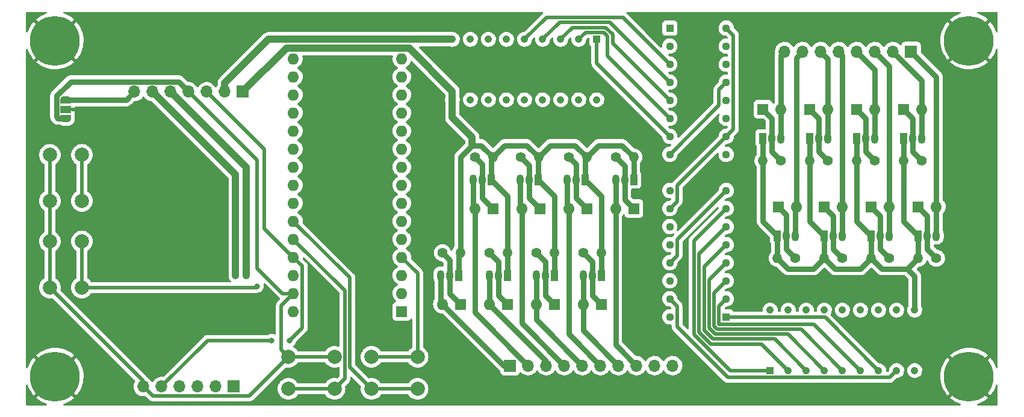
<source format=gtl>
G04 #@! TF.GenerationSoftware,KiCad,Pcbnew,(6.0.2)*
G04 #@! TF.CreationDate,2022-06-24T18:07:30+02:00*
G04 #@! TF.ProjectId,divergence_meter_logic,64697665-7267-4656-9e63-655f6d657465,rev?*
G04 #@! TF.SameCoordinates,Original*
G04 #@! TF.FileFunction,Copper,L1,Top*
G04 #@! TF.FilePolarity,Positive*
%FSLAX46Y46*%
G04 Gerber Fmt 4.6, Leading zero omitted, Abs format (unit mm)*
G04 Created by KiCad (PCBNEW (6.0.2)) date 2022-06-24 18:07:30*
%MOMM*%
%LPD*%
G01*
G04 APERTURE LIST*
G04 Aperture macros list*
%AMFreePoly0*
4,1,22,0.550000,-0.750000,0.000000,-0.750000,0.000000,-0.745033,-0.079941,-0.743568,-0.215256,-0.701293,-0.333266,-0.622738,-0.424486,-0.514219,-0.481581,-0.384460,-0.499164,-0.250000,-0.500000,-0.250000,-0.500000,0.250000,-0.499164,0.250000,-0.499963,0.256109,-0.478152,0.396186,-0.417904,0.524511,-0.324060,0.630769,-0.204165,0.706417,-0.067858,0.745374,0.000000,0.744959,0.000000,0.750000,
0.550000,0.750000,0.550000,-0.750000,0.550000,-0.750000,$1*%
%AMFreePoly1*
4,1,20,0.000000,0.744959,0.073905,0.744508,0.209726,0.703889,0.328688,0.626782,0.421226,0.519385,0.479903,0.390333,0.500000,0.250000,0.500000,-0.250000,0.499851,-0.262216,0.476331,-0.402017,0.414519,-0.529596,0.319384,-0.634700,0.198574,-0.708877,0.061801,-0.746166,0.000000,-0.745033,0.000000,-0.750000,-0.550000,-0.750000,-0.550000,0.750000,0.000000,0.750000,0.000000,0.744959,
0.000000,0.744959,$1*%
G04 Aperture macros list end*
G04 #@! TA.AperFunction,ComponentPad*
%ADD10R,1.600000X1.600000*%
G04 #@! TD*
G04 #@! TA.AperFunction,ComponentPad*
%ADD11O,1.600000X1.600000*%
G04 #@! TD*
G04 #@! TA.AperFunction,ComponentPad*
%ADD12R,1.130000X1.130000*%
G04 #@! TD*
G04 #@! TA.AperFunction,ComponentPad*
%ADD13C,1.130000*%
G04 #@! TD*
G04 #@! TA.AperFunction,ComponentPad*
%ADD14C,2.000000*%
G04 #@! TD*
G04 #@! TA.AperFunction,ComponentPad*
%ADD15C,0.800000*%
G04 #@! TD*
G04 #@! TA.AperFunction,ComponentPad*
%ADD16C,7.000000*%
G04 #@! TD*
G04 #@! TA.AperFunction,ComponentPad*
%ADD17C,1.400000*%
G04 #@! TD*
G04 #@! TA.AperFunction,ComponentPad*
%ADD18O,1.400000X1.400000*%
G04 #@! TD*
G04 #@! TA.AperFunction,ComponentPad*
%ADD19R,1.060000X1.060000*%
G04 #@! TD*
G04 #@! TA.AperFunction,ComponentPad*
%ADD20C,1.060000*%
G04 #@! TD*
G04 #@! TA.AperFunction,ComponentPad*
%ADD21R,1.050000X1.500000*%
G04 #@! TD*
G04 #@! TA.AperFunction,ComponentPad*
%ADD22O,1.050000X1.500000*%
G04 #@! TD*
G04 #@! TA.AperFunction,SMDPad,CuDef*
%ADD23FreePoly0,270.000000*%
G04 #@! TD*
G04 #@! TA.AperFunction,SMDPad,CuDef*
%ADD24R,1.500000X1.000000*%
G04 #@! TD*
G04 #@! TA.AperFunction,SMDPad,CuDef*
%ADD25FreePoly1,270.000000*%
G04 #@! TD*
G04 #@! TA.AperFunction,ComponentPad*
%ADD26R,1.700000X1.700000*%
G04 #@! TD*
G04 #@! TA.AperFunction,ComponentPad*
%ADD27O,1.700000X1.700000*%
G04 #@! TD*
G04 #@! TA.AperFunction,ViaPad*
%ADD28C,0.800000*%
G04 #@! TD*
G04 #@! TA.AperFunction,Conductor*
%ADD29C,1.000000*%
G04 #@! TD*
G04 #@! TA.AperFunction,Conductor*
%ADD30C,0.500000*%
G04 #@! TD*
G04 #@! TA.AperFunction,Conductor*
%ADD31C,0.750000*%
G04 #@! TD*
G04 APERTURE END LIST*
D10*
X169291000Y-100584000D03*
D11*
X166751000Y-100584000D03*
D10*
X160655000Y-87122000D03*
D11*
X158115000Y-87122000D03*
D12*
X178910000Y-61722000D03*
D13*
X178910000Y-64262000D03*
X178910000Y-66802000D03*
X178910000Y-69342000D03*
X178910000Y-71882000D03*
X178910000Y-74422000D03*
X178910000Y-76962000D03*
X178910000Y-79502000D03*
X186850000Y-79502000D03*
X186850000Y-76962000D03*
X186850000Y-74422000D03*
X186850000Y-71882000D03*
X186850000Y-69342000D03*
X186850000Y-66802000D03*
X186850000Y-64262000D03*
X186850000Y-61722000D03*
D10*
X207264000Y-86868000D03*
D11*
X209804000Y-86868000D03*
D14*
X131774000Y-107986000D03*
X125274000Y-107986000D03*
X131774000Y-112486000D03*
X125274000Y-112486000D03*
D10*
X200660000Y-86868000D03*
D11*
X203200000Y-86868000D03*
D15*
X222836155Y-65356155D03*
X220980000Y-60875000D03*
X222836155Y-61643845D03*
X219123845Y-61643845D03*
X219123845Y-65356155D03*
X223605000Y-63500000D03*
X220980000Y-66125000D03*
X218355000Y-63500000D03*
D16*
X220980000Y-63500000D03*
D17*
X207772000Y-80391000D03*
D18*
X205232000Y-80391000D03*
D17*
X209804000Y-94107000D03*
D18*
X207264000Y-94107000D03*
D19*
X193040000Y-109914000D03*
D20*
X195580000Y-109914000D03*
X198120000Y-109914000D03*
X200660000Y-109914000D03*
X203200000Y-109914000D03*
X205740000Y-109914000D03*
X208280000Y-109914000D03*
X210820000Y-109914000D03*
X213360000Y-109914000D03*
X213360000Y-101414000D03*
X210820000Y-101414000D03*
X208280000Y-101414000D03*
X205740000Y-101414000D03*
X203200000Y-101414000D03*
X200660000Y-101414000D03*
X198120000Y-101414000D03*
X195580000Y-101414000D03*
X193040000Y-101414000D03*
D10*
X173863000Y-87122000D03*
D11*
X171323000Y-87122000D03*
D10*
X198628000Y-73152000D03*
D11*
X201168000Y-73152000D03*
D15*
X94312155Y-65356155D03*
X89831000Y-63500000D03*
X90599845Y-65356155D03*
X92456000Y-66125000D03*
X94312155Y-61643845D03*
D16*
X92456000Y-63500000D03*
D15*
X92456000Y-60875000D03*
X90599845Y-61643845D03*
X95081000Y-63500000D03*
D21*
X207264000Y-90932000D03*
D22*
X208534000Y-90932000D03*
X209804000Y-90932000D03*
D21*
X173863000Y-83058000D03*
D22*
X172593000Y-83058000D03*
X171323000Y-83058000D03*
D21*
X194056000Y-90932000D03*
D22*
X195326000Y-90932000D03*
X196596000Y-90932000D03*
D17*
X166751000Y-93345000D03*
D18*
X169291000Y-93345000D03*
D21*
X149225000Y-96520000D03*
D22*
X147955000Y-96520000D03*
X146685000Y-96520000D03*
D12*
X186850000Y-102362000D03*
D13*
X186850000Y-99822000D03*
X186850000Y-97282000D03*
X186850000Y-94742000D03*
X186850000Y-92202000D03*
X186850000Y-89662000D03*
X186850000Y-87122000D03*
X186850000Y-84582000D03*
X178910000Y-84582000D03*
X178910000Y-87122000D03*
X178910000Y-89662000D03*
X178910000Y-92202000D03*
X178910000Y-94742000D03*
X178910000Y-97282000D03*
X178910000Y-99822000D03*
X178910000Y-102362000D03*
D21*
X211836000Y-77216000D03*
D22*
X213106000Y-77216000D03*
X214376000Y-77216000D03*
D21*
X167005000Y-83058000D03*
D22*
X165735000Y-83058000D03*
X164465000Y-83058000D03*
D17*
X157911000Y-79883000D03*
D18*
X160451000Y-79883000D03*
D21*
X162687000Y-96520000D03*
D22*
X161417000Y-96520000D03*
X160147000Y-96520000D03*
D21*
X200660000Y-90932000D03*
D22*
X201930000Y-90932000D03*
X203200000Y-90932000D03*
D17*
X203200000Y-94107000D03*
D18*
X200660000Y-94107000D03*
D14*
X143458000Y-107986000D03*
X136958000Y-107986000D03*
X143458000Y-112486000D03*
X136958000Y-112486000D03*
D10*
X213868000Y-86868000D03*
D11*
X216408000Y-86868000D03*
D21*
X160401000Y-83058000D03*
D22*
X159131000Y-83058000D03*
X157861000Y-83058000D03*
D21*
X153797000Y-83058000D03*
D22*
X152527000Y-83058000D03*
X151257000Y-83058000D03*
D21*
X205232000Y-77216000D03*
D22*
X206502000Y-77216000D03*
X207772000Y-77216000D03*
D17*
X214376000Y-80391000D03*
D18*
X211836000Y-80391000D03*
D14*
X96230000Y-98246000D03*
X96230000Y-91746000D03*
X91730000Y-91746000D03*
X91730000Y-98246000D03*
D21*
X169291000Y-96520000D03*
D22*
X168021000Y-96520000D03*
X166751000Y-96520000D03*
D19*
X168656000Y-63314000D03*
D20*
X166116000Y-63314000D03*
X163576000Y-63314000D03*
X161036000Y-63314000D03*
X158496000Y-63314000D03*
X155956000Y-63314000D03*
X153416000Y-63314000D03*
X150876000Y-63314000D03*
X148336000Y-63314000D03*
X148336000Y-71814000D03*
X150876000Y-71814000D03*
X153416000Y-71814000D03*
X155956000Y-71814000D03*
X158496000Y-71814000D03*
X161036000Y-71814000D03*
X163576000Y-71814000D03*
X166116000Y-71814000D03*
X168656000Y-71814000D03*
D10*
X149479000Y-100584000D03*
D11*
X146939000Y-100584000D03*
D21*
X198628000Y-77216000D03*
D22*
X199898000Y-77216000D03*
X201168000Y-77216000D03*
D23*
X93980000Y-71852000D03*
D24*
X93980000Y-73152000D03*
D25*
X93980000Y-74452000D03*
D10*
X192024000Y-73152000D03*
D11*
X194564000Y-73152000D03*
D17*
X160147000Y-93345000D03*
D18*
X162687000Y-93345000D03*
D17*
X153543000Y-93345000D03*
D18*
X156083000Y-93345000D03*
D17*
X171323000Y-79883000D03*
D18*
X173863000Y-79883000D03*
D17*
X164719000Y-79883000D03*
D18*
X167259000Y-79883000D03*
D10*
X141224000Y-101600000D03*
D11*
X141224000Y-99060000D03*
X141224000Y-96520000D03*
X141224000Y-93980000D03*
X141224000Y-91440000D03*
X141224000Y-88900000D03*
X141224000Y-86360000D03*
X141224000Y-83820000D03*
X141224000Y-81280000D03*
X141224000Y-78740000D03*
X141224000Y-76200000D03*
X141224000Y-73660000D03*
X141224000Y-71120000D03*
X141224000Y-68580000D03*
X141224000Y-66040000D03*
X125984000Y-66040000D03*
X125984000Y-68580000D03*
X125984000Y-71120000D03*
X125984000Y-73660000D03*
X125984000Y-76200000D03*
X125984000Y-78740000D03*
X125984000Y-81280000D03*
X125984000Y-83820000D03*
X125984000Y-86360000D03*
X125984000Y-88900000D03*
X125984000Y-91440000D03*
X125984000Y-93980000D03*
X125984000Y-96520000D03*
X125984000Y-99060000D03*
X125984000Y-101600000D03*
D17*
X194564000Y-80391000D03*
D18*
X192024000Y-80391000D03*
D10*
X154051000Y-87122000D03*
D11*
X151511000Y-87122000D03*
D17*
X146939000Y-93345000D03*
D18*
X149479000Y-93345000D03*
D10*
X194154315Y-86868000D03*
D11*
X196694315Y-86868000D03*
D15*
X94312155Y-112600155D03*
X92456000Y-113369000D03*
X90599845Y-112600155D03*
X95081000Y-110744000D03*
X89831000Y-110744000D03*
X94312155Y-108887845D03*
X92456000Y-108119000D03*
X90599845Y-108887845D03*
D16*
X92456000Y-110744000D03*
D22*
X194564000Y-77216000D03*
X193294000Y-77216000D03*
D21*
X192024000Y-77216000D03*
D10*
X211836000Y-73152000D03*
D11*
X214376000Y-73152000D03*
D26*
X117577000Y-112168000D03*
D27*
X115037000Y-112168000D03*
X112497000Y-112168000D03*
X109957000Y-112168000D03*
X107417000Y-112168000D03*
X104877000Y-112168000D03*
D10*
X167259000Y-87122000D03*
D11*
X164719000Y-87122000D03*
D14*
X96230000Y-86054000D03*
X96230000Y-79554000D03*
X91730000Y-79554000D03*
X91730000Y-86054000D03*
D26*
X156464000Y-109220000D03*
D27*
X159004000Y-109220000D03*
X161544000Y-109220000D03*
X164084000Y-109220000D03*
X166624000Y-109220000D03*
X169164000Y-109220000D03*
X171704000Y-109220000D03*
X174244000Y-109220000D03*
X176784000Y-109220000D03*
X179324000Y-109220000D03*
D10*
X156083000Y-100584000D03*
D11*
X153543000Y-100584000D03*
D21*
X156083000Y-96520000D03*
D22*
X154813000Y-96520000D03*
X153543000Y-96520000D03*
D17*
X201168000Y-80391000D03*
D18*
X198628000Y-80391000D03*
D17*
X216408000Y-94107000D03*
D18*
X213868000Y-94107000D03*
D10*
X162687000Y-100584000D03*
D11*
X160147000Y-100584000D03*
D10*
X205232000Y-73152000D03*
D11*
X207772000Y-73152000D03*
D21*
X213868000Y-90932000D03*
D22*
X215138000Y-90932000D03*
X216408000Y-90932000D03*
D26*
X212852000Y-65024000D03*
D27*
X210312000Y-65024000D03*
X207772000Y-65024000D03*
X205232000Y-65024000D03*
X202692000Y-65024000D03*
X200152000Y-65024000D03*
X197612000Y-65024000D03*
X195072000Y-65024000D03*
D17*
X151511000Y-79883000D03*
D18*
X154051000Y-79883000D03*
D17*
X196596000Y-94107000D03*
D18*
X194056000Y-94107000D03*
D16*
X220980000Y-110744000D03*
D15*
X223605000Y-110744000D03*
X219123845Y-112600155D03*
X220980000Y-108119000D03*
X222836155Y-112600155D03*
X220980000Y-113369000D03*
X218355000Y-110744000D03*
X222836155Y-108887845D03*
X219123845Y-108887845D03*
D26*
X118872000Y-70684000D03*
D27*
X116332000Y-70684000D03*
X113792000Y-70684000D03*
X111252000Y-70684000D03*
X108712000Y-70684000D03*
X106172000Y-70684000D03*
X103632000Y-70684000D03*
D28*
X119380000Y-96520000D03*
X117856000Y-96520000D03*
X129032000Y-97536000D03*
X136144000Y-102108000D03*
X190500000Y-62992000D03*
X216408000Y-60960000D03*
X220980000Y-68580000D03*
X220980000Y-105664000D03*
X215900000Y-110744000D03*
X97536000Y-110744000D03*
X92456000Y-105664000D03*
X92456000Y-68580000D03*
X97536000Y-63500000D03*
X122936000Y-105664000D03*
X125476000Y-105664000D03*
X120904000Y-98044000D03*
D29*
X117856000Y-82368000D02*
X106172000Y-70684000D01*
X117856000Y-96520000D02*
X117856000Y-82368000D01*
X119380000Y-81352000D02*
X108712000Y-70684000D01*
X119380000Y-96520000D02*
X119380000Y-81352000D01*
D30*
X119792489Y-113467511D02*
X125274000Y-107986000D01*
X106176511Y-113467511D02*
X119792489Y-113467511D01*
X104877000Y-112168000D02*
X106176511Y-113467511D01*
X104877000Y-111393000D02*
X104877000Y-112168000D01*
X91730000Y-98246000D02*
X104877000Y-111393000D01*
X143458000Y-96214000D02*
X141224000Y-93980000D01*
X143458000Y-107986000D02*
X143458000Y-96214000D01*
D31*
X94673489Y-69259489D02*
X109827489Y-69259489D01*
X92655489Y-71277489D02*
X94673489Y-69259489D01*
X92655489Y-74226511D02*
X92655489Y-71277489D01*
X92880978Y-74452000D02*
X92655489Y-74226511D01*
X109827489Y-69259489D02*
X111252000Y-70684000D01*
X93980000Y-74452000D02*
X92880978Y-74452000D01*
D29*
X151130000Y-77089000D02*
X151130000Y-78232000D01*
X148336000Y-74295000D02*
X151130000Y-77089000D01*
D31*
X162687000Y-85344000D02*
X160401000Y-83058000D01*
X162687000Y-93345000D02*
X162687000Y-85344000D01*
X149479000Y-79883000D02*
X151130000Y-78232000D01*
X151130000Y-78232000D02*
X152400000Y-78232000D01*
X149479000Y-93345000D02*
X149479000Y-79883000D01*
X152400000Y-78232000D02*
X154051000Y-79883000D01*
X169291000Y-85344000D02*
X169291000Y-93345000D01*
X156083000Y-85344000D02*
X156083000Y-93345000D01*
X149225000Y-93599000D02*
X149479000Y-93345000D01*
X149225000Y-96520000D02*
X149225000Y-93599000D01*
X156083000Y-96520000D02*
X156083000Y-93345000D01*
X162687000Y-96520000D02*
X162687000Y-93345000D01*
X169291000Y-96520000D02*
X169291000Y-93345000D01*
X168021000Y-94615000D02*
X168021000Y-96520000D01*
X166751000Y-93345000D02*
X168021000Y-94615000D01*
X161417000Y-94615000D02*
X161417000Y-96520000D01*
X160147000Y-93345000D02*
X161417000Y-94615000D01*
X153543000Y-93345000D02*
X154813000Y-94615000D01*
X154813000Y-94615000D02*
X154813000Y-96520000D01*
X147955000Y-94361000D02*
X147955000Y-96520000D01*
X146939000Y-93345000D02*
X147955000Y-94361000D01*
X172212000Y-78232000D02*
X173863000Y-79883000D01*
X168910000Y-78232000D02*
X172212000Y-78232000D01*
X167259000Y-79883000D02*
X168910000Y-78232000D01*
X165608000Y-78232000D02*
X167259000Y-79883000D01*
X162102000Y-78232000D02*
X165608000Y-78232000D01*
X160451000Y-79883000D02*
X162102000Y-78232000D01*
X158800000Y-78232000D02*
X160451000Y-79883000D01*
X154051000Y-79883000D02*
X155702000Y-78232000D01*
X155702000Y-78232000D02*
X158800000Y-78232000D01*
X172593000Y-81153000D02*
X171323000Y-79883000D01*
X172593000Y-83058000D02*
X172593000Y-81153000D01*
X173863000Y-83058000D02*
X173863000Y-79883000D01*
X165735000Y-80899000D02*
X164719000Y-79883000D01*
X165735000Y-83058000D02*
X165735000Y-80899000D01*
X167005000Y-80137000D02*
X167259000Y-79883000D01*
X167005000Y-83058000D02*
X167005000Y-80137000D01*
X159131000Y-81103000D02*
X157911000Y-79883000D01*
X159131000Y-83058000D02*
X159131000Y-81103000D01*
X160401000Y-79933000D02*
X160451000Y-79883000D01*
X160401000Y-83058000D02*
X160401000Y-79933000D01*
X153797000Y-80137000D02*
X154051000Y-79883000D01*
X153797000Y-83058000D02*
X153797000Y-80137000D01*
X152527000Y-80899000D02*
X152527000Y-83058000D01*
X151511000Y-79883000D02*
X152527000Y-80899000D01*
X213360000Y-96647000D02*
X212344000Y-95631000D01*
X213360000Y-101414000D02*
X213360000Y-96647000D01*
X212344000Y-95631000D02*
X213868000Y-94107000D01*
X208788000Y-95631000D02*
X212344000Y-95631000D01*
X207264000Y-94107000D02*
X208788000Y-95631000D01*
X205740000Y-95631000D02*
X207264000Y-94107000D01*
X202184000Y-95631000D02*
X205740000Y-95631000D01*
X200660000Y-94107000D02*
X202184000Y-95631000D01*
X199136000Y-95631000D02*
X200660000Y-94107000D01*
X195580000Y-95631000D02*
X199136000Y-95631000D01*
X194056000Y-94107000D02*
X195580000Y-95631000D01*
X192024000Y-88900000D02*
X192024000Y-80391000D01*
X211836000Y-88900000D02*
X211836000Y-80391000D01*
X205232000Y-88900000D02*
X205232000Y-80391000D01*
X198628000Y-88900000D02*
X198628000Y-80391000D01*
X215138000Y-92837000D02*
X215138000Y-90932000D01*
X216408000Y-94107000D02*
X215138000Y-92837000D01*
X213868000Y-94107000D02*
X213868000Y-90932000D01*
X207264000Y-94107000D02*
X207264000Y-90932000D01*
X208534000Y-92837000D02*
X208534000Y-90932000D01*
X209804000Y-94107000D02*
X208534000Y-92837000D01*
X201930000Y-92837000D02*
X201930000Y-90932000D01*
X203200000Y-94107000D02*
X201930000Y-92837000D01*
X200660000Y-94107000D02*
X200660000Y-90932000D01*
X194056000Y-94107000D02*
X194056000Y-90932000D01*
X195326000Y-92837000D02*
X195326000Y-90932000D01*
X196596000Y-94107000D02*
X195326000Y-92837000D01*
X192024000Y-80391000D02*
X192024000Y-77216000D01*
X194564000Y-80391000D02*
X193294000Y-79121000D01*
X193294000Y-79121000D02*
X193294000Y-77216000D01*
X198628000Y-80391000D02*
X198628000Y-77216000D01*
X199898000Y-79121000D02*
X199898000Y-77216000D01*
X201168000Y-80391000D02*
X199898000Y-79121000D01*
X211836000Y-80391000D02*
X211836000Y-77216000D01*
X213106000Y-79121000D02*
X213106000Y-77216000D01*
X214376000Y-80391000D02*
X213106000Y-79121000D01*
X206502000Y-79121000D02*
X206502000Y-77216000D01*
X207772000Y-80391000D02*
X206502000Y-79121000D01*
X205232000Y-77216000D02*
X205232000Y-80391000D01*
D30*
X113921000Y-105664000D02*
X122936000Y-105664000D01*
X107417000Y-112168000D02*
X113921000Y-105664000D01*
X127233511Y-103906489D02*
X125476000Y-105664000D01*
X127233511Y-95229511D02*
X127233511Y-103906489D01*
X125984000Y-93980000D02*
X127233511Y-95229511D01*
X91730000Y-91746000D02*
X91730000Y-86054000D01*
X131774000Y-112486000D02*
X125274000Y-112486000D01*
X136958000Y-112486000D02*
X143458000Y-112486000D01*
X133923031Y-96839031D02*
X125984000Y-88900000D01*
X136958000Y-112486000D02*
X133923031Y-109451031D01*
X133923031Y-109451031D02*
X133923031Y-96839031D01*
X133223511Y-98679511D02*
X125984000Y-91440000D01*
X133223511Y-111036489D02*
X133223511Y-98679511D01*
X131774000Y-112486000D02*
X133223511Y-111036489D01*
X120702000Y-98246000D02*
X120904000Y-98044000D01*
X96230000Y-98246000D02*
X120702000Y-98246000D01*
X121920000Y-89916000D02*
X125984000Y-93980000D01*
X113792000Y-70684000D02*
X121848000Y-78740000D01*
X179924511Y-83887489D02*
X186850000Y-76962000D01*
X178910000Y-87122000D02*
X179924511Y-86107489D01*
X187864511Y-75947489D02*
X186850000Y-76962000D01*
X187864511Y-62736511D02*
X187864511Y-75947489D01*
X179924511Y-86107489D02*
X179924511Y-83887489D01*
X186850000Y-61722000D02*
X187864511Y-62736511D01*
X121848000Y-78740000D02*
X121920000Y-78740000D01*
X121920000Y-78740000D02*
X121920000Y-89916000D01*
X96230000Y-79554000D02*
X96230000Y-86054000D01*
X125274000Y-107986000D02*
X124274000Y-106986000D01*
X119380000Y-78740000D02*
X120904000Y-80264000D01*
X125984000Y-99060000D02*
X124460000Y-99060000D01*
X91730000Y-86054000D02*
X91730000Y-79554000D01*
X179924511Y-91507489D02*
X186850000Y-84582000D01*
X124274000Y-100770000D02*
X125984000Y-99060000D01*
X125274000Y-107986000D02*
X131774000Y-107986000D01*
X178910000Y-79502000D02*
X185835489Y-72576511D01*
X119308000Y-78740000D02*
X119380000Y-78740000D01*
X179924511Y-93727489D02*
X179924511Y-91507489D01*
X185835489Y-72576511D02*
X185835489Y-70356511D01*
X120904000Y-80264000D02*
X120904000Y-95504000D01*
X111252000Y-70684000D02*
X119308000Y-78740000D01*
X124274000Y-106986000D02*
X124274000Y-100770000D01*
X185835489Y-70356511D02*
X186850000Y-69342000D01*
X91730000Y-98754000D02*
X91730000Y-92254000D01*
X143458000Y-107986000D02*
X136958000Y-107986000D01*
X178910000Y-94742000D02*
X179924511Y-93727489D01*
X124460000Y-99060000D02*
X120904000Y-95504000D01*
D31*
X147955000Y-99060000D02*
X147955000Y-96520000D01*
X149479000Y-100584000D02*
X147955000Y-99060000D01*
X155575000Y-109220000D02*
X156464000Y-109220000D01*
X146685000Y-100330000D02*
X146685000Y-96520000D01*
X146939000Y-100584000D02*
X146685000Y-100330000D01*
X146939000Y-100584000D02*
X155575000Y-109220000D01*
X152527000Y-85598000D02*
X152527000Y-83058000D01*
X154051000Y-87122000D02*
X152527000Y-85598000D01*
X151511000Y-87122000D02*
X151257000Y-86868000D01*
X151511000Y-101727000D02*
X159004000Y-109220000D01*
X151511000Y-87122000D02*
X151511000Y-101727000D01*
X151257000Y-86868000D02*
X151257000Y-83058000D01*
X154813000Y-99314000D02*
X156083000Y-100584000D01*
X154813000Y-96520000D02*
X154813000Y-99314000D01*
X160655000Y-87122000D02*
X159131000Y-85598000D01*
X159131000Y-85598000D02*
X159131000Y-83058000D01*
X158115000Y-87122000D02*
X158115000Y-103251000D01*
X157861000Y-86868000D02*
X158115000Y-87122000D01*
X157861000Y-83058000D02*
X157861000Y-86868000D01*
X158115000Y-103251000D02*
X164084000Y-109220000D01*
X162687000Y-100584000D02*
X161417000Y-99314000D01*
X161417000Y-99314000D02*
X161417000Y-96520000D01*
X160147000Y-100584000D02*
X160147000Y-102743000D01*
X160147000Y-102743000D02*
X166624000Y-109220000D01*
X160147000Y-100584000D02*
X160147000Y-96520000D01*
X165735000Y-83058000D02*
X165735000Y-85598000D01*
X165735000Y-85598000D02*
X167259000Y-87122000D01*
X164465000Y-86868000D02*
X164465000Y-83058000D01*
X164719000Y-87122000D02*
X164465000Y-86868000D01*
X164719000Y-87122000D02*
X164719000Y-104775000D01*
X164719000Y-104775000D02*
X169164000Y-109220000D01*
X168021000Y-99314000D02*
X169291000Y-100584000D01*
X168021000Y-96520000D02*
X168021000Y-99314000D01*
X166751000Y-100584000D02*
X166751000Y-96520000D01*
X166751000Y-100584000D02*
X166751000Y-104267000D01*
X166751000Y-104267000D02*
X171704000Y-109220000D01*
X172593000Y-85852000D02*
X172593000Y-83058000D01*
X173863000Y-87122000D02*
X172593000Y-85852000D01*
X171323000Y-83058000D02*
X171323000Y-87122000D01*
X171323000Y-87122000D02*
X171323000Y-106299000D01*
X171323000Y-106299000D02*
X174244000Y-109220000D01*
X215138000Y-88138000D02*
X215138000Y-90932000D01*
X213868000Y-86868000D02*
X215138000Y-88138000D01*
X209804000Y-90932000D02*
X209804000Y-86868000D01*
X209804000Y-86868000D02*
X209804000Y-67056000D01*
X209804000Y-67056000D02*
X207772000Y-65024000D01*
X213106000Y-74422000D02*
X213106000Y-77216000D01*
X211836000Y-73152000D02*
X213106000Y-74422000D01*
X216408000Y-68580000D02*
X212852000Y-65024000D01*
X216408000Y-90932000D02*
X216408000Y-86868000D01*
X216408000Y-86868000D02*
X216408000Y-68580000D01*
X214376000Y-69088000D02*
X210312000Y-65024000D01*
X214376000Y-73152000D02*
X214376000Y-69088000D01*
X214376000Y-77216000D02*
X214376000Y-73152000D01*
X208534000Y-88138000D02*
X208534000Y-90932000D01*
X207264000Y-86868000D02*
X208534000Y-88138000D01*
X205232000Y-73152000D02*
X206502000Y-74422000D01*
X206502000Y-74422000D02*
X206502000Y-77216000D01*
X207772000Y-73152000D02*
X207772000Y-67564000D01*
X207772000Y-77216000D02*
X207772000Y-73152000D01*
X207772000Y-67564000D02*
X205232000Y-65024000D01*
X200660000Y-86868000D02*
X201930000Y-88138000D01*
X201930000Y-88138000D02*
X201930000Y-90932000D01*
X203200000Y-86868000D02*
X203200000Y-65532000D01*
X203200000Y-65532000D02*
X202692000Y-65024000D01*
X203200000Y-90932000D02*
X203200000Y-86868000D01*
X198628000Y-73152000D02*
X199898000Y-74422000D01*
X199898000Y-74422000D02*
X199898000Y-77216000D01*
X201168000Y-77216000D02*
X201168000Y-73152000D01*
X201168000Y-73152000D02*
X201168000Y-66040000D01*
X201168000Y-66040000D02*
X200152000Y-65024000D01*
X194154315Y-86868000D02*
X195326000Y-88039685D01*
X195326000Y-88039685D02*
X195326000Y-90932000D01*
X196694315Y-65941685D02*
X197612000Y-65024000D01*
X196596000Y-90932000D02*
X196596000Y-86966315D01*
X196596000Y-86966315D02*
X196694315Y-86868000D01*
X196694315Y-86868000D02*
X196694315Y-65941685D01*
X193294000Y-74422000D02*
X193294000Y-77216000D01*
X192024000Y-73152000D02*
X193294000Y-74422000D01*
X194564000Y-77216000D02*
X194564000Y-73152000D01*
X194564000Y-73152000D02*
X194564000Y-65532000D01*
X194564000Y-65532000D02*
X195072000Y-65024000D01*
X211836000Y-88900000D02*
X213868000Y-90932000D01*
D29*
X125015511Y-64540489D02*
X142264489Y-64540489D01*
D31*
X167005000Y-80264000D02*
X167259000Y-80010000D01*
X156083000Y-85344000D02*
X153797000Y-83058000D01*
X205232000Y-88900000D02*
X207264000Y-90932000D01*
D29*
X148336000Y-71814000D02*
X148336000Y-74295000D01*
X118872000Y-70684000D02*
X125015511Y-64540489D01*
D31*
X169291000Y-85344000D02*
X167005000Y-83058000D01*
X192024000Y-88900000D02*
X194056000Y-90932000D01*
D29*
X142264489Y-64540489D02*
X148336000Y-70612000D01*
D31*
X198628000Y-88900000D02*
X200660000Y-90932000D01*
D29*
X148336000Y-70612000D02*
X148336000Y-71814000D01*
D31*
X161544000Y-108585000D02*
X161544000Y-109220000D01*
X153543000Y-100584000D02*
X153543000Y-96520000D01*
X153543000Y-100584000D02*
X161544000Y-108585000D01*
D30*
X161574070Y-60235930D02*
X158496000Y-63314000D01*
X172343930Y-60235930D02*
X161574070Y-60235930D01*
X178910000Y-66802000D02*
X172343930Y-60235930D01*
X178910000Y-69342000D02*
X170503449Y-60935449D01*
X163414551Y-60935449D02*
X161036000Y-63314000D01*
X170503449Y-60935449D02*
X163414551Y-60935449D01*
X178910000Y-71882000D02*
X170879520Y-63851520D01*
X165255031Y-61634969D02*
X163576000Y-63314000D01*
X169925261Y-61634969D02*
X165255031Y-61634969D01*
X170879520Y-62589228D02*
X169925261Y-61634969D01*
X170879520Y-63851520D02*
X170879520Y-62589228D01*
X166116000Y-63314000D02*
X167095511Y-62334489D01*
X170180000Y-65692000D02*
X178910000Y-74422000D01*
X169635511Y-62334489D02*
X170180000Y-62878978D01*
X167095511Y-62334489D02*
X169635511Y-62334489D01*
X170180000Y-62878978D02*
X170180000Y-65692000D01*
X168656000Y-63314000D02*
X168656000Y-66708000D01*
X168656000Y-66708000D02*
X178910000Y-76962000D01*
X186850000Y-102362000D02*
X186881511Y-102393511D01*
X186881511Y-102393511D02*
X200759511Y-102393511D01*
X200759511Y-102393511D02*
X208280000Y-109914000D01*
X199202511Y-103376511D02*
X185835489Y-103376511D01*
X205740000Y-109914000D02*
X199202511Y-103376511D01*
X185835489Y-100836511D02*
X186850000Y-99822000D01*
X185835489Y-103376511D02*
X185835489Y-100836511D01*
D31*
X102464000Y-71852000D02*
X103632000Y-70684000D01*
X93980000Y-71852000D02*
X102464000Y-71852000D01*
D30*
X203200000Y-109914000D02*
X197362031Y-104076031D01*
X185545739Y-104076031D02*
X185135969Y-103666261D01*
X185135969Y-98996031D02*
X186850000Y-97282000D01*
X185135969Y-103666261D02*
X185135969Y-98996031D01*
X197362031Y-104076031D02*
X185545739Y-104076031D01*
X184436450Y-97155550D02*
X186850000Y-94742000D01*
X200660000Y-109914000D02*
X195521551Y-104775551D01*
X195521551Y-104775551D02*
X185255988Y-104775550D01*
X184436450Y-103956012D02*
X184436450Y-97155550D01*
X185255988Y-104775550D02*
X184436450Y-103956012D01*
X193681071Y-105475071D02*
X184966237Y-105475069D01*
X183736931Y-104245763D02*
X183736931Y-95315069D01*
X184966237Y-105475069D02*
X183736931Y-104245763D01*
X183736931Y-95315069D02*
X186850000Y-92202000D01*
X198120000Y-109914000D02*
X193681071Y-105475071D01*
X195580000Y-109914000D02*
X191840591Y-106174591D01*
X183037412Y-104535514D02*
X183037412Y-93474588D01*
X183037412Y-93474588D02*
X186850000Y-89662000D01*
X184676486Y-106174588D02*
X183037412Y-104535514D01*
X191840591Y-106174591D02*
X184676486Y-106174588D01*
X182337893Y-91634107D02*
X186850000Y-87122000D01*
X193040000Y-109914000D02*
X187426628Y-109914000D01*
X187426628Y-109914000D02*
X182337893Y-104825265D01*
X182337893Y-104825265D02*
X182337893Y-91634107D01*
X179924511Y-100836511D02*
X178910000Y-99822000D01*
X179924511Y-103724511D02*
X179924511Y-100836511D01*
X187093511Y-110893511D02*
X179924511Y-103724511D01*
X210820000Y-109914000D02*
X209840489Y-110893511D01*
X209840489Y-110893511D02*
X187093511Y-110893511D01*
D29*
X122499919Y-63314000D02*
X148336000Y-63314000D01*
X116332000Y-70684000D02*
X116332000Y-69481919D01*
X116332000Y-69481919D02*
X122499919Y-63314000D01*
D30*
X96230000Y-92254000D02*
X96230000Y-98754000D01*
G04 #@! TA.AperFunction,Conductor*
G36*
X91261942Y-59456002D02*
G01*
X91308435Y-59509658D01*
X91318539Y-59579932D01*
X91289045Y-59644512D01*
X91235258Y-59680991D01*
X90955681Y-59778350D01*
X90949968Y-59780658D01*
X90599667Y-59942519D01*
X90594213Y-59945371D01*
X90261376Y-60140646D01*
X90256228Y-60144015D01*
X89944025Y-60370843D01*
X89939247Y-60374684D01*
X89820711Y-60479926D01*
X89812334Y-60493314D01*
X89818084Y-60502874D01*
X92443188Y-63127978D01*
X92457132Y-63135592D01*
X92458965Y-63135461D01*
X92465580Y-63131210D01*
X95092463Y-60504327D01*
X95100077Y-60490383D01*
X95100055Y-60490072D01*
X95094204Y-60481406D01*
X95016143Y-60410127D01*
X95011416Y-60406217D01*
X94702419Y-60175059D01*
X94697313Y-60171614D01*
X94367235Y-59971711D01*
X94361822Y-59968784D01*
X94013808Y-59802044D01*
X94008141Y-59799662D01*
X93680471Y-59680401D01*
X93623299Y-59638307D01*
X93597961Y-59571986D01*
X93612502Y-59502494D01*
X93662304Y-59451895D01*
X93723565Y-59436000D01*
X160994445Y-59436000D01*
X161062566Y-59456002D01*
X161109059Y-59509658D01*
X161119163Y-59579932D01*
X161089669Y-59644512D01*
X161084111Y-59649973D01*
X161084218Y-59650074D01*
X161030942Y-59706313D01*
X161028564Y-59708755D01*
X158495420Y-62241899D01*
X158433108Y-62275925D01*
X158417745Y-62278285D01*
X158306602Y-62288400D01*
X158306599Y-62288401D01*
X158300463Y-62288959D01*
X158294557Y-62290697D01*
X158294553Y-62290698D01*
X158111001Y-62344720D01*
X158105089Y-62346460D01*
X158099624Y-62349317D01*
X158046511Y-62377084D01*
X157924604Y-62440816D01*
X157919803Y-62444676D01*
X157919800Y-62444678D01*
X157772579Y-62563047D01*
X157765884Y-62568430D01*
X157634973Y-62724443D01*
X157632005Y-62729841D01*
X157632002Y-62729846D01*
X157539826Y-62897515D01*
X157536859Y-62902912D01*
X157475279Y-63097039D01*
X157474593Y-63103156D01*
X157474592Y-63103160D01*
X157453980Y-63286926D01*
X157452577Y-63299430D01*
X157454096Y-63317522D01*
X157468344Y-63487188D01*
X157469619Y-63502376D01*
X157525755Y-63698147D01*
X157528573Y-63703629D01*
X157528574Y-63703633D01*
X157616028Y-63873800D01*
X157616031Y-63873804D01*
X157618848Y-63879286D01*
X157745351Y-64038893D01*
X157750045Y-64042888D01*
X157890472Y-64162401D01*
X157900446Y-64170890D01*
X157905824Y-64173896D01*
X157905826Y-64173897D01*
X157965525Y-64207261D01*
X158078226Y-64270247D01*
X158084085Y-64272151D01*
X158084088Y-64272152D01*
X158120928Y-64284122D01*
X158271918Y-64333182D01*
X158278028Y-64333911D01*
X158278030Y-64333911D01*
X158373032Y-64345239D01*
X158474146Y-64357296D01*
X158480281Y-64356824D01*
X158480283Y-64356824D01*
X158671065Y-64342145D01*
X158671070Y-64342144D01*
X158677206Y-64341672D01*
X158683138Y-64340016D01*
X158683142Y-64340015D01*
X158867420Y-64288563D01*
X158867424Y-64288562D01*
X158873364Y-64286903D01*
X158878868Y-64284123D01*
X158878870Y-64284122D01*
X159049648Y-64197856D01*
X159049650Y-64197855D01*
X159055149Y-64195077D01*
X159215635Y-64069691D01*
X159219661Y-64065027D01*
X159219664Y-64065024D01*
X159308838Y-63961715D01*
X159348711Y-63915522D01*
X159449308Y-63738440D01*
X159513593Y-63545191D01*
X159514365Y-63539078D01*
X159514367Y-63539070D01*
X159533651Y-63386422D01*
X159562033Y-63321345D01*
X159569562Y-63313119D01*
X159789875Y-63092806D01*
X159852187Y-63058780D01*
X159923002Y-63063845D01*
X159979838Y-63106392D01*
X160004649Y-63172912D01*
X160004185Y-63195943D01*
X159992577Y-63299430D01*
X159994096Y-63317522D01*
X160008344Y-63487188D01*
X160009619Y-63502376D01*
X160065755Y-63698147D01*
X160068573Y-63703629D01*
X160068574Y-63703633D01*
X160156028Y-63873800D01*
X160156031Y-63873804D01*
X160158848Y-63879286D01*
X160285351Y-64038893D01*
X160290045Y-64042888D01*
X160430472Y-64162401D01*
X160440446Y-64170890D01*
X160445824Y-64173896D01*
X160445826Y-64173897D01*
X160505525Y-64207261D01*
X160618226Y-64270247D01*
X160624085Y-64272151D01*
X160624088Y-64272152D01*
X160660928Y-64284122D01*
X160811918Y-64333182D01*
X160818028Y-64333911D01*
X160818030Y-64333911D01*
X160913032Y-64345239D01*
X161014146Y-64357296D01*
X161020281Y-64356824D01*
X161020283Y-64356824D01*
X161211065Y-64342145D01*
X161211070Y-64342144D01*
X161217206Y-64341672D01*
X161223138Y-64340016D01*
X161223142Y-64340015D01*
X161407420Y-64288563D01*
X161407424Y-64288562D01*
X161413364Y-64286903D01*
X161418868Y-64284123D01*
X161418870Y-64284122D01*
X161589648Y-64197856D01*
X161589650Y-64197855D01*
X161595149Y-64195077D01*
X161755635Y-64069691D01*
X161759661Y-64065027D01*
X161759664Y-64065024D01*
X161848838Y-63961715D01*
X161888711Y-63915522D01*
X161989308Y-63738440D01*
X162053593Y-63545191D01*
X162054365Y-63539078D01*
X162054367Y-63539070D01*
X162073651Y-63386422D01*
X162102033Y-63321345D01*
X162109562Y-63313119D01*
X162329875Y-63092806D01*
X162392187Y-63058780D01*
X162463002Y-63063845D01*
X162519838Y-63106392D01*
X162544649Y-63172912D01*
X162544185Y-63195943D01*
X162532577Y-63299430D01*
X162534096Y-63317522D01*
X162548344Y-63487188D01*
X162549619Y-63502376D01*
X162605755Y-63698147D01*
X162608573Y-63703629D01*
X162608574Y-63703633D01*
X162696028Y-63873800D01*
X162696031Y-63873804D01*
X162698848Y-63879286D01*
X162825351Y-64038893D01*
X162830045Y-64042888D01*
X162970472Y-64162401D01*
X162980446Y-64170890D01*
X162985824Y-64173896D01*
X162985826Y-64173897D01*
X163045525Y-64207261D01*
X163158226Y-64270247D01*
X163164085Y-64272151D01*
X163164088Y-64272152D01*
X163200928Y-64284122D01*
X163351918Y-64333182D01*
X163358028Y-64333911D01*
X163358030Y-64333911D01*
X163453032Y-64345239D01*
X163554146Y-64357296D01*
X163560281Y-64356824D01*
X163560283Y-64356824D01*
X163751065Y-64342145D01*
X163751070Y-64342144D01*
X163757206Y-64341672D01*
X163763138Y-64340016D01*
X163763142Y-64340015D01*
X163947420Y-64288563D01*
X163947424Y-64288562D01*
X163953364Y-64286903D01*
X163958868Y-64284123D01*
X163958870Y-64284122D01*
X164129648Y-64197856D01*
X164129650Y-64197855D01*
X164135149Y-64195077D01*
X164295635Y-64069691D01*
X164299661Y-64065027D01*
X164299664Y-64065024D01*
X164388838Y-63961715D01*
X164428711Y-63915522D01*
X164529308Y-63738440D01*
X164593593Y-63545191D01*
X164594365Y-63539078D01*
X164594367Y-63539070D01*
X164613651Y-63386422D01*
X164642033Y-63321345D01*
X164649562Y-63313119D01*
X164869875Y-63092806D01*
X164932187Y-63058780D01*
X165003002Y-63063845D01*
X165059838Y-63106392D01*
X165084649Y-63172912D01*
X165084185Y-63195943D01*
X165072577Y-63299430D01*
X165074096Y-63317522D01*
X165088344Y-63487188D01*
X165089619Y-63502376D01*
X165145755Y-63698147D01*
X165148573Y-63703629D01*
X165148574Y-63703633D01*
X165236028Y-63873800D01*
X165236031Y-63873804D01*
X165238848Y-63879286D01*
X165365351Y-64038893D01*
X165370045Y-64042888D01*
X165510472Y-64162401D01*
X165520446Y-64170890D01*
X165525824Y-64173896D01*
X165525826Y-64173897D01*
X165585525Y-64207261D01*
X165698226Y-64270247D01*
X165704085Y-64272151D01*
X165704088Y-64272152D01*
X165740928Y-64284122D01*
X165891918Y-64333182D01*
X165898028Y-64333911D01*
X165898030Y-64333911D01*
X165993032Y-64345239D01*
X166094146Y-64357296D01*
X166100281Y-64356824D01*
X166100283Y-64356824D01*
X166291065Y-64342145D01*
X166291070Y-64342144D01*
X166297206Y-64341672D01*
X166303138Y-64340016D01*
X166303142Y-64340015D01*
X166487420Y-64288563D01*
X166487424Y-64288562D01*
X166493364Y-64286903D01*
X166498868Y-64284123D01*
X166498870Y-64284122D01*
X166669648Y-64197856D01*
X166669650Y-64197855D01*
X166675149Y-64195077D01*
X166835635Y-64069691D01*
X166839661Y-64065027D01*
X166839664Y-64065024D01*
X166928838Y-63961715D01*
X166968711Y-63915522D01*
X167069308Y-63738440D01*
X167133593Y-63545191D01*
X167134365Y-63539078D01*
X167134367Y-63539070D01*
X167153651Y-63386422D01*
X167182033Y-63321345D01*
X167189562Y-63313119D01*
X167372787Y-63129894D01*
X167435099Y-63095868D01*
X167461882Y-63092989D01*
X167491500Y-63092989D01*
X167559621Y-63112991D01*
X167606114Y-63166647D01*
X167617500Y-63218989D01*
X167617500Y-63892134D01*
X167624255Y-63954316D01*
X167675385Y-64090705D01*
X167762739Y-64207261D01*
X167769919Y-64212642D01*
X167769920Y-64212643D01*
X167847065Y-64270460D01*
X167889580Y-64327319D01*
X167897500Y-64371286D01*
X167897500Y-66640930D01*
X167896067Y-66659880D01*
X167892801Y-66681349D01*
X167893394Y-66688641D01*
X167893394Y-66688644D01*
X167897085Y-66734018D01*
X167897500Y-66744233D01*
X167897500Y-66752293D01*
X167897925Y-66755937D01*
X167900789Y-66780507D01*
X167901222Y-66784882D01*
X167906479Y-66849508D01*
X167907140Y-66857637D01*
X167909396Y-66864601D01*
X167910587Y-66870560D01*
X167911971Y-66876415D01*
X167912818Y-66883681D01*
X167937735Y-66952327D01*
X167939152Y-66956455D01*
X167955340Y-67006423D01*
X167961649Y-67025899D01*
X167965445Y-67032154D01*
X167967951Y-67037628D01*
X167970670Y-67043058D01*
X167973167Y-67049937D01*
X167977180Y-67056057D01*
X167977180Y-67056058D01*
X168013186Y-67110976D01*
X168015523Y-67114680D01*
X168053405Y-67177107D01*
X168057121Y-67181315D01*
X168057122Y-67181316D01*
X168060803Y-67185484D01*
X168060776Y-67185508D01*
X168063429Y-67188500D01*
X168066132Y-67191733D01*
X168070144Y-67197852D01*
X168120479Y-67245535D01*
X168126383Y-67251128D01*
X168128825Y-67253506D01*
X177800362Y-76925043D01*
X177834388Y-76987355D01*
X177836996Y-77005893D01*
X177845174Y-77130652D01*
X177893739Y-77321877D01*
X177976339Y-77501049D01*
X178090207Y-77662169D01*
X178094341Y-77666196D01*
X178172769Y-77742597D01*
X178231530Y-77799840D01*
X178236326Y-77803045D01*
X178236329Y-77803047D01*
X178297973Y-77844236D01*
X178395576Y-77909452D01*
X178400879Y-77911730D01*
X178400882Y-77911732D01*
X178571542Y-77985053D01*
X178576849Y-77987333D01*
X178663649Y-78006974D01*
X178763644Y-78029601D01*
X178763647Y-78029601D01*
X178769280Y-78030876D01*
X178775051Y-78031103D01*
X178775053Y-78031103D01*
X178834054Y-78033421D01*
X178966423Y-78038622D01*
X178981987Y-78036365D01*
X179052273Y-78046385D01*
X179105984Y-78092813D01*
X179126068Y-78160910D01*
X179106148Y-78229054D01*
X179089163Y-78250156D01*
X178948565Y-78390754D01*
X178886253Y-78424780D01*
X178857822Y-78427648D01*
X178846528Y-78427500D01*
X178825413Y-78427224D01*
X178819716Y-78428203D01*
X178819715Y-78428203D01*
X178640872Y-78458934D01*
X178630967Y-78460636D01*
X178445866Y-78528924D01*
X178440905Y-78531876D01*
X178440904Y-78531876D01*
X178281277Y-78626844D01*
X178281274Y-78626846D01*
X178276309Y-78629800D01*
X178271969Y-78633606D01*
X178271965Y-78633609D01*
X178133498Y-78755042D01*
X178127975Y-78759886D01*
X178005830Y-78914825D01*
X178003141Y-78919936D01*
X178003139Y-78919939D01*
X177979155Y-78965526D01*
X177913966Y-79089429D01*
X177855460Y-79277851D01*
X177832270Y-79473779D01*
X177845174Y-79670652D01*
X177893739Y-79861877D01*
X177976339Y-80041049D01*
X178090207Y-80202169D01*
X178231530Y-80339840D01*
X178236326Y-80343045D01*
X178236329Y-80343047D01*
X178299902Y-80385525D01*
X178395576Y-80449452D01*
X178400879Y-80451730D01*
X178400882Y-80451732D01*
X178488925Y-80489558D01*
X178576849Y-80527333D01*
X178670185Y-80548453D01*
X178763644Y-80569601D01*
X178763647Y-80569601D01*
X178769280Y-80570876D01*
X178775051Y-80571103D01*
X178775053Y-80571103D01*
X178834054Y-80573421D01*
X178966423Y-80578622D01*
X179081789Y-80561894D01*
X179155955Y-80551141D01*
X179155959Y-80551140D01*
X179161677Y-80550311D01*
X179167149Y-80548453D01*
X179167151Y-80548453D01*
X179343038Y-80488747D01*
X179343040Y-80488746D01*
X179348502Y-80486892D01*
X179520642Y-80390490D01*
X179672331Y-80264331D01*
X179798490Y-80112642D01*
X179894892Y-79940502D01*
X179900867Y-79922902D01*
X179956453Y-79759151D01*
X179956453Y-79759149D01*
X179958311Y-79753677D01*
X179959396Y-79746198D01*
X179978312Y-79615736D01*
X179986622Y-79558423D01*
X179986929Y-79546690D01*
X180008706Y-79479115D01*
X180023791Y-79460890D01*
X185687058Y-73797623D01*
X185749370Y-73763597D01*
X185820185Y-73768662D01*
X185877021Y-73811209D01*
X185901832Y-73877729D01*
X185887661Y-73945385D01*
X185853966Y-74009429D01*
X185795460Y-74197851D01*
X185772270Y-74393779D01*
X185785174Y-74590652D01*
X185833739Y-74781877D01*
X185916339Y-74961049D01*
X186030207Y-75122169D01*
X186171530Y-75259840D01*
X186176326Y-75263045D01*
X186176329Y-75263047D01*
X186290226Y-75339150D01*
X186335576Y-75369452D01*
X186340879Y-75371730D01*
X186340882Y-75371732D01*
X186496229Y-75438474D01*
X186516849Y-75447333D01*
X186610185Y-75468453D01*
X186703644Y-75489601D01*
X186703647Y-75489601D01*
X186709280Y-75490876D01*
X186715051Y-75491103D01*
X186715053Y-75491103D01*
X186774054Y-75493421D01*
X186906423Y-75498622D01*
X186921987Y-75496365D01*
X186992273Y-75506385D01*
X187045984Y-75552813D01*
X187066068Y-75620910D01*
X187046148Y-75689054D01*
X187029163Y-75710156D01*
X186888565Y-75850754D01*
X186826253Y-75884780D01*
X186797822Y-75887648D01*
X186786528Y-75887500D01*
X186765413Y-75887224D01*
X186759716Y-75888203D01*
X186759715Y-75888203D01*
X186576664Y-75919657D01*
X186570967Y-75920636D01*
X186385866Y-75988924D01*
X186380905Y-75991876D01*
X186380904Y-75991876D01*
X186221277Y-76086844D01*
X186221274Y-76086846D01*
X186216309Y-76089800D01*
X186211969Y-76093606D01*
X186211965Y-76093609D01*
X186076843Y-76212109D01*
X186067975Y-76219886D01*
X186064399Y-76224422D01*
X186054724Y-76236695D01*
X185945830Y-76374825D01*
X185943141Y-76379936D01*
X185943139Y-76379939D01*
X185917807Y-76428087D01*
X185853966Y-76549429D01*
X185795460Y-76737851D01*
X185794781Y-76743588D01*
X185772939Y-76928127D01*
X185745068Y-76993424D01*
X185736907Y-77002412D01*
X179435600Y-83303719D01*
X179421188Y-83316105D01*
X179409593Y-83324638D01*
X179409588Y-83324643D01*
X179403693Y-83328981D01*
X179398954Y-83334559D01*
X179398951Y-83334562D01*
X179369476Y-83369257D01*
X179362546Y-83376773D01*
X179356851Y-83382468D01*
X179354571Y-83385350D01*
X179339230Y-83404740D01*
X179336439Y-83408144D01*
X179293920Y-83458192D01*
X179289178Y-83463774D01*
X179285849Y-83470293D01*
X179282489Y-83475331D01*
X179281072Y-83477625D01*
X179279479Y-83479056D01*
X179275376Y-83485447D01*
X179274798Y-83486178D01*
X179273071Y-83484812D01*
X179228256Y-83525070D01*
X179158174Y-83536428D01*
X179149292Y-83534989D01*
X179028360Y-83510934D01*
X179028356Y-83510934D01*
X179022692Y-83509807D01*
X179016917Y-83509731D01*
X179016913Y-83509731D01*
X178918267Y-83508440D01*
X178825413Y-83507224D01*
X178819716Y-83508203D01*
X178819715Y-83508203D01*
X178655456Y-83536428D01*
X178630967Y-83540636D01*
X178445866Y-83608924D01*
X178440905Y-83611876D01*
X178440904Y-83611876D01*
X178281277Y-83706844D01*
X178281274Y-83706846D01*
X178276309Y-83709800D01*
X178271969Y-83713606D01*
X178271965Y-83713609D01*
X178132316Y-83836079D01*
X178127975Y-83839886D01*
X178005830Y-83994825D01*
X178003141Y-83999936D01*
X178003139Y-83999939D01*
X177978749Y-84046297D01*
X177913966Y-84169429D01*
X177855460Y-84357851D01*
X177832270Y-84553779D01*
X177845174Y-84750652D01*
X177893739Y-84941877D01*
X177976339Y-85121049D01*
X178090207Y-85282169D01*
X178094341Y-85286196D01*
X178225055Y-85413532D01*
X178231530Y-85419840D01*
X178236326Y-85423045D01*
X178236329Y-85423047D01*
X178252500Y-85433852D01*
X178395576Y-85529452D01*
X178400879Y-85531730D01*
X178400882Y-85531732D01*
X178487694Y-85569029D01*
X178576849Y-85607333D01*
X178624092Y-85618023D01*
X178763644Y-85649601D01*
X178763647Y-85649601D01*
X178769280Y-85650876D01*
X178775051Y-85651103D01*
X178775053Y-85651103D01*
X178834054Y-85653421D01*
X178966423Y-85658622D01*
X178981987Y-85656365D01*
X179052273Y-85666385D01*
X179105984Y-85712813D01*
X179126068Y-85780910D01*
X179106148Y-85849054D01*
X179089163Y-85870156D01*
X178948565Y-86010754D01*
X178886253Y-86044780D01*
X178857822Y-86047648D01*
X178846528Y-86047500D01*
X178825413Y-86047224D01*
X178819716Y-86048203D01*
X178819715Y-86048203D01*
X178636664Y-86079657D01*
X178630967Y-86080636D01*
X178445866Y-86148924D01*
X178440905Y-86151876D01*
X178440904Y-86151876D01*
X178281277Y-86246844D01*
X178281274Y-86246846D01*
X178276309Y-86249800D01*
X178271969Y-86253606D01*
X178271965Y-86253609D01*
X178135050Y-86373681D01*
X178127975Y-86379886D01*
X178005830Y-86534825D01*
X178003141Y-86539936D01*
X178003139Y-86539939D01*
X177977807Y-86588087D01*
X177913966Y-86709429D01*
X177855460Y-86897851D01*
X177832270Y-87093779D01*
X177845174Y-87290652D01*
X177893739Y-87481877D01*
X177976339Y-87661049D01*
X178090207Y-87822169D01*
X178231530Y-87959840D01*
X178236326Y-87963045D01*
X178236329Y-87963047D01*
X178351071Y-88039715D01*
X178395576Y-88069452D01*
X178400879Y-88071730D01*
X178400882Y-88071732D01*
X178554041Y-88137534D01*
X178576849Y-88147333D01*
X178663636Y-88166971D01*
X178763644Y-88189601D01*
X178763647Y-88189601D01*
X178769280Y-88190876D01*
X178775051Y-88191103D01*
X178775053Y-88191103D01*
X178834054Y-88193421D01*
X178966423Y-88198622D01*
X179081789Y-88181894D01*
X179155955Y-88171141D01*
X179155959Y-88171140D01*
X179161677Y-88170311D01*
X179167149Y-88168453D01*
X179167151Y-88168453D01*
X179343038Y-88108747D01*
X179343040Y-88108746D01*
X179348502Y-88106892D01*
X179480511Y-88032964D01*
X179515605Y-88013311D01*
X179515606Y-88013310D01*
X179520642Y-88010490D01*
X179672331Y-87884331D01*
X179775611Y-87760151D01*
X179794799Y-87737080D01*
X179798490Y-87732642D01*
X179894892Y-87560502D01*
X179899347Y-87547380D01*
X179956453Y-87379151D01*
X179956453Y-87379149D01*
X179958311Y-87373677D01*
X179959396Y-87366198D01*
X179986089Y-87182096D01*
X179986622Y-87178423D01*
X179986929Y-87166690D01*
X180008706Y-87099115D01*
X180023791Y-87080890D01*
X180413422Y-86691259D01*
X180427834Y-86678873D01*
X180439429Y-86670340D01*
X180439434Y-86670335D01*
X180445329Y-86665997D01*
X180450068Y-86660419D01*
X180450071Y-86660416D01*
X180479546Y-86625721D01*
X180486476Y-86618205D01*
X180492171Y-86612510D01*
X180497029Y-86606369D01*
X180509792Y-86590238D01*
X180512583Y-86586834D01*
X180555102Y-86536786D01*
X180555103Y-86536784D01*
X180559844Y-86531204D01*
X180563172Y-86524688D01*
X180566539Y-86519639D01*
X180569706Y-86514510D01*
X180574245Y-86508773D01*
X180605166Y-86442614D01*
X180607072Y-86438714D01*
X180614551Y-86424067D01*
X180640280Y-86373681D01*
X180642019Y-86366573D01*
X180644118Y-86360930D01*
X180646035Y-86355167D01*
X180649133Y-86348539D01*
X180663998Y-86277072D01*
X180664968Y-86272788D01*
X180665502Y-86270607D01*
X180682319Y-86201879D01*
X180683011Y-86190725D01*
X180683047Y-86190727D01*
X180683286Y-86186734D01*
X180683660Y-86182542D01*
X180685151Y-86175374D01*
X180683057Y-86097968D01*
X180683011Y-86094561D01*
X180683011Y-84253860D01*
X180703013Y-84185739D01*
X180719916Y-84164765D01*
X185563853Y-79320828D01*
X185626165Y-79286802D01*
X185696980Y-79291867D01*
X185753816Y-79334414D01*
X185778627Y-79400934D01*
X185778075Y-79424733D01*
X185772270Y-79473779D01*
X185785174Y-79670652D01*
X185833739Y-79861877D01*
X185916339Y-80041049D01*
X186030207Y-80202169D01*
X186171530Y-80339840D01*
X186176326Y-80343045D01*
X186176329Y-80343047D01*
X186239902Y-80385525D01*
X186335576Y-80449452D01*
X186340879Y-80451730D01*
X186340882Y-80451732D01*
X186428925Y-80489558D01*
X186516849Y-80527333D01*
X186610185Y-80548453D01*
X186703644Y-80569601D01*
X186703647Y-80569601D01*
X186709280Y-80570876D01*
X186715051Y-80571103D01*
X186715053Y-80571103D01*
X186774054Y-80573421D01*
X186906423Y-80578622D01*
X187021789Y-80561894D01*
X187095955Y-80551141D01*
X187095959Y-80551140D01*
X187101677Y-80550311D01*
X187107149Y-80548453D01*
X187107151Y-80548453D01*
X187283038Y-80488747D01*
X187283040Y-80488746D01*
X187288502Y-80486892D01*
X187460642Y-80390490D01*
X187612331Y-80264331D01*
X187738490Y-80112642D01*
X187834892Y-79940502D01*
X187840867Y-79922902D01*
X187896453Y-79759151D01*
X187896453Y-79759149D01*
X187898311Y-79753677D01*
X187899396Y-79746198D01*
X187918312Y-79615736D01*
X187926622Y-79558423D01*
X187928099Y-79502000D01*
X187913251Y-79340411D01*
X187910575Y-79311286D01*
X187910574Y-79311283D01*
X187910046Y-79305532D01*
X187907006Y-79294750D01*
X187858060Y-79121203D01*
X187858059Y-79121201D01*
X187856492Y-79115644D01*
X187852593Y-79107736D01*
X187771786Y-78943876D01*
X187769231Y-78938695D01*
X187751407Y-78914825D01*
X187654637Y-78785235D01*
X187654636Y-78785234D01*
X187651184Y-78780611D01*
X187628764Y-78759886D01*
X187510546Y-78650607D01*
X187510544Y-78650605D01*
X187506305Y-78646687D01*
X187339447Y-78541407D01*
X187156197Y-78468297D01*
X187150529Y-78467170D01*
X187150527Y-78467169D01*
X186968360Y-78430934D01*
X186968356Y-78430934D01*
X186962692Y-78429807D01*
X186956917Y-78429731D01*
X186956913Y-78429731D01*
X186856175Y-78428412D01*
X186771006Y-78427297D01*
X186771005Y-78427297D01*
X186765413Y-78427224D01*
X186765427Y-78426126D01*
X186701585Y-78412719D01*
X186651022Y-78362879D01*
X186635432Y-78293616D01*
X186659763Y-78226918D01*
X186672077Y-78212604D01*
X186809369Y-78075312D01*
X186871681Y-78041286D01*
X186894910Y-78039248D01*
X186894881Y-78038698D01*
X186900653Y-78038395D01*
X186906423Y-78038622D01*
X187021789Y-78021894D01*
X187095955Y-78011141D01*
X187095959Y-78011140D01*
X187101677Y-78010311D01*
X187107149Y-78008453D01*
X187107151Y-78008453D01*
X187283038Y-77948747D01*
X187283040Y-77948746D01*
X187288502Y-77946892D01*
X187412867Y-77877245D01*
X187455605Y-77853311D01*
X187455606Y-77853310D01*
X187460642Y-77850490D01*
X187612331Y-77724331D01*
X187738490Y-77572642D01*
X187744433Y-77562031D01*
X187775482Y-77506588D01*
X187834892Y-77400502D01*
X187850602Y-77354224D01*
X187896453Y-77219151D01*
X187896453Y-77219149D01*
X187898311Y-77213677D01*
X187899396Y-77206198D01*
X187911186Y-77124884D01*
X187926622Y-77018423D01*
X187926929Y-77006690D01*
X187948706Y-76939115D01*
X187963791Y-76920890D01*
X188353422Y-76531259D01*
X188367834Y-76518873D01*
X188379429Y-76510340D01*
X188379434Y-76510335D01*
X188385329Y-76505997D01*
X188390068Y-76500419D01*
X188390071Y-76500416D01*
X188419546Y-76465721D01*
X188426476Y-76458205D01*
X188432171Y-76452510D01*
X188438787Y-76444148D01*
X188449792Y-76430238D01*
X188452583Y-76426834D01*
X188495102Y-76376786D01*
X188495103Y-76376784D01*
X188499844Y-76371204D01*
X188503172Y-76364688D01*
X188506539Y-76359639D01*
X188509706Y-76354510D01*
X188514245Y-76348773D01*
X188545166Y-76282614D01*
X188547072Y-76278714D01*
X188580280Y-76213681D01*
X188582019Y-76206573D01*
X188584118Y-76200930D01*
X188586035Y-76195167D01*
X188589133Y-76188539D01*
X188603998Y-76117072D01*
X188604968Y-76112788D01*
X188612300Y-76082825D01*
X188622319Y-76041879D01*
X188623011Y-76030725D01*
X188623047Y-76030727D01*
X188623286Y-76026734D01*
X188623660Y-76022542D01*
X188625151Y-76015374D01*
X188623057Y-75937968D01*
X188623011Y-75934561D01*
X188623011Y-74000134D01*
X190715500Y-74000134D01*
X190722255Y-74062316D01*
X190773385Y-74198705D01*
X190860739Y-74315261D01*
X190977295Y-74402615D01*
X191113684Y-74453745D01*
X191175866Y-74460500D01*
X192030852Y-74460500D01*
X192098973Y-74480502D01*
X192119947Y-74497405D01*
X192373595Y-74751053D01*
X192407621Y-74813365D01*
X192410500Y-74840148D01*
X192410500Y-75831500D01*
X192390498Y-75899621D01*
X192336842Y-75946114D01*
X192284500Y-75957500D01*
X191450866Y-75957500D01*
X191388684Y-75964255D01*
X191252295Y-76015385D01*
X191135739Y-76102739D01*
X191048385Y-76219295D01*
X190997255Y-76355684D01*
X190990500Y-76417866D01*
X190990500Y-78014134D01*
X190997255Y-78076316D01*
X191048385Y-78212705D01*
X191071552Y-78243616D01*
X191115326Y-78302024D01*
X191140174Y-78368530D01*
X191140500Y-78377589D01*
X191140500Y-79513233D01*
X191120498Y-79581354D01*
X191103595Y-79602328D01*
X191094699Y-79611224D01*
X190973411Y-79784442D01*
X190971090Y-79789420D01*
X190971088Y-79789423D01*
X190887887Y-79967849D01*
X190884044Y-79976090D01*
X190882622Y-79981398D01*
X190882621Y-79981400D01*
X190847455Y-80112642D01*
X190829314Y-80180345D01*
X190810884Y-80391000D01*
X190829314Y-80601655D01*
X190830738Y-80606968D01*
X190830738Y-80606970D01*
X190846736Y-80666673D01*
X190884044Y-80805910D01*
X190886366Y-80810891D01*
X190886367Y-80810892D01*
X190966677Y-80983116D01*
X190973411Y-80997558D01*
X191094699Y-81170776D01*
X191103595Y-81179672D01*
X191137621Y-81241984D01*
X191140500Y-81268767D01*
X191140500Y-88820543D01*
X191138949Y-88840255D01*
X191136850Y-88853507D01*
X191137195Y-88860094D01*
X191137195Y-88860098D01*
X191140327Y-88919850D01*
X191140500Y-88926445D01*
X191140500Y-88946306D01*
X191140844Y-88949577D01*
X191142576Y-88966059D01*
X191143093Y-88972628D01*
X191146570Y-89038971D01*
X191150042Y-89051929D01*
X191153645Y-89071372D01*
X191155046Y-89084702D01*
X191175578Y-89147894D01*
X191177444Y-89154196D01*
X191191773Y-89207672D01*
X191194638Y-89218363D01*
X191197634Y-89224242D01*
X191197637Y-89224251D01*
X191200728Y-89230317D01*
X191208292Y-89248579D01*
X191210392Y-89255043D01*
X191210395Y-89255051D01*
X191212436Y-89261331D01*
X191215738Y-89267050D01*
X191215740Y-89267055D01*
X191245654Y-89318867D01*
X191248787Y-89324637D01*
X191278953Y-89383839D01*
X191283109Y-89388971D01*
X191287391Y-89394259D01*
X191298589Y-89410552D01*
X191305296Y-89422169D01*
X191309713Y-89427075D01*
X191309717Y-89427080D01*
X191349747Y-89471538D01*
X191354031Y-89476554D01*
X191364441Y-89489409D01*
X191366528Y-89491986D01*
X191380573Y-89506031D01*
X191385114Y-89510816D01*
X191429566Y-89560185D01*
X191440426Y-89568075D01*
X191455454Y-89580912D01*
X192985595Y-91111053D01*
X193019621Y-91173365D01*
X193022500Y-91200148D01*
X193022500Y-91730134D01*
X193029255Y-91792316D01*
X193080385Y-91928705D01*
X193133796Y-91999971D01*
X193147326Y-92018024D01*
X193172174Y-92084530D01*
X193172500Y-92093589D01*
X193172500Y-93229233D01*
X193152498Y-93297354D01*
X193135595Y-93318328D01*
X193126699Y-93327224D01*
X193005411Y-93500442D01*
X193003090Y-93505420D01*
X193003088Y-93505423D01*
X192927183Y-93668203D01*
X192916044Y-93692090D01*
X192914622Y-93697398D01*
X192914621Y-93697400D01*
X192869219Y-93866844D01*
X192861314Y-93896345D01*
X192842884Y-94107000D01*
X192861314Y-94317655D01*
X192916044Y-94521910D01*
X192918366Y-94526891D01*
X192918367Y-94526892D01*
X193002840Y-94708044D01*
X193005411Y-94713558D01*
X193126699Y-94886776D01*
X193276224Y-95036301D01*
X193449442Y-95157589D01*
X193454420Y-95159910D01*
X193454423Y-95159912D01*
X193636108Y-95244633D01*
X193641090Y-95246956D01*
X193646398Y-95248378D01*
X193646400Y-95248379D01*
X193840030Y-95300262D01*
X193840032Y-95300262D01*
X193845345Y-95301686D01*
X193970490Y-95312635D01*
X194036608Y-95338499D01*
X194048603Y-95349061D01*
X194899088Y-96199546D01*
X194911925Y-96214574D01*
X194919815Y-96225434D01*
X194924725Y-96229855D01*
X194924726Y-96229856D01*
X194969184Y-96269886D01*
X194973969Y-96274427D01*
X194988014Y-96288472D01*
X195003458Y-96300979D01*
X195008464Y-96305255D01*
X195052919Y-96345282D01*
X195052923Y-96345285D01*
X195057831Y-96349704D01*
X195069451Y-96356413D01*
X195085737Y-96367607D01*
X195086964Y-96368601D01*
X195096160Y-96376047D01*
X195155351Y-96406206D01*
X195161135Y-96409347D01*
X195212951Y-96439263D01*
X195212953Y-96439264D01*
X195218669Y-96442564D01*
X195224945Y-96444603D01*
X195224949Y-96444605D01*
X195231421Y-96446708D01*
X195249683Y-96454272D01*
X195255752Y-96457364D01*
X195255756Y-96457366D01*
X195261637Y-96460362D01*
X195268008Y-96462069D01*
X195268013Y-96462071D01*
X195325803Y-96477555D01*
X195332122Y-96479427D01*
X195395298Y-96499954D01*
X195401869Y-96500645D01*
X195401870Y-96500645D01*
X195408635Y-96501356D01*
X195428069Y-96504958D01*
X195434639Y-96506718D01*
X195434646Y-96506719D01*
X195441028Y-96508429D01*
X195447626Y-96508775D01*
X195447627Y-96508775D01*
X195507346Y-96511905D01*
X195513922Y-96512422D01*
X195533694Y-96514500D01*
X195553574Y-96514500D01*
X195560168Y-96514673D01*
X195619901Y-96517804D01*
X195619906Y-96517804D01*
X195626493Y-96518149D01*
X195639740Y-96516051D01*
X195659450Y-96514500D01*
X199056543Y-96514500D01*
X199076255Y-96516051D01*
X199089507Y-96518150D01*
X199096094Y-96517805D01*
X199096098Y-96517805D01*
X199155850Y-96514673D01*
X199162445Y-96514500D01*
X199182306Y-96514500D01*
X199202069Y-96512423D01*
X199208628Y-96511907D01*
X199224427Y-96511079D01*
X199268377Y-96508776D01*
X199268381Y-96508775D01*
X199274971Y-96508430D01*
X199287929Y-96504958D01*
X199307372Y-96501355D01*
X199307795Y-96501311D01*
X199320702Y-96499954D01*
X199383894Y-96479422D01*
X199390196Y-96477556D01*
X199447985Y-96462071D01*
X199454363Y-96460362D01*
X199460242Y-96457366D01*
X199460251Y-96457363D01*
X199466317Y-96454272D01*
X199484579Y-96446708D01*
X199491043Y-96444608D01*
X199491051Y-96444605D01*
X199497331Y-96442564D01*
X199503050Y-96439262D01*
X199503055Y-96439260D01*
X199554867Y-96409346D01*
X199560637Y-96406213D01*
X199619839Y-96376047D01*
X199630262Y-96367607D01*
X199646552Y-96356411D01*
X199646903Y-96356209D01*
X199658169Y-96349704D01*
X199663075Y-96345287D01*
X199663080Y-96345283D01*
X199707538Y-96305253D01*
X199712554Y-96300969D01*
X199725409Y-96290559D01*
X199725412Y-96290556D01*
X199727986Y-96288472D01*
X199742031Y-96274427D01*
X199746816Y-96269886D01*
X199791274Y-96229856D01*
X199791275Y-96229855D01*
X199796185Y-96225434D01*
X199804075Y-96214574D01*
X199816912Y-96199546D01*
X200570905Y-95445553D01*
X200633217Y-95411527D01*
X200704032Y-95416592D01*
X200749095Y-95445553D01*
X201503088Y-96199546D01*
X201515925Y-96214574D01*
X201523815Y-96225434D01*
X201528725Y-96229855D01*
X201528726Y-96229856D01*
X201573184Y-96269886D01*
X201577969Y-96274427D01*
X201592014Y-96288472D01*
X201607458Y-96300979D01*
X201612464Y-96305255D01*
X201656919Y-96345282D01*
X201656923Y-96345285D01*
X201661831Y-96349704D01*
X201673451Y-96356413D01*
X201689737Y-96367607D01*
X201690964Y-96368601D01*
X201700160Y-96376047D01*
X201759351Y-96406206D01*
X201765135Y-96409347D01*
X201816951Y-96439263D01*
X201816953Y-96439264D01*
X201822669Y-96442564D01*
X201828945Y-96444603D01*
X201828949Y-96444605D01*
X201835421Y-96446708D01*
X201853683Y-96454272D01*
X201859752Y-96457364D01*
X201859756Y-96457366D01*
X201865637Y-96460362D01*
X201872008Y-96462069D01*
X201872013Y-96462071D01*
X201929803Y-96477555D01*
X201936122Y-96479427D01*
X201999298Y-96499954D01*
X202005869Y-96500645D01*
X202005870Y-96500645D01*
X202012635Y-96501356D01*
X202032069Y-96504958D01*
X202038639Y-96506718D01*
X202038646Y-96506719D01*
X202045028Y-96508429D01*
X202051626Y-96508775D01*
X202051627Y-96508775D01*
X202111346Y-96511905D01*
X202117922Y-96512422D01*
X202137694Y-96514500D01*
X202157574Y-96514500D01*
X202164168Y-96514673D01*
X202223901Y-96517804D01*
X202223906Y-96517804D01*
X202230493Y-96518149D01*
X202243740Y-96516051D01*
X202263450Y-96514500D01*
X205660543Y-96514500D01*
X205680255Y-96516051D01*
X205693507Y-96518150D01*
X205700094Y-96517805D01*
X205700098Y-96517805D01*
X205759850Y-96514673D01*
X205766445Y-96514500D01*
X205786306Y-96514500D01*
X205806069Y-96512423D01*
X205812628Y-96511907D01*
X205828427Y-96511079D01*
X205872377Y-96508776D01*
X205872381Y-96508775D01*
X205878971Y-96508430D01*
X205891929Y-96504958D01*
X205911372Y-96501355D01*
X205911795Y-96501311D01*
X205924702Y-96499954D01*
X205987894Y-96479422D01*
X205994196Y-96477556D01*
X206051985Y-96462071D01*
X206058363Y-96460362D01*
X206064242Y-96457366D01*
X206064251Y-96457363D01*
X206070317Y-96454272D01*
X206088579Y-96446708D01*
X206095043Y-96444608D01*
X206095051Y-96444605D01*
X206101331Y-96442564D01*
X206107050Y-96439262D01*
X206107055Y-96439260D01*
X206158867Y-96409346D01*
X206164637Y-96406213D01*
X206223839Y-96376047D01*
X206234262Y-96367607D01*
X206250552Y-96356411D01*
X206250903Y-96356209D01*
X206262169Y-96349704D01*
X206267075Y-96345287D01*
X206267080Y-96345283D01*
X206311538Y-96305253D01*
X206316554Y-96300969D01*
X206329409Y-96290559D01*
X206329412Y-96290556D01*
X206331986Y-96288472D01*
X206346031Y-96274427D01*
X206350816Y-96269886D01*
X206395274Y-96229856D01*
X206395275Y-96229855D01*
X206400185Y-96225434D01*
X206408075Y-96214574D01*
X206420912Y-96199546D01*
X207174905Y-95445553D01*
X207237217Y-95411527D01*
X207308032Y-95416592D01*
X207353095Y-95445553D01*
X208107088Y-96199546D01*
X208119925Y-96214574D01*
X208127815Y-96225434D01*
X208132725Y-96229855D01*
X208132726Y-96229856D01*
X208177184Y-96269886D01*
X208181969Y-96274427D01*
X208196014Y-96288472D01*
X208211458Y-96300979D01*
X208216464Y-96305255D01*
X208260919Y-96345282D01*
X208260923Y-96345285D01*
X208265831Y-96349704D01*
X208277451Y-96356413D01*
X208293737Y-96367607D01*
X208294964Y-96368601D01*
X208304160Y-96376047D01*
X208363351Y-96406206D01*
X208369135Y-96409347D01*
X208420951Y-96439263D01*
X208420953Y-96439264D01*
X208426669Y-96442564D01*
X208432945Y-96444603D01*
X208432949Y-96444605D01*
X208439421Y-96446708D01*
X208457683Y-96454272D01*
X208463752Y-96457364D01*
X208463756Y-96457366D01*
X208469637Y-96460362D01*
X208476008Y-96462069D01*
X208476013Y-96462071D01*
X208533803Y-96477555D01*
X208540122Y-96479427D01*
X208603298Y-96499954D01*
X208609869Y-96500645D01*
X208609870Y-96500645D01*
X208616635Y-96501356D01*
X208636069Y-96504958D01*
X208642639Y-96506718D01*
X208642646Y-96506719D01*
X208649028Y-96508429D01*
X208655626Y-96508775D01*
X208655627Y-96508775D01*
X208715346Y-96511905D01*
X208721922Y-96512422D01*
X208741694Y-96514500D01*
X208761574Y-96514500D01*
X208768168Y-96514673D01*
X208827901Y-96517804D01*
X208827906Y-96517804D01*
X208834493Y-96518149D01*
X208847740Y-96516051D01*
X208867450Y-96514500D01*
X211925852Y-96514500D01*
X211993973Y-96534502D01*
X212014947Y-96551405D01*
X212439595Y-96976053D01*
X212473621Y-97038365D01*
X212476500Y-97065148D01*
X212476500Y-100832969D01*
X212460915Y-100893670D01*
X212456728Y-100901286D01*
X212400859Y-101002912D01*
X212339279Y-101197039D01*
X212338593Y-101203156D01*
X212338592Y-101203160D01*
X212318697Y-101380529D01*
X212316577Y-101399430D01*
X212318096Y-101417522D01*
X212332862Y-101593357D01*
X212333619Y-101602376D01*
X212389755Y-101798147D01*
X212392573Y-101803629D01*
X212392574Y-101803633D01*
X212480028Y-101973800D01*
X212480031Y-101973804D01*
X212482848Y-101979286D01*
X212609351Y-102138893D01*
X212614045Y-102142888D01*
X212732207Y-102243452D01*
X212764446Y-102270890D01*
X212769824Y-102273896D01*
X212769826Y-102273897D01*
X212818293Y-102300984D01*
X212942226Y-102370247D01*
X212948085Y-102372151D01*
X212948088Y-102372152D01*
X212984928Y-102384122D01*
X213135918Y-102433182D01*
X213142028Y-102433911D01*
X213142030Y-102433911D01*
X213232654Y-102444717D01*
X213338146Y-102457296D01*
X213344281Y-102456824D01*
X213344283Y-102456824D01*
X213535065Y-102442145D01*
X213535070Y-102442144D01*
X213541206Y-102441672D01*
X213547138Y-102440016D01*
X213547142Y-102440015D01*
X213731420Y-102388563D01*
X213731424Y-102388562D01*
X213737364Y-102386903D01*
X213742868Y-102384123D01*
X213742870Y-102384122D01*
X213913648Y-102297856D01*
X213913650Y-102297855D01*
X213919149Y-102295077D01*
X214079635Y-102169691D01*
X214083661Y-102165027D01*
X214083664Y-102165024D01*
X214169012Y-102066147D01*
X214212711Y-102015522D01*
X214313308Y-101838440D01*
X214377593Y-101645191D01*
X214403118Y-101443137D01*
X214403525Y-101414000D01*
X214383651Y-101211312D01*
X214381870Y-101205413D01*
X214381869Y-101205408D01*
X214326568Y-101022243D01*
X214324787Y-101016344D01*
X214258249Y-100891204D01*
X214243500Y-100832051D01*
X214243500Y-96726457D01*
X214245051Y-96706745D01*
X214246118Y-96700008D01*
X214247150Y-96693493D01*
X214243673Y-96627150D01*
X214243500Y-96620555D01*
X214243500Y-96600694D01*
X214241423Y-96580931D01*
X214240907Y-96574367D01*
X214240849Y-96573249D01*
X214238818Y-96534502D01*
X214237776Y-96514623D01*
X214237775Y-96514619D01*
X214237430Y-96508029D01*
X214233958Y-96495071D01*
X214230355Y-96475628D01*
X214229644Y-96468866D01*
X214228954Y-96462298D01*
X214208422Y-96399106D01*
X214206556Y-96392804D01*
X214191071Y-96335015D01*
X214189362Y-96328637D01*
X214186366Y-96322758D01*
X214186363Y-96322749D01*
X214183272Y-96316683D01*
X214175708Y-96298421D01*
X214173608Y-96291957D01*
X214173605Y-96291949D01*
X214171564Y-96285669D01*
X214168262Y-96279950D01*
X214168260Y-96279945D01*
X214138346Y-96228133D01*
X214135213Y-96222363D01*
X214105047Y-96163161D01*
X214096609Y-96152741D01*
X214085411Y-96136448D01*
X214085209Y-96136097D01*
X214078704Y-96124831D01*
X214074287Y-96119925D01*
X214074283Y-96119920D01*
X214034253Y-96075462D01*
X214029969Y-96070446D01*
X214019559Y-96057591D01*
X214019556Y-96057588D01*
X214017472Y-96055014D01*
X214003427Y-96040969D01*
X213998886Y-96036184D01*
X213958856Y-95991726D01*
X213958855Y-95991725D01*
X213954434Y-95986815D01*
X213943574Y-95978925D01*
X213928546Y-95966088D01*
X213682553Y-95720095D01*
X213648527Y-95657783D01*
X213653592Y-95586968D01*
X213682553Y-95541905D01*
X213875397Y-95349061D01*
X213937709Y-95315035D01*
X213953509Y-95312635D01*
X214078655Y-95301686D01*
X214083968Y-95300262D01*
X214083970Y-95300262D01*
X214277600Y-95248379D01*
X214277602Y-95248378D01*
X214282910Y-95246956D01*
X214287892Y-95244633D01*
X214469577Y-95159912D01*
X214469580Y-95159910D01*
X214474558Y-95157589D01*
X214647776Y-95036301D01*
X214797301Y-94886776D01*
X214918589Y-94713558D01*
X214921161Y-94708044D01*
X215005633Y-94526892D01*
X215005634Y-94526891D01*
X215007956Y-94521910D01*
X215016293Y-94490796D01*
X215053245Y-94430173D01*
X215117106Y-94399152D01*
X215187600Y-94407580D01*
X215242347Y-94452783D01*
X215259707Y-94490796D01*
X215268044Y-94521910D01*
X215270366Y-94526891D01*
X215270367Y-94526892D01*
X215354840Y-94708044D01*
X215357411Y-94713558D01*
X215478699Y-94886776D01*
X215628224Y-95036301D01*
X215801442Y-95157589D01*
X215806420Y-95159910D01*
X215806423Y-95159912D01*
X215988108Y-95244633D01*
X215993090Y-95246956D01*
X215998398Y-95248378D01*
X215998400Y-95248379D01*
X216192030Y-95300262D01*
X216192032Y-95300262D01*
X216197345Y-95301686D01*
X216408000Y-95320116D01*
X216618655Y-95301686D01*
X216623968Y-95300262D01*
X216623970Y-95300262D01*
X216817600Y-95248379D01*
X216817602Y-95248378D01*
X216822910Y-95246956D01*
X216827892Y-95244633D01*
X217009577Y-95159912D01*
X217009580Y-95159910D01*
X217014558Y-95157589D01*
X217187776Y-95036301D01*
X217337301Y-94886776D01*
X217458589Y-94713558D01*
X217461161Y-94708044D01*
X217545633Y-94526892D01*
X217545634Y-94526891D01*
X217547956Y-94521910D01*
X217602686Y-94317655D01*
X217621116Y-94107000D01*
X217602686Y-93896345D01*
X217594781Y-93866844D01*
X217549379Y-93697400D01*
X217549378Y-93697398D01*
X217547956Y-93692090D01*
X217536817Y-93668203D01*
X217460912Y-93505423D01*
X217460910Y-93505420D01*
X217458589Y-93500442D01*
X217337301Y-93327224D01*
X217187776Y-93177699D01*
X217014558Y-93056411D01*
X217009580Y-93054090D01*
X217009577Y-93054088D01*
X216827892Y-92969367D01*
X216827891Y-92969366D01*
X216822910Y-92967044D01*
X216817602Y-92965622D01*
X216817600Y-92965621D01*
X216623970Y-92913738D01*
X216623968Y-92913738D01*
X216618655Y-92912314D01*
X216493510Y-92901365D01*
X216427392Y-92875501D01*
X216415397Y-92864939D01*
X216058405Y-92507947D01*
X216024379Y-92445635D01*
X216021500Y-92418852D01*
X216021500Y-92290191D01*
X216041502Y-92222070D01*
X216095158Y-92175577D01*
X216165432Y-92165473D01*
X216184759Y-92169826D01*
X216193293Y-92172468D01*
X216193296Y-92172469D01*
X216199180Y-92174290D01*
X216205305Y-92174934D01*
X216205306Y-92174934D01*
X216394622Y-92194832D01*
X216394623Y-92194832D01*
X216400750Y-92195476D01*
X216484014Y-92187898D01*
X216596457Y-92177665D01*
X216596460Y-92177664D01*
X216602596Y-92177106D01*
X216608502Y-92175368D01*
X216608506Y-92175367D01*
X216791120Y-92121620D01*
X216791119Y-92121620D01*
X216797029Y-92119881D01*
X216802486Y-92117028D01*
X216802489Y-92117027D01*
X216939765Y-92045261D01*
X216976645Y-92025981D01*
X217134601Y-91898981D01*
X217264881Y-91743719D01*
X217267845Y-91738327D01*
X217267848Y-91738323D01*
X217359556Y-91571506D01*
X217362523Y-91566109D01*
X217423807Y-91372916D01*
X217426310Y-91350607D01*
X217439521Y-91232823D01*
X217441500Y-91215183D01*
X217441500Y-90655996D01*
X217426723Y-90505287D01*
X217368142Y-90311258D01*
X217336350Y-90251465D01*
X217306248Y-90194851D01*
X217291500Y-90135698D01*
X217291500Y-87887188D01*
X217311502Y-87819067D01*
X217328405Y-87798093D01*
X217414198Y-87712300D01*
X217423540Y-87698959D01*
X217515823Y-87567165D01*
X217545523Y-87524749D01*
X217547846Y-87519767D01*
X217547849Y-87519762D01*
X217639961Y-87322225D01*
X217639961Y-87322224D01*
X217642284Y-87317243D01*
X217653613Y-87274965D01*
X217700119Y-87101402D01*
X217700119Y-87101400D01*
X217701543Y-87096087D01*
X217721498Y-86868000D01*
X217701543Y-86639913D01*
X217687656Y-86588087D01*
X217643707Y-86424067D01*
X217643706Y-86424065D01*
X217642284Y-86418757D01*
X217635979Y-86405235D01*
X217547849Y-86216238D01*
X217547846Y-86216233D01*
X217545523Y-86211251D01*
X217460929Y-86090439D01*
X217417357Y-86028211D01*
X217417355Y-86028208D01*
X217414198Y-86023700D01*
X217328405Y-85937907D01*
X217294379Y-85875595D01*
X217291500Y-85848812D01*
X217291500Y-68659450D01*
X217293051Y-68639739D01*
X217294117Y-68633009D01*
X217295149Y-68626493D01*
X217294603Y-68616062D01*
X217291673Y-68560168D01*
X217291500Y-68553574D01*
X217291500Y-68533694D01*
X217289422Y-68513920D01*
X217288905Y-68507346D01*
X217285775Y-68447627D01*
X217285775Y-68447626D01*
X217285429Y-68441028D01*
X217283719Y-68434646D01*
X217283718Y-68434639D01*
X217281958Y-68428069D01*
X217278356Y-68408635D01*
X217277645Y-68401870D01*
X217277645Y-68401869D01*
X217276954Y-68395298D01*
X217256427Y-68332122D01*
X217254555Y-68325803D01*
X217239071Y-68268013D01*
X217239069Y-68268008D01*
X217237362Y-68261637D01*
X217234366Y-68255756D01*
X217234364Y-68255752D01*
X217231272Y-68249683D01*
X217223708Y-68231421D01*
X217221605Y-68224949D01*
X217221603Y-68224945D01*
X217219564Y-68218669D01*
X217216263Y-68212951D01*
X217186347Y-68161135D01*
X217183199Y-68155338D01*
X217156042Y-68102038D01*
X217153047Y-68096160D01*
X217144607Y-68085737D01*
X217133413Y-68069451D01*
X217126704Y-68057831D01*
X217122285Y-68052923D01*
X217122282Y-68052919D01*
X217082255Y-68008464D01*
X217077971Y-68003449D01*
X217067547Y-67990576D01*
X217067544Y-67990573D01*
X217065472Y-67988014D01*
X217051427Y-67973969D01*
X217046886Y-67969184D01*
X217006856Y-67924726D01*
X217006855Y-67924725D01*
X217002434Y-67919815D01*
X216991574Y-67911925D01*
X216976546Y-67899088D01*
X215588065Y-66510607D01*
X218334933Y-66510607D01*
X218334988Y-66511386D01*
X218340342Y-66519436D01*
X218376960Y-66553821D01*
X218381638Y-66557803D01*
X218687386Y-66793260D01*
X218692429Y-66796765D01*
X219019694Y-67001262D01*
X219025051Y-67004256D01*
X219370709Y-67175843D01*
X219376349Y-67178307D01*
X219737076Y-67315334D01*
X219742948Y-67317242D01*
X220115344Y-67418420D01*
X220121321Y-67419734D01*
X220501843Y-67484095D01*
X220507929Y-67484820D01*
X220892896Y-67511740D01*
X220899032Y-67511868D01*
X221284787Y-67501093D01*
X221290918Y-67500621D01*
X221673755Y-67452257D01*
X221679828Y-67451187D01*
X222056135Y-67365692D01*
X222062050Y-67364040D01*
X222428215Y-67242234D01*
X222433949Y-67240010D01*
X222786497Y-67083046D01*
X222791966Y-67080283D01*
X223127516Y-66889664D01*
X223132690Y-66886380D01*
X223448034Y-66663929D01*
X223452872Y-66660149D01*
X223615240Y-66519998D01*
X223623655Y-66506958D01*
X223617716Y-66496926D01*
X220992812Y-63872022D01*
X220978868Y-63864408D01*
X220977035Y-63864539D01*
X220970420Y-63868790D01*
X218342547Y-66496663D01*
X218334933Y-66510607D01*
X215588065Y-66510607D01*
X214247405Y-65169947D01*
X214213379Y-65107635D01*
X214210500Y-65080852D01*
X214210500Y-64125866D01*
X214203745Y-64063684D01*
X214152615Y-63927295D01*
X214065261Y-63810739D01*
X213948705Y-63723385D01*
X213812316Y-63672255D01*
X213750134Y-63665500D01*
X211953866Y-63665500D01*
X211891684Y-63672255D01*
X211755295Y-63723385D01*
X211638739Y-63810739D01*
X211551385Y-63927295D01*
X211548233Y-63935703D01*
X211506919Y-64045907D01*
X211464277Y-64102671D01*
X211397716Y-64127371D01*
X211328367Y-64112163D01*
X211295743Y-64086476D01*
X211245151Y-64030875D01*
X211245142Y-64030866D01*
X211241670Y-64027051D01*
X211237619Y-64023852D01*
X211237615Y-64023848D01*
X211070414Y-63891800D01*
X211070410Y-63891798D01*
X211066359Y-63888598D01*
X211058244Y-63884118D01*
X210995404Y-63849429D01*
X210870789Y-63780638D01*
X210865920Y-63778914D01*
X210865916Y-63778912D01*
X210665087Y-63707795D01*
X210665083Y-63707794D01*
X210660212Y-63706069D01*
X210655119Y-63705162D01*
X210655116Y-63705161D01*
X210445373Y-63667800D01*
X210445367Y-63667799D01*
X210440284Y-63666894D01*
X210366452Y-63665992D01*
X210222081Y-63664228D01*
X210222079Y-63664228D01*
X210216911Y-63664165D01*
X209996091Y-63697955D01*
X209783756Y-63767357D01*
X209585607Y-63870507D01*
X209581474Y-63873610D01*
X209581471Y-63873612D01*
X209464129Y-63961715D01*
X209406965Y-64004635D01*
X209380495Y-64032334D01*
X209313280Y-64102671D01*
X209252629Y-64166138D01*
X209145201Y-64323621D01*
X209090293Y-64368621D01*
X209019768Y-64376792D01*
X208956021Y-64345538D01*
X208935324Y-64321054D01*
X208854822Y-64196617D01*
X208854820Y-64196614D01*
X208852014Y-64192277D01*
X208701670Y-64027051D01*
X208697619Y-64023852D01*
X208697615Y-64023848D01*
X208530414Y-63891800D01*
X208530410Y-63891798D01*
X208526359Y-63888598D01*
X208518244Y-63884118D01*
X208455404Y-63849429D01*
X208330789Y-63780638D01*
X208325920Y-63778914D01*
X208325916Y-63778912D01*
X208125087Y-63707795D01*
X208125083Y-63707794D01*
X208120212Y-63706069D01*
X208115119Y-63705162D01*
X208115116Y-63705161D01*
X207905373Y-63667800D01*
X207905367Y-63667799D01*
X207900284Y-63666894D01*
X207826452Y-63665992D01*
X207682081Y-63664228D01*
X207682079Y-63664228D01*
X207676911Y-63664165D01*
X207456091Y-63697955D01*
X207243756Y-63767357D01*
X207045607Y-63870507D01*
X207041474Y-63873610D01*
X207041471Y-63873612D01*
X206924129Y-63961715D01*
X206866965Y-64004635D01*
X206840495Y-64032334D01*
X206773280Y-64102671D01*
X206712629Y-64166138D01*
X206605201Y-64323621D01*
X206550293Y-64368621D01*
X206479768Y-64376792D01*
X206416021Y-64345538D01*
X206395324Y-64321054D01*
X206314822Y-64196617D01*
X206314820Y-64196614D01*
X206312014Y-64192277D01*
X206161670Y-64027051D01*
X206157619Y-64023852D01*
X206157615Y-64023848D01*
X205990414Y-63891800D01*
X205990410Y-63891798D01*
X205986359Y-63888598D01*
X205978244Y-63884118D01*
X205915404Y-63849429D01*
X205790789Y-63780638D01*
X205785920Y-63778914D01*
X205785916Y-63778912D01*
X205585087Y-63707795D01*
X205585083Y-63707794D01*
X205580212Y-63706069D01*
X205575119Y-63705162D01*
X205575116Y-63705161D01*
X205365373Y-63667800D01*
X205365367Y-63667799D01*
X205360284Y-63666894D01*
X205286452Y-63665992D01*
X205142081Y-63664228D01*
X205142079Y-63664228D01*
X205136911Y-63664165D01*
X204916091Y-63697955D01*
X204703756Y-63767357D01*
X204505607Y-63870507D01*
X204501474Y-63873610D01*
X204501471Y-63873612D01*
X204384129Y-63961715D01*
X204326965Y-64004635D01*
X204300495Y-64032334D01*
X204233280Y-64102671D01*
X204172629Y-64166138D01*
X204065201Y-64323621D01*
X204010293Y-64368621D01*
X203939768Y-64376792D01*
X203876021Y-64345538D01*
X203855324Y-64321054D01*
X203774822Y-64196617D01*
X203774820Y-64196614D01*
X203772014Y-64192277D01*
X203621670Y-64027051D01*
X203617619Y-64023852D01*
X203617615Y-64023848D01*
X203450414Y-63891800D01*
X203450410Y-63891798D01*
X203446359Y-63888598D01*
X203438244Y-63884118D01*
X203375404Y-63849429D01*
X203250789Y-63780638D01*
X203245920Y-63778914D01*
X203245916Y-63778912D01*
X203045087Y-63707795D01*
X203045083Y-63707794D01*
X203040212Y-63706069D01*
X203035119Y-63705162D01*
X203035116Y-63705161D01*
X202825373Y-63667800D01*
X202825367Y-63667799D01*
X202820284Y-63666894D01*
X202746452Y-63665992D01*
X202602081Y-63664228D01*
X202602079Y-63664228D01*
X202596911Y-63664165D01*
X202376091Y-63697955D01*
X202163756Y-63767357D01*
X201965607Y-63870507D01*
X201961474Y-63873610D01*
X201961471Y-63873612D01*
X201844129Y-63961715D01*
X201786965Y-64004635D01*
X201760495Y-64032334D01*
X201693280Y-64102671D01*
X201632629Y-64166138D01*
X201525201Y-64323621D01*
X201470293Y-64368621D01*
X201399768Y-64376792D01*
X201336021Y-64345538D01*
X201315324Y-64321054D01*
X201234822Y-64196617D01*
X201234820Y-64196614D01*
X201232014Y-64192277D01*
X201081670Y-64027051D01*
X201077619Y-64023852D01*
X201077615Y-64023848D01*
X200910414Y-63891800D01*
X200910410Y-63891798D01*
X200906359Y-63888598D01*
X200898244Y-63884118D01*
X200835404Y-63849429D01*
X200710789Y-63780638D01*
X200705920Y-63778914D01*
X200705916Y-63778912D01*
X200505087Y-63707795D01*
X200505083Y-63707794D01*
X200500212Y-63706069D01*
X200495119Y-63705162D01*
X200495116Y-63705161D01*
X200285373Y-63667800D01*
X200285367Y-63667799D01*
X200280284Y-63666894D01*
X200206452Y-63665992D01*
X200062081Y-63664228D01*
X200062079Y-63664228D01*
X200056911Y-63664165D01*
X199836091Y-63697955D01*
X199623756Y-63767357D01*
X199425607Y-63870507D01*
X199421474Y-63873610D01*
X199421471Y-63873612D01*
X199304129Y-63961715D01*
X199246965Y-64004635D01*
X199220495Y-64032334D01*
X199153280Y-64102671D01*
X199092629Y-64166138D01*
X198985201Y-64323621D01*
X198930293Y-64368621D01*
X198859768Y-64376792D01*
X198796021Y-64345538D01*
X198775324Y-64321054D01*
X198694822Y-64196617D01*
X198694820Y-64196614D01*
X198692014Y-64192277D01*
X198541670Y-64027051D01*
X198537619Y-64023852D01*
X198537615Y-64023848D01*
X198370414Y-63891800D01*
X198370410Y-63891798D01*
X198366359Y-63888598D01*
X198358244Y-63884118D01*
X198295404Y-63849429D01*
X198170789Y-63780638D01*
X198165920Y-63778914D01*
X198165916Y-63778912D01*
X197965087Y-63707795D01*
X197965083Y-63707794D01*
X197960212Y-63706069D01*
X197955119Y-63705162D01*
X197955116Y-63705161D01*
X197745373Y-63667800D01*
X197745367Y-63667799D01*
X197740284Y-63666894D01*
X197666452Y-63665992D01*
X197522081Y-63664228D01*
X197522079Y-63664228D01*
X197516911Y-63664165D01*
X197296091Y-63697955D01*
X197083756Y-63767357D01*
X196885607Y-63870507D01*
X196881474Y-63873610D01*
X196881471Y-63873612D01*
X196764129Y-63961715D01*
X196706965Y-64004635D01*
X196680495Y-64032334D01*
X196613280Y-64102671D01*
X196552629Y-64166138D01*
X196445201Y-64323621D01*
X196390293Y-64368621D01*
X196319768Y-64376792D01*
X196256021Y-64345538D01*
X196235324Y-64321054D01*
X196154822Y-64196617D01*
X196154820Y-64196614D01*
X196152014Y-64192277D01*
X196001670Y-64027051D01*
X195997619Y-64023852D01*
X195997615Y-64023848D01*
X195830414Y-63891800D01*
X195830410Y-63891798D01*
X195826359Y-63888598D01*
X195818244Y-63884118D01*
X195755404Y-63849429D01*
X195630789Y-63780638D01*
X195625920Y-63778914D01*
X195625916Y-63778912D01*
X195425087Y-63707795D01*
X195425083Y-63707794D01*
X195420212Y-63706069D01*
X195415119Y-63705162D01*
X195415116Y-63705161D01*
X195205373Y-63667800D01*
X195205367Y-63667799D01*
X195200284Y-63666894D01*
X195126452Y-63665992D01*
X194982081Y-63664228D01*
X194982079Y-63664228D01*
X194976911Y-63664165D01*
X194756091Y-63697955D01*
X194543756Y-63767357D01*
X194345607Y-63870507D01*
X194341474Y-63873610D01*
X194341471Y-63873612D01*
X194224129Y-63961715D01*
X194166965Y-64004635D01*
X194140495Y-64032334D01*
X194073280Y-64102671D01*
X194012629Y-64166138D01*
X193886743Y-64350680D01*
X193870340Y-64386017D01*
X193808542Y-64519151D01*
X193792688Y-64553305D01*
X193732989Y-64768570D01*
X193709251Y-64990695D01*
X193722110Y-65213715D01*
X193723111Y-65218155D01*
X193720058Y-65268048D01*
X193717443Y-65277807D01*
X193715570Y-65284130D01*
X193700796Y-65329601D01*
X193695046Y-65347298D01*
X193694356Y-65353866D01*
X193693645Y-65360628D01*
X193690042Y-65380071D01*
X193686570Y-65393029D01*
X193686225Y-65399619D01*
X193686224Y-65399623D01*
X193683093Y-65459367D01*
X193682577Y-65465931D01*
X193680500Y-65485694D01*
X193680500Y-65505555D01*
X193680327Y-65512150D01*
X193678350Y-65549880D01*
X193676850Y-65578493D01*
X193678949Y-65591744D01*
X193680500Y-65611456D01*
X193680500Y-72132812D01*
X193660498Y-72200933D01*
X193643595Y-72221907D01*
X193557802Y-72307700D01*
X193554643Y-72312211D01*
X193551108Y-72316424D01*
X193549974Y-72315473D01*
X193499929Y-72355471D01*
X193429310Y-72362776D01*
X193365951Y-72330742D01*
X193329970Y-72269538D01*
X193326918Y-72252483D01*
X193325745Y-72241684D01*
X193274615Y-72105295D01*
X193187261Y-71988739D01*
X193070705Y-71901385D01*
X192934316Y-71850255D01*
X192878440Y-71844185D01*
X192875531Y-71843869D01*
X192872134Y-71843500D01*
X191175866Y-71843500D01*
X191172469Y-71843869D01*
X191169560Y-71844185D01*
X191113684Y-71850255D01*
X190977295Y-71901385D01*
X190860739Y-71988739D01*
X190773385Y-72105295D01*
X190722255Y-72241684D01*
X190715500Y-72303866D01*
X190715500Y-74000134D01*
X188623011Y-74000134D01*
X188623011Y-63447061D01*
X216967665Y-63447061D01*
X216981132Y-63832706D01*
X216981647Y-63838838D01*
X217032685Y-64221347D01*
X217033792Y-64227383D01*
X217121913Y-64603090D01*
X217123608Y-64609000D01*
X217247968Y-64974306D01*
X217250235Y-64980031D01*
X217409643Y-65331444D01*
X217412465Y-65336934D01*
X217605407Y-65671119D01*
X217608737Y-65676287D01*
X217833375Y-65990059D01*
X217837197Y-65994881D01*
X217960033Y-66135195D01*
X217973247Y-66143593D01*
X217983043Y-66137747D01*
X220607978Y-63512812D01*
X220615592Y-63498868D01*
X220615461Y-63497035D01*
X220611210Y-63490420D01*
X217983902Y-60863112D01*
X217969958Y-60855498D01*
X217969412Y-60855537D01*
X217961055Y-60861136D01*
X217908077Y-60918347D01*
X217904132Y-60923049D01*
X217670821Y-61230426D01*
X217667343Y-61235504D01*
X217465141Y-61564179D01*
X217462176Y-61569572D01*
X217293014Y-61916406D01*
X217290588Y-61922064D01*
X217156076Y-62283758D01*
X217154218Y-62289615D01*
X217055640Y-62662718D01*
X217054365Y-62668718D01*
X216992667Y-63049648D01*
X216991980Y-63055776D01*
X216967751Y-63440886D01*
X216967665Y-63447061D01*
X188623011Y-63447061D01*
X188623011Y-62803580D01*
X188624444Y-62784629D01*
X188626610Y-62770394D01*
X188626610Y-62770392D01*
X188627710Y-62763162D01*
X188626527Y-62748608D01*
X188623426Y-62710493D01*
X188623011Y-62700278D01*
X188623011Y-62692218D01*
X188619722Y-62664004D01*
X188619289Y-62659629D01*
X188613965Y-62594172D01*
X188613964Y-62594169D01*
X188613371Y-62586874D01*
X188611115Y-62579910D01*
X188609924Y-62573951D01*
X188608540Y-62568096D01*
X188607693Y-62560830D01*
X188582776Y-62492184D01*
X188581359Y-62488056D01*
X188561118Y-62425575D01*
X188561117Y-62425573D01*
X188558862Y-62418612D01*
X188555066Y-62412357D01*
X188552560Y-62406883D01*
X188549841Y-62401453D01*
X188547344Y-62394574D01*
X188507320Y-62333527D01*
X188504983Y-62329823D01*
X188498659Y-62319400D01*
X188487113Y-62300374D01*
X188470020Y-62272204D01*
X188470016Y-62272199D01*
X188467106Y-62267403D01*
X188459708Y-62259027D01*
X188459734Y-62259004D01*
X188457085Y-62256014D01*
X188454377Y-62252775D01*
X188450367Y-62246659D01*
X188445060Y-62241632D01*
X188445057Y-62241628D01*
X188394128Y-62193383D01*
X188391686Y-62191005D01*
X187960855Y-61760174D01*
X187926829Y-61697862D01*
X187924479Y-61682608D01*
X187910575Y-61531286D01*
X187910574Y-61531283D01*
X187910046Y-61525532D01*
X187900684Y-61492334D01*
X187858060Y-61341203D01*
X187858059Y-61341201D01*
X187856492Y-61335644D01*
X187846286Y-61314947D01*
X187771786Y-61163876D01*
X187769231Y-61158695D01*
X187751407Y-61134825D01*
X187654637Y-61005235D01*
X187654636Y-61005234D01*
X187651184Y-61000611D01*
X187644845Y-60994751D01*
X187510546Y-60870607D01*
X187510544Y-60870605D01*
X187506305Y-60866687D01*
X187339447Y-60761407D01*
X187156197Y-60688297D01*
X187150529Y-60687170D01*
X187150527Y-60687169D01*
X186968360Y-60650934D01*
X186968356Y-60650934D01*
X186962692Y-60649807D01*
X186956917Y-60649731D01*
X186956913Y-60649731D01*
X186858267Y-60648440D01*
X186765413Y-60647224D01*
X186759716Y-60648203D01*
X186759715Y-60648203D01*
X186576664Y-60679657D01*
X186570967Y-60680636D01*
X186385866Y-60748924D01*
X186380905Y-60751876D01*
X186380904Y-60751876D01*
X186221277Y-60846844D01*
X186221274Y-60846846D01*
X186216309Y-60849800D01*
X186211969Y-60853606D01*
X186211965Y-60853609D01*
X186132785Y-60923049D01*
X186067975Y-60979886D01*
X185945830Y-61134825D01*
X185943141Y-61139936D01*
X185943139Y-61139939D01*
X185933271Y-61158695D01*
X185853966Y-61309429D01*
X185795460Y-61497851D01*
X185772270Y-61693779D01*
X185785174Y-61890652D01*
X185833739Y-62081877D01*
X185916339Y-62261049D01*
X186030207Y-62422169D01*
X186171530Y-62559840D01*
X186176326Y-62563045D01*
X186176329Y-62563047D01*
X186211989Y-62586874D01*
X186335576Y-62669452D01*
X186340879Y-62671730D01*
X186340882Y-62671732D01*
X186494230Y-62737615D01*
X186516849Y-62747333D01*
X186554564Y-62755867D01*
X186703644Y-62789601D01*
X186703647Y-62789601D01*
X186709280Y-62790876D01*
X186715051Y-62791103D01*
X186715053Y-62791103D01*
X186802520Y-62794540D01*
X186869802Y-62817202D01*
X186886667Y-62831348D01*
X187029732Y-62974413D01*
X187063758Y-63036725D01*
X187058693Y-63107540D01*
X187016146Y-63164376D01*
X186949626Y-63189187D01*
X186938996Y-63189497D01*
X186765413Y-63187224D01*
X186759716Y-63188203D01*
X186759715Y-63188203D01*
X186743822Y-63190934D01*
X186570967Y-63220636D01*
X186385866Y-63288924D01*
X186380905Y-63291876D01*
X186380904Y-63291876D01*
X186221277Y-63386844D01*
X186221274Y-63386846D01*
X186216309Y-63389800D01*
X186211969Y-63393606D01*
X186211965Y-63393609D01*
X186107585Y-63485149D01*
X186067975Y-63519886D01*
X185945830Y-63674825D01*
X185943141Y-63679936D01*
X185943139Y-63679939D01*
X185915440Y-63732587D01*
X185853966Y-63849429D01*
X185795460Y-64037851D01*
X185772270Y-64233779D01*
X185785174Y-64430652D01*
X185833739Y-64621877D01*
X185916339Y-64801049D01*
X186030207Y-64962169D01*
X186171530Y-65099840D01*
X186176326Y-65103045D01*
X186176329Y-65103047D01*
X186280658Y-65172757D01*
X186335576Y-65209452D01*
X186340879Y-65211730D01*
X186340882Y-65211732D01*
X186509394Y-65284130D01*
X186516849Y-65287333D01*
X186610185Y-65308453D01*
X186703644Y-65329601D01*
X186703647Y-65329601D01*
X186709280Y-65330876D01*
X186715051Y-65331103D01*
X186715053Y-65331103D01*
X186774054Y-65333421D01*
X186906423Y-65338622D01*
X186925293Y-65335886D01*
X186961932Y-65330574D01*
X187032217Y-65340594D01*
X187085928Y-65387024D01*
X187106011Y-65455270D01*
X187106011Y-65605465D01*
X187086009Y-65673586D01*
X187032353Y-65720079D01*
X186967234Y-65730710D01*
X186962692Y-65729807D01*
X186956912Y-65729731D01*
X186956909Y-65729731D01*
X186866156Y-65728543D01*
X186765413Y-65727224D01*
X186759716Y-65728203D01*
X186759715Y-65728203D01*
X186633074Y-65749964D01*
X186570967Y-65760636D01*
X186385866Y-65828924D01*
X186380905Y-65831876D01*
X186380904Y-65831876D01*
X186221277Y-65926844D01*
X186221274Y-65926846D01*
X186216309Y-65929800D01*
X186211969Y-65933606D01*
X186211965Y-65933609D01*
X186072316Y-66056079D01*
X186067975Y-66059886D01*
X185945830Y-66214825D01*
X185943141Y-66219936D01*
X185943139Y-66219939D01*
X185901567Y-66298954D01*
X185853966Y-66389429D01*
X185795460Y-66577851D01*
X185772270Y-66773779D01*
X185785174Y-66970652D01*
X185833739Y-67161877D01*
X185916339Y-67341049D01*
X186030207Y-67502169D01*
X186034341Y-67506196D01*
X186165055Y-67633532D01*
X186171530Y-67639840D01*
X186176326Y-67643045D01*
X186176329Y-67643047D01*
X186241809Y-67686799D01*
X186335576Y-67749452D01*
X186340879Y-67751730D01*
X186340882Y-67751732D01*
X186511542Y-67825053D01*
X186516849Y-67827333D01*
X186610185Y-67848453D01*
X186703644Y-67869601D01*
X186703647Y-67869601D01*
X186709280Y-67870876D01*
X186715051Y-67871103D01*
X186715053Y-67871103D01*
X186774054Y-67873421D01*
X186906423Y-67878622D01*
X186925293Y-67875886D01*
X186961932Y-67870574D01*
X187032217Y-67880594D01*
X187085928Y-67927024D01*
X187106011Y-67995270D01*
X187106011Y-68145465D01*
X187086009Y-68213586D01*
X187032353Y-68260079D01*
X186967234Y-68270710D01*
X186962692Y-68269807D01*
X186956912Y-68269731D01*
X186956909Y-68269731D01*
X186866156Y-68268543D01*
X186765413Y-68267224D01*
X186759716Y-68268203D01*
X186759715Y-68268203D01*
X186744747Y-68270775D01*
X186570967Y-68300636D01*
X186385866Y-68368924D01*
X186380905Y-68371876D01*
X186380904Y-68371876D01*
X186221277Y-68466844D01*
X186221274Y-68466846D01*
X186216309Y-68469800D01*
X186211969Y-68473606D01*
X186211965Y-68473609D01*
X186083769Y-68586035D01*
X186067975Y-68599886D01*
X185945830Y-68754825D01*
X185943141Y-68759936D01*
X185943139Y-68759939D01*
X185919961Y-68803994D01*
X185853966Y-68929429D01*
X185795460Y-69117851D01*
X185794781Y-69123588D01*
X185772939Y-69308127D01*
X185745068Y-69373424D01*
X185736907Y-69382412D01*
X185346578Y-69772741D01*
X185332166Y-69785127D01*
X185320571Y-69793660D01*
X185320566Y-69793665D01*
X185314671Y-69798003D01*
X185309932Y-69803581D01*
X185309929Y-69803584D01*
X185280454Y-69838279D01*
X185273524Y-69845795D01*
X185267829Y-69851490D01*
X185265549Y-69854372D01*
X185250208Y-69873762D01*
X185247417Y-69877166D01*
X185204898Y-69927214D01*
X185200156Y-69932796D01*
X185196828Y-69939312D01*
X185193461Y-69944361D01*
X185190294Y-69949490D01*
X185185755Y-69955227D01*
X185154834Y-70021386D01*
X185152931Y-70025280D01*
X185119720Y-70090319D01*
X185117981Y-70097427D01*
X185115882Y-70103070D01*
X185113965Y-70108833D01*
X185110867Y-70115461D01*
X185109377Y-70122623D01*
X185109377Y-70122624D01*
X185096003Y-70186923D01*
X185095033Y-70191207D01*
X185077681Y-70262121D01*
X185076989Y-70273275D01*
X185076953Y-70273273D01*
X185076714Y-70277266D01*
X185076340Y-70281458D01*
X185074849Y-70288626D01*
X185075047Y-70295943D01*
X185076943Y-70366032D01*
X185076989Y-70369439D01*
X185076989Y-72210140D01*
X185056987Y-72278261D01*
X185040084Y-72299235D01*
X180198156Y-77141163D01*
X180135844Y-77175189D01*
X180065029Y-77170124D01*
X180008193Y-77127577D01*
X179983382Y-77061057D01*
X179984365Y-77033986D01*
X179986090Y-77022090D01*
X179986622Y-77018423D01*
X179988099Y-76962000D01*
X179970046Y-76765532D01*
X179960684Y-76732334D01*
X179918060Y-76581203D01*
X179918059Y-76581201D01*
X179916492Y-76575644D01*
X179913150Y-76568866D01*
X179831786Y-76403876D01*
X179829231Y-76398695D01*
X179811407Y-76374825D01*
X179714637Y-76245235D01*
X179714636Y-76245234D01*
X179711184Y-76240611D01*
X179693671Y-76224422D01*
X179570546Y-76110607D01*
X179570544Y-76110605D01*
X179566305Y-76106687D01*
X179399447Y-76001407D01*
X179216197Y-75928297D01*
X179210529Y-75927170D01*
X179210527Y-75927169D01*
X179028360Y-75890934D01*
X179028356Y-75890934D01*
X179022692Y-75889807D01*
X179016916Y-75889731D01*
X179016913Y-75889731D01*
X178979520Y-75889242D01*
X178960220Y-75888989D01*
X178892368Y-75868097D01*
X178872776Y-75852095D01*
X178728654Y-75707973D01*
X178694628Y-75645661D01*
X178699693Y-75574846D01*
X178742240Y-75518010D01*
X178808760Y-75493199D01*
X178822696Y-75492975D01*
X178873908Y-75494987D01*
X178966423Y-75498622D01*
X179081789Y-75481894D01*
X179155955Y-75471141D01*
X179155959Y-75471140D01*
X179161677Y-75470311D01*
X179167149Y-75468453D01*
X179167151Y-75468453D01*
X179343038Y-75408747D01*
X179343040Y-75408746D01*
X179348502Y-75406892D01*
X179520642Y-75310490D01*
X179568398Y-75270772D01*
X179656258Y-75197699D01*
X179672331Y-75184331D01*
X179798490Y-75032642D01*
X179894892Y-74860502D01*
X179898088Y-74851089D01*
X179956453Y-74679151D01*
X179956453Y-74679149D01*
X179958311Y-74673677D01*
X179959396Y-74666198D01*
X179973973Y-74565658D01*
X179986622Y-74478423D01*
X179988099Y-74422000D01*
X179974891Y-74278262D01*
X179970575Y-74231286D01*
X179970574Y-74231283D01*
X179970046Y-74225532D01*
X179960684Y-74192334D01*
X179918060Y-74041203D01*
X179918059Y-74041201D01*
X179916492Y-74035644D01*
X179909570Y-74021606D01*
X179831786Y-73863876D01*
X179829231Y-73858695D01*
X179811407Y-73834825D01*
X179714637Y-73705235D01*
X179714636Y-73705234D01*
X179711184Y-73700611D01*
X179566305Y-73566687D01*
X179399447Y-73461407D01*
X179216197Y-73388297D01*
X179210529Y-73387170D01*
X179210527Y-73387169D01*
X179028360Y-73350934D01*
X179028356Y-73350934D01*
X179022692Y-73349807D01*
X179016916Y-73349731D01*
X179016913Y-73349731D01*
X178979520Y-73349242D01*
X178960220Y-73348989D01*
X178892368Y-73328097D01*
X178872776Y-73312095D01*
X178728654Y-73167973D01*
X178694628Y-73105661D01*
X178699693Y-73034846D01*
X178742240Y-72978010D01*
X178808760Y-72953199D01*
X178822696Y-72952975D01*
X178873908Y-72954987D01*
X178966423Y-72958622D01*
X179081789Y-72941894D01*
X179155955Y-72931141D01*
X179155959Y-72931140D01*
X179161677Y-72930311D01*
X179167149Y-72928453D01*
X179167151Y-72928453D01*
X179343038Y-72868747D01*
X179343040Y-72868746D01*
X179348502Y-72866892D01*
X179520642Y-72770490D01*
X179672331Y-72644331D01*
X179798490Y-72492642D01*
X179894892Y-72320502D01*
X179901693Y-72300469D01*
X179956453Y-72139151D01*
X179956453Y-72139149D01*
X179958311Y-72133677D01*
X179959396Y-72126198D01*
X179971953Y-72039594D01*
X179986622Y-71938423D01*
X179988099Y-71882000D01*
X179970046Y-71685532D01*
X179963506Y-71662341D01*
X179918060Y-71501203D01*
X179918059Y-71501201D01*
X179916492Y-71495644D01*
X179911090Y-71484688D01*
X179831786Y-71323876D01*
X179829231Y-71318695D01*
X179767870Y-71236522D01*
X179714637Y-71165235D01*
X179714636Y-71165234D01*
X179711184Y-71160611D01*
X179706948Y-71156695D01*
X179570546Y-71030607D01*
X179570544Y-71030605D01*
X179566305Y-71026687D01*
X179399447Y-70921407D01*
X179216197Y-70848297D01*
X179210529Y-70847170D01*
X179210527Y-70847169D01*
X179028360Y-70810934D01*
X179028356Y-70810934D01*
X179022692Y-70809807D01*
X179016916Y-70809731D01*
X179016913Y-70809731D01*
X178979520Y-70809242D01*
X178960220Y-70808989D01*
X178892368Y-70788097D01*
X178872776Y-70772095D01*
X178728654Y-70627973D01*
X178694628Y-70565661D01*
X178699693Y-70494846D01*
X178742240Y-70438010D01*
X178808760Y-70413199D01*
X178822696Y-70412975D01*
X178873908Y-70414987D01*
X178966423Y-70418622D01*
X179081789Y-70401894D01*
X179155955Y-70391141D01*
X179155959Y-70391140D01*
X179161677Y-70390311D01*
X179167149Y-70388453D01*
X179167151Y-70388453D01*
X179343038Y-70328747D01*
X179343040Y-70328746D01*
X179348502Y-70326892D01*
X179520642Y-70230490D01*
X179672331Y-70104331D01*
X179798490Y-69952642D01*
X179802926Y-69944722D01*
X179847611Y-69864929D01*
X179894892Y-69780502D01*
X179917343Y-69714366D01*
X179956453Y-69599151D01*
X179956453Y-69599149D01*
X179958311Y-69593677D01*
X179959396Y-69586198D01*
X179975028Y-69478381D01*
X179986622Y-69398423D01*
X179988099Y-69342000D01*
X179970046Y-69145532D01*
X179960684Y-69112334D01*
X179918060Y-68961203D01*
X179918059Y-68961201D01*
X179916492Y-68955644D01*
X179911716Y-68945958D01*
X179831786Y-68783876D01*
X179829231Y-68778695D01*
X179817224Y-68762615D01*
X179714637Y-68625235D01*
X179714636Y-68625234D01*
X179711184Y-68620611D01*
X179693603Y-68604359D01*
X179570546Y-68490607D01*
X179570544Y-68490605D01*
X179566305Y-68486687D01*
X179399447Y-68381407D01*
X179216197Y-68308297D01*
X179210529Y-68307170D01*
X179210527Y-68307169D01*
X179028360Y-68270934D01*
X179028356Y-68270934D01*
X179022692Y-68269807D01*
X179016916Y-68269731D01*
X179016913Y-68269731D01*
X178979520Y-68269242D01*
X178960220Y-68268989D01*
X178892368Y-68248097D01*
X178872776Y-68232095D01*
X178728654Y-68087973D01*
X178694628Y-68025661D01*
X178699693Y-67954846D01*
X178742240Y-67898010D01*
X178808760Y-67873199D01*
X178822696Y-67872975D01*
X178873908Y-67874987D01*
X178966423Y-67878622D01*
X179081789Y-67861894D01*
X179155955Y-67851141D01*
X179155959Y-67851140D01*
X179161677Y-67850311D01*
X179167149Y-67848453D01*
X179167151Y-67848453D01*
X179343038Y-67788747D01*
X179343040Y-67788746D01*
X179348502Y-67786892D01*
X179520642Y-67690490D01*
X179672331Y-67564331D01*
X179792592Y-67419734D01*
X179794799Y-67417080D01*
X179798490Y-67412642D01*
X179813941Y-67385053D01*
X179829367Y-67357507D01*
X179894892Y-67240502D01*
X179912545Y-67188500D01*
X179956453Y-67059151D01*
X179956453Y-67059149D01*
X179958311Y-67053677D01*
X179959396Y-67046198D01*
X179980040Y-66903815D01*
X179986622Y-66858423D01*
X179988099Y-66802000D01*
X179970046Y-66605532D01*
X179960684Y-66572334D01*
X179918060Y-66421203D01*
X179918059Y-66421201D01*
X179916492Y-66415644D01*
X179911923Y-66406377D01*
X179831786Y-66243876D01*
X179829231Y-66238695D01*
X179811407Y-66214825D01*
X179714637Y-66085235D01*
X179714636Y-66085234D01*
X179711184Y-66080611D01*
X179706948Y-66076695D01*
X179570546Y-65950607D01*
X179570544Y-65950605D01*
X179566305Y-65946687D01*
X179399447Y-65841407D01*
X179216197Y-65768297D01*
X179210529Y-65767170D01*
X179210527Y-65767169D01*
X179028360Y-65730934D01*
X179028356Y-65730934D01*
X179022692Y-65729807D01*
X179016916Y-65729731D01*
X179016913Y-65729731D01*
X178979520Y-65729242D01*
X178960220Y-65728989D01*
X178892368Y-65708097D01*
X178872776Y-65692095D01*
X178728654Y-65547973D01*
X178694628Y-65485661D01*
X178699693Y-65414846D01*
X178742240Y-65358010D01*
X178808760Y-65333199D01*
X178822696Y-65332975D01*
X178873908Y-65334987D01*
X178966423Y-65338622D01*
X179081789Y-65321894D01*
X179155955Y-65311141D01*
X179155959Y-65311140D01*
X179161677Y-65310311D01*
X179167149Y-65308453D01*
X179167151Y-65308453D01*
X179343038Y-65248747D01*
X179343040Y-65248746D01*
X179348502Y-65246892D01*
X179520642Y-65150490D01*
X179672331Y-65024331D01*
X179798490Y-64872642D01*
X179894892Y-64700502D01*
X179943165Y-64558297D01*
X179956453Y-64519151D01*
X179956453Y-64519149D01*
X179958311Y-64513677D01*
X179965221Y-64466024D01*
X179978957Y-64371286D01*
X179986622Y-64318423D01*
X179988099Y-64262000D01*
X179973459Y-64102671D01*
X179970575Y-64071286D01*
X179970574Y-64071283D01*
X179970046Y-64065532D01*
X179964512Y-64045907D01*
X179918060Y-63881203D01*
X179918059Y-63881201D01*
X179916492Y-63875644D01*
X179910952Y-63864408D01*
X179831786Y-63703876D01*
X179829231Y-63698695D01*
X179811407Y-63674825D01*
X179714637Y-63545235D01*
X179714636Y-63545234D01*
X179711184Y-63540611D01*
X179688764Y-63519886D01*
X179570546Y-63410607D01*
X179570544Y-63410605D01*
X179566305Y-63406687D01*
X179399447Y-63301407D01*
X179216197Y-63228297D01*
X179210529Y-63227170D01*
X179210527Y-63227169D01*
X179028360Y-63190934D01*
X179028356Y-63190934D01*
X179022692Y-63189807D01*
X179016917Y-63189731D01*
X179016913Y-63189731D01*
X178918267Y-63188440D01*
X178825413Y-63187224D01*
X178819716Y-63188203D01*
X178819715Y-63188203D01*
X178803822Y-63190934D01*
X178630967Y-63220636D01*
X178445866Y-63288924D01*
X178440905Y-63291876D01*
X178440904Y-63291876D01*
X178281277Y-63386844D01*
X178281274Y-63386846D01*
X178276309Y-63389800D01*
X178271969Y-63393606D01*
X178271965Y-63393609D01*
X178167585Y-63485149D01*
X178127975Y-63519886D01*
X178005830Y-63674825D01*
X178003141Y-63679936D01*
X178003139Y-63679939D01*
X177975440Y-63732587D01*
X177913966Y-63849429D01*
X177855460Y-64037851D01*
X177832270Y-64233779D01*
X177832648Y-64239545D01*
X177832648Y-64239546D01*
X177839680Y-64346839D01*
X177824176Y-64416122D01*
X177773676Y-64466024D01*
X177704213Y-64480702D01*
X177637842Y-64455496D01*
X177624855Y-64444174D01*
X175515815Y-62335134D01*
X177836500Y-62335134D01*
X177843255Y-62397316D01*
X177894385Y-62533705D01*
X177981739Y-62650261D01*
X178098295Y-62737615D01*
X178234684Y-62788745D01*
X178296866Y-62795500D01*
X179523134Y-62795500D01*
X179585316Y-62788745D01*
X179721705Y-62737615D01*
X179838261Y-62650261D01*
X179925615Y-62533705D01*
X179976745Y-62397316D01*
X179983500Y-62335134D01*
X179983500Y-61108866D01*
X179976745Y-61046684D01*
X179925615Y-60910295D01*
X179838261Y-60793739D01*
X179721705Y-60706385D01*
X179585316Y-60655255D01*
X179523134Y-60648500D01*
X178296866Y-60648500D01*
X178234684Y-60655255D01*
X178098295Y-60706385D01*
X177981739Y-60793739D01*
X177894385Y-60910295D01*
X177843255Y-61046684D01*
X177836500Y-61108866D01*
X177836500Y-62335134D01*
X175515815Y-62335134D01*
X172927700Y-59747019D01*
X172915314Y-59732607D01*
X172906781Y-59721012D01*
X172906776Y-59721007D01*
X172902438Y-59715112D01*
X172896860Y-59710373D01*
X172896857Y-59710370D01*
X172862162Y-59680895D01*
X172854646Y-59673965D01*
X172848951Y-59668270D01*
X172839528Y-59660815D01*
X172798515Y-59602862D01*
X172795344Y-59531937D01*
X172831022Y-59470556D01*
X172894221Y-59438208D01*
X172917705Y-59436000D01*
X219717821Y-59436000D01*
X219785942Y-59456002D01*
X219832435Y-59509658D01*
X219842539Y-59579932D01*
X219813045Y-59644512D01*
X219759258Y-59680991D01*
X219479681Y-59778350D01*
X219473968Y-59780658D01*
X219123667Y-59942519D01*
X219118213Y-59945371D01*
X218785376Y-60140646D01*
X218780228Y-60144015D01*
X218468025Y-60370843D01*
X218463247Y-60374684D01*
X218344711Y-60479926D01*
X218336334Y-60493314D01*
X218342084Y-60502874D01*
X220967188Y-63127978D01*
X220981132Y-63135592D01*
X220982965Y-63135461D01*
X220989580Y-63131210D01*
X223616463Y-60504327D01*
X223624077Y-60490383D01*
X223624055Y-60490072D01*
X223618204Y-60481406D01*
X223540143Y-60410127D01*
X223535416Y-60406217D01*
X223226419Y-60175059D01*
X223221313Y-60171614D01*
X222891235Y-59971711D01*
X222885822Y-59968784D01*
X222537808Y-59802044D01*
X222532141Y-59799662D01*
X222204471Y-59680401D01*
X222147299Y-59638307D01*
X222121961Y-59571986D01*
X222136502Y-59502494D01*
X222186304Y-59451895D01*
X222247565Y-59436000D01*
X224918000Y-59436000D01*
X224986121Y-59456002D01*
X225032614Y-59509658D01*
X225044000Y-59562000D01*
X225044000Y-62235374D01*
X225023998Y-62303495D01*
X224970342Y-62349988D01*
X224900068Y-62360092D01*
X224835488Y-62330598D01*
X224799301Y-62277641D01*
X224691082Y-61973727D01*
X224688739Y-61968043D01*
X224524434Y-61618877D01*
X224521545Y-61613443D01*
X224323955Y-61281983D01*
X224320547Y-61276853D01*
X224091547Y-60966244D01*
X224087667Y-60961487D01*
X224000318Y-60864475D01*
X223986797Y-60856145D01*
X223986720Y-60856146D01*
X223977434Y-60861776D01*
X221352022Y-63487188D01*
X221344408Y-63501132D01*
X221344539Y-63502965D01*
X221348790Y-63509580D01*
X223977364Y-66138154D01*
X223991308Y-66145768D01*
X223992323Y-66145696D01*
X224000054Y-66140593D01*
X224015567Y-66124302D01*
X224019595Y-66119637D01*
X224257168Y-65815558D01*
X224260722Y-65810518D01*
X224467486Y-65484712D01*
X224470529Y-65479356D01*
X224644520Y-65134910D01*
X224647016Y-65129306D01*
X224786568Y-64769518D01*
X224788511Y-64763678D01*
X224796641Y-64734560D01*
X224834225Y-64674327D01*
X224898407Y-64643976D01*
X224968810Y-64653142D01*
X225023080Y-64698915D01*
X225044000Y-64768443D01*
X225044000Y-109479374D01*
X225023998Y-109547495D01*
X224970342Y-109593988D01*
X224900068Y-109604092D01*
X224835488Y-109574598D01*
X224799301Y-109521641D01*
X224691082Y-109217727D01*
X224688739Y-109212043D01*
X224524434Y-108862877D01*
X224521545Y-108857443D01*
X224323955Y-108525983D01*
X224320547Y-108520853D01*
X224091547Y-108210244D01*
X224087667Y-108205487D01*
X224000318Y-108108475D01*
X223986797Y-108100145D01*
X223986720Y-108100146D01*
X223977434Y-108105776D01*
X221352022Y-110731188D01*
X221344408Y-110745132D01*
X221344539Y-110746965D01*
X221348790Y-110753580D01*
X223977364Y-113382154D01*
X223991308Y-113389768D01*
X223992323Y-113389696D01*
X224000054Y-113384593D01*
X224015567Y-113368302D01*
X224019595Y-113363637D01*
X224257168Y-113059558D01*
X224260722Y-113054518D01*
X224467486Y-112728712D01*
X224470529Y-112723356D01*
X224644520Y-112378910D01*
X224647016Y-112373306D01*
X224786568Y-112013518D01*
X224788511Y-112007678D01*
X224796641Y-111978560D01*
X224834225Y-111918327D01*
X224898407Y-111887976D01*
X224968810Y-111897142D01*
X225023080Y-111942915D01*
X225044000Y-112012443D01*
X225044000Y-114682000D01*
X225023998Y-114750121D01*
X224970342Y-114796614D01*
X224918000Y-114808000D01*
X222238895Y-114808000D01*
X222170774Y-114787998D01*
X222124281Y-114734342D01*
X222114177Y-114664068D01*
X222143671Y-114599488D01*
X222199123Y-114562442D01*
X222428215Y-114486234D01*
X222433949Y-114484010D01*
X222786497Y-114327046D01*
X222791966Y-114324283D01*
X223127516Y-114133664D01*
X223132690Y-114130380D01*
X223448034Y-113907929D01*
X223452872Y-113904149D01*
X223615240Y-113763998D01*
X223623655Y-113750958D01*
X223617716Y-113740926D01*
X220992812Y-111116022D01*
X220978868Y-111108408D01*
X220977035Y-111108539D01*
X220970420Y-111112790D01*
X218342547Y-113740663D01*
X218334933Y-113754607D01*
X218334988Y-113755386D01*
X218340342Y-113763436D01*
X218376960Y-113797821D01*
X218381638Y-113801803D01*
X218687386Y-114037260D01*
X218692429Y-114040765D01*
X219019694Y-114245262D01*
X219025051Y-114248256D01*
X219370709Y-114419843D01*
X219376349Y-114422307D01*
X219737094Y-114559341D01*
X219745794Y-114562168D01*
X219804399Y-114602242D01*
X219832035Y-114667639D01*
X219819927Y-114737596D01*
X219771920Y-114789901D01*
X219706856Y-114808000D01*
X93714895Y-114808000D01*
X93646774Y-114787998D01*
X93600281Y-114734342D01*
X93590177Y-114664068D01*
X93619671Y-114599488D01*
X93675123Y-114562442D01*
X93904215Y-114486234D01*
X93909949Y-114484010D01*
X94262497Y-114327046D01*
X94267966Y-114324283D01*
X94603516Y-114133664D01*
X94608690Y-114130380D01*
X94924034Y-113907929D01*
X94928872Y-113904149D01*
X95091240Y-113763998D01*
X95099655Y-113750958D01*
X95093716Y-113740926D01*
X92468812Y-111116022D01*
X92454868Y-111108408D01*
X92453035Y-111108539D01*
X92446420Y-111112790D01*
X89818547Y-113740663D01*
X89810933Y-113754607D01*
X89810988Y-113755386D01*
X89816342Y-113763436D01*
X89852960Y-113797821D01*
X89857638Y-113801803D01*
X90163386Y-114037260D01*
X90168429Y-114040765D01*
X90495694Y-114245262D01*
X90501051Y-114248256D01*
X90846709Y-114419843D01*
X90852349Y-114422307D01*
X91213094Y-114559341D01*
X91221794Y-114562168D01*
X91280399Y-114602242D01*
X91308035Y-114667639D01*
X91295927Y-114737596D01*
X91247920Y-114789901D01*
X91182856Y-114808000D01*
X88518000Y-114808000D01*
X88449879Y-114787998D01*
X88403386Y-114734342D01*
X88392000Y-114682000D01*
X88392000Y-112004261D01*
X88412002Y-111936140D01*
X88465658Y-111889647D01*
X88535932Y-111879543D01*
X88600512Y-111909037D01*
X88637278Y-111963656D01*
X88723968Y-112218306D01*
X88726235Y-112224031D01*
X88885643Y-112575444D01*
X88888465Y-112580934D01*
X89081407Y-112915119D01*
X89084737Y-112920287D01*
X89309375Y-113234059D01*
X89313197Y-113238881D01*
X89436033Y-113379195D01*
X89449247Y-113387593D01*
X89459043Y-113381747D01*
X92083978Y-110756812D01*
X92090356Y-110745132D01*
X92820408Y-110745132D01*
X92820539Y-110746965D01*
X92824790Y-110753580D01*
X95453364Y-113382154D01*
X95467308Y-113389768D01*
X95468323Y-113389696D01*
X95476054Y-113384593D01*
X95491567Y-113368302D01*
X95495595Y-113363637D01*
X95733168Y-113059558D01*
X95736722Y-113054518D01*
X95943486Y-112728712D01*
X95946529Y-112723356D01*
X96120520Y-112378910D01*
X96123016Y-112373306D01*
X96262568Y-112013518D01*
X96264509Y-112007684D01*
X96368288Y-111635988D01*
X96369644Y-111630017D01*
X96436660Y-111249959D01*
X96437427Y-111243886D01*
X96467119Y-110858000D01*
X96467296Y-110854085D01*
X96468806Y-110745974D01*
X96468738Y-110742030D01*
X96449832Y-110355489D01*
X96449231Y-110349365D01*
X96392862Y-109967631D01*
X96391662Y-109961569D01*
X96298312Y-109587165D01*
X96296527Y-109581250D01*
X96167082Y-109217727D01*
X96164739Y-109212043D01*
X96000434Y-108862877D01*
X95997545Y-108857443D01*
X95799955Y-108525983D01*
X95796547Y-108520853D01*
X95567547Y-108210244D01*
X95563667Y-108205487D01*
X95476318Y-108108475D01*
X95462797Y-108100145D01*
X95462720Y-108100146D01*
X95453434Y-108105776D01*
X92828022Y-110731188D01*
X92820408Y-110745132D01*
X92090356Y-110745132D01*
X92091592Y-110742868D01*
X92091461Y-110741035D01*
X92087210Y-110734420D01*
X89459902Y-108107112D01*
X89445958Y-108099498D01*
X89445412Y-108099537D01*
X89437055Y-108105136D01*
X89384077Y-108162347D01*
X89380132Y-108167049D01*
X89146821Y-108474426D01*
X89143343Y-108479504D01*
X88941141Y-108808179D01*
X88938176Y-108813572D01*
X88769014Y-109160406D01*
X88766588Y-109166064D01*
X88636098Y-109516943D01*
X88593605Y-109573819D01*
X88527109Y-109598693D01*
X88457720Y-109583668D01*
X88407470Y-109533514D01*
X88392000Y-109473023D01*
X88392000Y-107737314D01*
X89812334Y-107737314D01*
X89818084Y-107746874D01*
X92443188Y-110371978D01*
X92457132Y-110379592D01*
X92458965Y-110379461D01*
X92465580Y-110375210D01*
X95092463Y-107748327D01*
X95100077Y-107734383D01*
X95100055Y-107734072D01*
X95094204Y-107725406D01*
X95016143Y-107654127D01*
X95011416Y-107650217D01*
X94702419Y-107419059D01*
X94697313Y-107415614D01*
X94367235Y-107215711D01*
X94361822Y-107212784D01*
X94013808Y-107046044D01*
X94008141Y-107043662D01*
X93645526Y-106911682D01*
X93639638Y-106909860D01*
X93265876Y-106813893D01*
X93259854Y-106812657D01*
X92878485Y-106753618D01*
X92872397Y-106752978D01*
X92487085Y-106731436D01*
X92480933Y-106731393D01*
X92095387Y-106747552D01*
X92089261Y-106748109D01*
X91707123Y-106801815D01*
X91701070Y-106802970D01*
X91326000Y-106893709D01*
X91320103Y-106895445D01*
X90955681Y-107022350D01*
X90949968Y-107024658D01*
X90599667Y-107186519D01*
X90594213Y-107189371D01*
X90261376Y-107384646D01*
X90256228Y-107388015D01*
X89944025Y-107614843D01*
X89939247Y-107618684D01*
X89820711Y-107723926D01*
X89812334Y-107737314D01*
X88392000Y-107737314D01*
X88392000Y-98246000D01*
X90216835Y-98246000D01*
X90235465Y-98482711D01*
X90236619Y-98487518D01*
X90236620Y-98487524D01*
X90260227Y-98585852D01*
X90290895Y-98713594D01*
X90292788Y-98718165D01*
X90292789Y-98718167D01*
X90373406Y-98912794D01*
X90381760Y-98932963D01*
X90384346Y-98937183D01*
X90503241Y-99131202D01*
X90503245Y-99131208D01*
X90505824Y-99135416D01*
X90660031Y-99315969D01*
X90840584Y-99470176D01*
X90844792Y-99472755D01*
X90844798Y-99472759D01*
X91030898Y-99586801D01*
X91043037Y-99594240D01*
X91047607Y-99596133D01*
X91047611Y-99596135D01*
X91257833Y-99683211D01*
X91262406Y-99685105D01*
X91332891Y-99702027D01*
X91488476Y-99739380D01*
X91488482Y-99739381D01*
X91493289Y-99740535D01*
X91730000Y-99759165D01*
X91966711Y-99740535D01*
X91971518Y-99739381D01*
X91971524Y-99739380D01*
X92047398Y-99721164D01*
X92118306Y-99724711D01*
X92165907Y-99754588D01*
X103704792Y-111293473D01*
X103738818Y-111355785D01*
X103733753Y-111426600D01*
X103719785Y-111453572D01*
X103691743Y-111494680D01*
X103667362Y-111547205D01*
X103618048Y-111653444D01*
X103597688Y-111697305D01*
X103537989Y-111912570D01*
X103514251Y-112134695D01*
X103527110Y-112357715D01*
X103528247Y-112362761D01*
X103528248Y-112362767D01*
X103552304Y-112469508D01*
X103576222Y-112575639D01*
X103660266Y-112782616D01*
X103662965Y-112787020D01*
X103744631Y-112920287D01*
X103776987Y-112973088D01*
X103923250Y-113141938D01*
X104095126Y-113284632D01*
X104288000Y-113397338D01*
X104496692Y-113477030D01*
X104501760Y-113478061D01*
X104501763Y-113478062D01*
X104609379Y-113499957D01*
X104715597Y-113521567D01*
X104720772Y-113521757D01*
X104720774Y-113521757D01*
X104933673Y-113529564D01*
X104933677Y-113529564D01*
X104938837Y-113529753D01*
X105078908Y-113511809D01*
X105149017Y-113522993D01*
X105184012Y-113547693D01*
X105592741Y-113956422D01*
X105605127Y-113970834D01*
X105613660Y-113982429D01*
X105613665Y-113982434D01*
X105618003Y-113988329D01*
X105623581Y-113993068D01*
X105623584Y-113993071D01*
X105658279Y-114022546D01*
X105665795Y-114029476D01*
X105671490Y-114035171D01*
X105674372Y-114037451D01*
X105693762Y-114052792D01*
X105697166Y-114055583D01*
X105747214Y-114098102D01*
X105752796Y-114102844D01*
X105759312Y-114106172D01*
X105764361Y-114109539D01*
X105769490Y-114112706D01*
X105775227Y-114117245D01*
X105841386Y-114148166D01*
X105845280Y-114150069D01*
X105910319Y-114183280D01*
X105917427Y-114185019D01*
X105923070Y-114187118D01*
X105928833Y-114189035D01*
X105935461Y-114192133D01*
X105942623Y-114193623D01*
X105942624Y-114193623D01*
X106006923Y-114206997D01*
X106011207Y-114207967D01*
X106082121Y-114225319D01*
X106087723Y-114225667D01*
X106087726Y-114225667D01*
X106093275Y-114226011D01*
X106093273Y-114226047D01*
X106097266Y-114226286D01*
X106101458Y-114226660D01*
X106108626Y-114228151D01*
X106186031Y-114226057D01*
X106189439Y-114226011D01*
X119725419Y-114226011D01*
X119744369Y-114227444D01*
X119758604Y-114229610D01*
X119758608Y-114229610D01*
X119765838Y-114230710D01*
X119773130Y-114230117D01*
X119773133Y-114230117D01*
X119818507Y-114226426D01*
X119828722Y-114226011D01*
X119836782Y-114226011D01*
X119854169Y-114223984D01*
X119864996Y-114222722D01*
X119869371Y-114222289D01*
X119934828Y-114216965D01*
X119934831Y-114216964D01*
X119942126Y-114216371D01*
X119949090Y-114214115D01*
X119955049Y-114212924D01*
X119960904Y-114211540D01*
X119968170Y-114210693D01*
X120036816Y-114185776D01*
X120040944Y-114184359D01*
X120103425Y-114164118D01*
X120103427Y-114164117D01*
X120110388Y-114161862D01*
X120116643Y-114158066D01*
X120122117Y-114155560D01*
X120127547Y-114152841D01*
X120134426Y-114150344D01*
X120164876Y-114130380D01*
X120195465Y-114110325D01*
X120199169Y-114107988D01*
X120261596Y-114070106D01*
X120269973Y-114062708D01*
X120269997Y-114062735D01*
X120272989Y-114060082D01*
X120276222Y-114057379D01*
X120282341Y-114053367D01*
X120335617Y-113997128D01*
X120337995Y-113994686D01*
X124838093Y-109494588D01*
X124900405Y-109460562D01*
X124956602Y-109461164D01*
X125032476Y-109479380D01*
X125032482Y-109479381D01*
X125037289Y-109480535D01*
X125274000Y-109499165D01*
X125510711Y-109480535D01*
X125515518Y-109479381D01*
X125515524Y-109479380D01*
X125661391Y-109444360D01*
X125741594Y-109425105D01*
X125790794Y-109404726D01*
X125956389Y-109336135D01*
X125956393Y-109336133D01*
X125960963Y-109334240D01*
X126033306Y-109289908D01*
X126159202Y-109212759D01*
X126159208Y-109212755D01*
X126163416Y-109210176D01*
X126343969Y-109055969D01*
X126350025Y-109048879D01*
X126494963Y-108879178D01*
X126498176Y-108875416D01*
X126541533Y-108804664D01*
X126594181Y-108757033D01*
X126648965Y-108744500D01*
X130399035Y-108744500D01*
X130467156Y-108764502D01*
X130506466Y-108804663D01*
X130549824Y-108875416D01*
X130553037Y-108879178D01*
X130697976Y-109048879D01*
X130704031Y-109055969D01*
X130884584Y-109210176D01*
X130888792Y-109212755D01*
X130888798Y-109212759D01*
X131014694Y-109289908D01*
X131087037Y-109334240D01*
X131091607Y-109336133D01*
X131091611Y-109336135D01*
X131257206Y-109404726D01*
X131306406Y-109425105D01*
X131386609Y-109444360D01*
X131532476Y-109479380D01*
X131532482Y-109479381D01*
X131537289Y-109480535D01*
X131774000Y-109499165D01*
X132010711Y-109480535D01*
X132015518Y-109479381D01*
X132015524Y-109479380D01*
X132161391Y-109444360D01*
X132241594Y-109425105D01*
X132290794Y-109404726D01*
X132361382Y-109397137D01*
X132424869Y-109428916D01*
X132461097Y-109489974D01*
X132465011Y-109521135D01*
X132465011Y-110670118D01*
X132445009Y-110738239D01*
X132428106Y-110759213D01*
X132209907Y-110977412D01*
X132147595Y-111011438D01*
X132091398Y-111010836D01*
X132015524Y-110992620D01*
X132015518Y-110992619D01*
X132010711Y-110991465D01*
X131774000Y-110972835D01*
X131537289Y-110991465D01*
X131532482Y-110992619D01*
X131532476Y-110992620D01*
X131403599Y-111023561D01*
X131306406Y-111046895D01*
X131301835Y-111048788D01*
X131301833Y-111048789D01*
X131091611Y-111135865D01*
X131091607Y-111135867D01*
X131087037Y-111137760D01*
X131082817Y-111140346D01*
X130888798Y-111259241D01*
X130888792Y-111259245D01*
X130884584Y-111261824D01*
X130704031Y-111416031D01*
X130700823Y-111419787D01*
X130607679Y-111528844D01*
X130549824Y-111596584D01*
X130506467Y-111667336D01*
X130453819Y-111714967D01*
X130399035Y-111727500D01*
X126648965Y-111727500D01*
X126580844Y-111707498D01*
X126541533Y-111667336D01*
X126498176Y-111596584D01*
X126440321Y-111528844D01*
X126347177Y-111419787D01*
X126343969Y-111416031D01*
X126163416Y-111261824D01*
X126159208Y-111259245D01*
X126159202Y-111259241D01*
X125965183Y-111140346D01*
X125960963Y-111137760D01*
X125956393Y-111135867D01*
X125956389Y-111135865D01*
X125746167Y-111048789D01*
X125746165Y-111048788D01*
X125741594Y-111046895D01*
X125644401Y-111023561D01*
X125515524Y-110992620D01*
X125515518Y-110992619D01*
X125510711Y-110991465D01*
X125274000Y-110972835D01*
X125037289Y-110991465D01*
X125032482Y-110992619D01*
X125032476Y-110992620D01*
X124903599Y-111023561D01*
X124806406Y-111046895D01*
X124801835Y-111048788D01*
X124801833Y-111048789D01*
X124591611Y-111135865D01*
X124591607Y-111135867D01*
X124587037Y-111137760D01*
X124582817Y-111140346D01*
X124388798Y-111259241D01*
X124388792Y-111259245D01*
X124384584Y-111261824D01*
X124204031Y-111416031D01*
X124049824Y-111596584D01*
X124047245Y-111600792D01*
X124047241Y-111600798D01*
X123981855Y-111707498D01*
X123925760Y-111799037D01*
X123923867Y-111803607D01*
X123923865Y-111803611D01*
X123836789Y-112013833D01*
X123834895Y-112018406D01*
X123833740Y-112023218D01*
X123785529Y-112224031D01*
X123779465Y-112249289D01*
X123760835Y-112486000D01*
X123779465Y-112722711D01*
X123780619Y-112727518D01*
X123780620Y-112727524D01*
X123793847Y-112782616D01*
X123834895Y-112953594D01*
X123836788Y-112958165D01*
X123836789Y-112958167D01*
X123914277Y-113145240D01*
X123925760Y-113172963D01*
X123928346Y-113177183D01*
X124047241Y-113371202D01*
X124047245Y-113371208D01*
X124049824Y-113375416D01*
X124204031Y-113555969D01*
X124384584Y-113710176D01*
X124388792Y-113712755D01*
X124388798Y-113712759D01*
X124527607Y-113797821D01*
X124587037Y-113834240D01*
X124591607Y-113836133D01*
X124591611Y-113836135D01*
X124755813Y-113904149D01*
X124806406Y-113925105D01*
X124886609Y-113944360D01*
X125032476Y-113979380D01*
X125032482Y-113979381D01*
X125037289Y-113980535D01*
X125274000Y-113999165D01*
X125510711Y-113980535D01*
X125515518Y-113979381D01*
X125515524Y-113979380D01*
X125661391Y-113944360D01*
X125741594Y-113925105D01*
X125792187Y-113904149D01*
X125956389Y-113836135D01*
X125956393Y-113836133D01*
X125960963Y-113834240D01*
X126020393Y-113797821D01*
X126159202Y-113712759D01*
X126159208Y-113712755D01*
X126163416Y-113710176D01*
X126343969Y-113555969D01*
X126498176Y-113375416D01*
X126541533Y-113304664D01*
X126594181Y-113257033D01*
X126648965Y-113244500D01*
X130399035Y-113244500D01*
X130467156Y-113264502D01*
X130506466Y-113304663D01*
X130549824Y-113375416D01*
X130704031Y-113555969D01*
X130884584Y-113710176D01*
X130888792Y-113712755D01*
X130888798Y-113712759D01*
X131027607Y-113797821D01*
X131087037Y-113834240D01*
X131091607Y-113836133D01*
X131091611Y-113836135D01*
X131255813Y-113904149D01*
X131306406Y-113925105D01*
X131386609Y-113944360D01*
X131532476Y-113979380D01*
X131532482Y-113979381D01*
X131537289Y-113980535D01*
X131774000Y-113999165D01*
X132010711Y-113980535D01*
X132015518Y-113979381D01*
X132015524Y-113979380D01*
X132161391Y-113944360D01*
X132241594Y-113925105D01*
X132292187Y-113904149D01*
X132456389Y-113836135D01*
X132456393Y-113836133D01*
X132460963Y-113834240D01*
X132520393Y-113797821D01*
X132659202Y-113712759D01*
X132659208Y-113712755D01*
X132663416Y-113710176D01*
X132843969Y-113555969D01*
X132998176Y-113375416D01*
X133000755Y-113371208D01*
X133000759Y-113371202D01*
X133119654Y-113177183D01*
X133122240Y-113172963D01*
X133133724Y-113145240D01*
X133211211Y-112958167D01*
X133211212Y-112958165D01*
X133213105Y-112953594D01*
X133254153Y-112782616D01*
X133267380Y-112727524D01*
X133267381Y-112727518D01*
X133268535Y-112722711D01*
X133287165Y-112486000D01*
X133268535Y-112249289D01*
X133267381Y-112244482D01*
X133267380Y-112244476D01*
X133249164Y-112168602D01*
X133252711Y-112097694D01*
X133282588Y-112050093D01*
X133712422Y-111620259D01*
X133726834Y-111607873D01*
X133738429Y-111599340D01*
X133738434Y-111599335D01*
X133744329Y-111594997D01*
X133749068Y-111589419D01*
X133749071Y-111589416D01*
X133778546Y-111554721D01*
X133785476Y-111547205D01*
X133791171Y-111541510D01*
X133801192Y-111528844D01*
X133808792Y-111519238D01*
X133811583Y-111515834D01*
X133854102Y-111465786D01*
X133854103Y-111465784D01*
X133858844Y-111460204D01*
X133862172Y-111453688D01*
X133865539Y-111448639D01*
X133868706Y-111443510D01*
X133873245Y-111437773D01*
X133904166Y-111371614D01*
X133906072Y-111367714D01*
X133912163Y-111355785D01*
X133939280Y-111302681D01*
X133941019Y-111295573D01*
X133943118Y-111289930D01*
X133945035Y-111284167D01*
X133948133Y-111277539D01*
X133962998Y-111206072D01*
X133963968Y-111201788D01*
X133966875Y-111189907D01*
X133981319Y-111130879D01*
X133982011Y-111119725D01*
X133982047Y-111119727D01*
X133982286Y-111115734D01*
X133982660Y-111111542D01*
X133984151Y-111104374D01*
X133982057Y-111026968D01*
X133982011Y-111023561D01*
X133982011Y-110886882D01*
X134002013Y-110818761D01*
X134055669Y-110772268D01*
X134125943Y-110762164D01*
X134190523Y-110791658D01*
X134197106Y-110797787D01*
X135449412Y-112050093D01*
X135483438Y-112112405D01*
X135482836Y-112168602D01*
X135464620Y-112244476D01*
X135464619Y-112244482D01*
X135463465Y-112249289D01*
X135444835Y-112486000D01*
X135463465Y-112722711D01*
X135464619Y-112727518D01*
X135464620Y-112727524D01*
X135477847Y-112782616D01*
X135518895Y-112953594D01*
X135520788Y-112958165D01*
X135520789Y-112958167D01*
X135598277Y-113145240D01*
X135609760Y-113172963D01*
X135612346Y-113177183D01*
X135731241Y-113371202D01*
X135731245Y-113371208D01*
X135733824Y-113375416D01*
X135888031Y-113555969D01*
X136068584Y-113710176D01*
X136072792Y-113712755D01*
X136072798Y-113712759D01*
X136211607Y-113797821D01*
X136271037Y-113834240D01*
X136275607Y-113836133D01*
X136275611Y-113836135D01*
X136439813Y-113904149D01*
X136490406Y-113925105D01*
X136570609Y-113944360D01*
X136716476Y-113979380D01*
X136716482Y-113979381D01*
X136721289Y-113980535D01*
X136958000Y-113999165D01*
X137194711Y-113980535D01*
X137199518Y-113979381D01*
X137199524Y-113979380D01*
X137345391Y-113944360D01*
X137425594Y-113925105D01*
X137476187Y-113904149D01*
X137640389Y-113836135D01*
X137640393Y-113836133D01*
X137644963Y-113834240D01*
X137704393Y-113797821D01*
X137843202Y-113712759D01*
X137843208Y-113712755D01*
X137847416Y-113710176D01*
X138027969Y-113555969D01*
X138182176Y-113375416D01*
X138225533Y-113304664D01*
X138278181Y-113257033D01*
X138332965Y-113244500D01*
X142083035Y-113244500D01*
X142151156Y-113264502D01*
X142190466Y-113304663D01*
X142233824Y-113375416D01*
X142388031Y-113555969D01*
X142568584Y-113710176D01*
X142572792Y-113712755D01*
X142572798Y-113712759D01*
X142711607Y-113797821D01*
X142771037Y-113834240D01*
X142775607Y-113836133D01*
X142775611Y-113836135D01*
X142939813Y-113904149D01*
X142990406Y-113925105D01*
X143070609Y-113944360D01*
X143216476Y-113979380D01*
X143216482Y-113979381D01*
X143221289Y-113980535D01*
X143458000Y-113999165D01*
X143694711Y-113980535D01*
X143699518Y-113979381D01*
X143699524Y-113979380D01*
X143845391Y-113944360D01*
X143925594Y-113925105D01*
X143976187Y-113904149D01*
X144140389Y-113836135D01*
X144140393Y-113836133D01*
X144144963Y-113834240D01*
X144204393Y-113797821D01*
X144343202Y-113712759D01*
X144343208Y-113712755D01*
X144347416Y-113710176D01*
X144527969Y-113555969D01*
X144682176Y-113375416D01*
X144684755Y-113371208D01*
X144684759Y-113371202D01*
X144803654Y-113177183D01*
X144806240Y-113172963D01*
X144817724Y-113145240D01*
X144895211Y-112958167D01*
X144895212Y-112958165D01*
X144897105Y-112953594D01*
X144938153Y-112782616D01*
X144951380Y-112727524D01*
X144951381Y-112727518D01*
X144952535Y-112722711D01*
X144971165Y-112486000D01*
X144952535Y-112249289D01*
X144946472Y-112224031D01*
X144898260Y-112023218D01*
X144897105Y-112018406D01*
X144895211Y-112013833D01*
X144808135Y-111803611D01*
X144808133Y-111803607D01*
X144806240Y-111799037D01*
X144750145Y-111707498D01*
X144684759Y-111600798D01*
X144684755Y-111600792D01*
X144682176Y-111596584D01*
X144527969Y-111416031D01*
X144347416Y-111261824D01*
X144343208Y-111259245D01*
X144343202Y-111259241D01*
X144149183Y-111140346D01*
X144144963Y-111137760D01*
X144140393Y-111135867D01*
X144140389Y-111135865D01*
X143930167Y-111048789D01*
X143930165Y-111048788D01*
X143925594Y-111046895D01*
X143828401Y-111023561D01*
X143699524Y-110992620D01*
X143699518Y-110992619D01*
X143694711Y-110991465D01*
X143458000Y-110972835D01*
X143221289Y-110991465D01*
X143216482Y-110992619D01*
X143216476Y-110992620D01*
X143087599Y-111023561D01*
X142990406Y-111046895D01*
X142985835Y-111048788D01*
X142985833Y-111048789D01*
X142775611Y-111135865D01*
X142775607Y-111135867D01*
X142771037Y-111137760D01*
X142766817Y-111140346D01*
X142572798Y-111259241D01*
X142572792Y-111259245D01*
X142568584Y-111261824D01*
X142388031Y-111416031D01*
X142384823Y-111419787D01*
X142291679Y-111528844D01*
X142233824Y-111596584D01*
X142190467Y-111667336D01*
X142137819Y-111714967D01*
X142083035Y-111727500D01*
X138332965Y-111727500D01*
X138264844Y-111707498D01*
X138225533Y-111667336D01*
X138182176Y-111596584D01*
X138124321Y-111528844D01*
X138031177Y-111419787D01*
X138027969Y-111416031D01*
X137847416Y-111261824D01*
X137843208Y-111259245D01*
X137843202Y-111259241D01*
X137649183Y-111140346D01*
X137644963Y-111137760D01*
X137640393Y-111135867D01*
X137640389Y-111135865D01*
X137430167Y-111048789D01*
X137430165Y-111048788D01*
X137425594Y-111046895D01*
X137328401Y-111023561D01*
X137199524Y-110992620D01*
X137199518Y-110992619D01*
X137194711Y-110991465D01*
X136958000Y-110972835D01*
X136721289Y-110991465D01*
X136716482Y-110992619D01*
X136716476Y-110992620D01*
X136640602Y-111010836D01*
X136569694Y-111007289D01*
X136522093Y-110977412D01*
X134718436Y-109173755D01*
X134684410Y-109111443D01*
X134681531Y-109084660D01*
X134681531Y-96906100D01*
X134682964Y-96887149D01*
X134685130Y-96872914D01*
X134685130Y-96872912D01*
X134686230Y-96865682D01*
X134681946Y-96813013D01*
X134681531Y-96802798D01*
X134681531Y-96794738D01*
X134678242Y-96766524D01*
X134677809Y-96762149D01*
X134672485Y-96696692D01*
X134672484Y-96696689D01*
X134671891Y-96689394D01*
X134669635Y-96682430D01*
X134668444Y-96676471D01*
X134667060Y-96670616D01*
X134666213Y-96663350D01*
X134641296Y-96594704D01*
X134639879Y-96590576D01*
X134619638Y-96528095D01*
X134619637Y-96528093D01*
X134617382Y-96521132D01*
X134613586Y-96514877D01*
X134611080Y-96509403D01*
X134608361Y-96503973D01*
X134605864Y-96497094D01*
X134565840Y-96436047D01*
X134563503Y-96432343D01*
X134558202Y-96423606D01*
X134549549Y-96409347D01*
X134528540Y-96374724D01*
X134528536Y-96374719D01*
X134525626Y-96369923D01*
X134518228Y-96361547D01*
X134518254Y-96361524D01*
X134515605Y-96358534D01*
X134512897Y-96355295D01*
X134508887Y-96349179D01*
X134503580Y-96344152D01*
X134503577Y-96344148D01*
X134452648Y-96295903D01*
X134450206Y-96293525D01*
X127319671Y-89162990D01*
X127285645Y-89100678D01*
X127283245Y-89062913D01*
X127297019Y-88905475D01*
X127297498Y-88900000D01*
X127277543Y-88671913D01*
X127265554Y-88627169D01*
X127219707Y-88456067D01*
X127219706Y-88456065D01*
X127218284Y-88450757D01*
X127179335Y-88367229D01*
X127123849Y-88248238D01*
X127123846Y-88248233D01*
X127121523Y-88243251D01*
X127024069Y-88104073D01*
X126993357Y-88060211D01*
X126993355Y-88060208D01*
X126990198Y-88055700D01*
X126828300Y-87893802D01*
X126823792Y-87890645D01*
X126823789Y-87890643D01*
X126719264Y-87817454D01*
X126640749Y-87762477D01*
X126635767Y-87760154D01*
X126635762Y-87760151D01*
X126601543Y-87744195D01*
X126548258Y-87697278D01*
X126528797Y-87629001D01*
X126549339Y-87561041D01*
X126601543Y-87515805D01*
X126635762Y-87499849D01*
X126635767Y-87499846D01*
X126640749Y-87497523D01*
X126780520Y-87399654D01*
X126823789Y-87369357D01*
X126823792Y-87369355D01*
X126828300Y-87366198D01*
X126990198Y-87204300D01*
X127005746Y-87182096D01*
X127063548Y-87099545D01*
X127121523Y-87016749D01*
X127123846Y-87011767D01*
X127123849Y-87011762D01*
X127215961Y-86814225D01*
X127215961Y-86814224D01*
X127218284Y-86809243D01*
X127236516Y-86741203D01*
X127276119Y-86593402D01*
X127276119Y-86593400D01*
X127277543Y-86588087D01*
X127297498Y-86360000D01*
X127277543Y-86131913D01*
X127273229Y-86115812D01*
X127219707Y-85916067D01*
X127219706Y-85916065D01*
X127218284Y-85910757D01*
X127177000Y-85822223D01*
X127123849Y-85708238D01*
X127123846Y-85708233D01*
X127121523Y-85703251D01*
X127036505Y-85581833D01*
X126993357Y-85520211D01*
X126993355Y-85520208D01*
X126990198Y-85515700D01*
X126828300Y-85353802D01*
X126823792Y-85350645D01*
X126823789Y-85350643D01*
X126654409Y-85232042D01*
X126640749Y-85222477D01*
X126635767Y-85220154D01*
X126635762Y-85220151D01*
X126601543Y-85204195D01*
X126548258Y-85157278D01*
X126528797Y-85089001D01*
X126549339Y-85021041D01*
X126601543Y-84975805D01*
X126635762Y-84959849D01*
X126635767Y-84959846D01*
X126640749Y-84957523D01*
X126787125Y-84855029D01*
X126823789Y-84829357D01*
X126823792Y-84829355D01*
X126828300Y-84826198D01*
X126990198Y-84664300D01*
X127005746Y-84642096D01*
X127071543Y-84548127D01*
X127121523Y-84476749D01*
X127123846Y-84471767D01*
X127123849Y-84471762D01*
X127215961Y-84274225D01*
X127215961Y-84274224D01*
X127218284Y-84269243D01*
X127236516Y-84201203D01*
X127276119Y-84053402D01*
X127276119Y-84053400D01*
X127277543Y-84048087D01*
X127297498Y-83820000D01*
X127277543Y-83591913D01*
X127276119Y-83586598D01*
X127219707Y-83376067D01*
X127219706Y-83376065D01*
X127218284Y-83370757D01*
X127198804Y-83328981D01*
X127123849Y-83168238D01*
X127123846Y-83168233D01*
X127121523Y-83163251D01*
X126990198Y-82975700D01*
X126828300Y-82813802D01*
X126823792Y-82810645D01*
X126823789Y-82810643D01*
X126735509Y-82748829D01*
X126640749Y-82682477D01*
X126635767Y-82680154D01*
X126635762Y-82680151D01*
X126601543Y-82664195D01*
X126548258Y-82617278D01*
X126528797Y-82549001D01*
X126549339Y-82481041D01*
X126601543Y-82435805D01*
X126635762Y-82419849D01*
X126635767Y-82419846D01*
X126640749Y-82417523D01*
X126787581Y-82314710D01*
X126823789Y-82289357D01*
X126823792Y-82289355D01*
X126828300Y-82286198D01*
X126990198Y-82124300D01*
X127010198Y-82095738D01*
X127058185Y-82027205D01*
X127121523Y-81936749D01*
X127123846Y-81931767D01*
X127123849Y-81931762D01*
X127215961Y-81734225D01*
X127215961Y-81734224D01*
X127218284Y-81729243D01*
X127277543Y-81508087D01*
X127297498Y-81280000D01*
X127277543Y-81051913D01*
X127269784Y-81022956D01*
X127219707Y-80836067D01*
X127219706Y-80836065D01*
X127218284Y-80830757D01*
X127191829Y-80774023D01*
X127123849Y-80628238D01*
X127123846Y-80628233D01*
X127121523Y-80623251D01*
X127001424Y-80451732D01*
X126993357Y-80440211D01*
X126993355Y-80440208D01*
X126990198Y-80435700D01*
X126828300Y-80273802D01*
X126823792Y-80270645D01*
X126823789Y-80270643D01*
X126687239Y-80175030D01*
X126640749Y-80142477D01*
X126635767Y-80140154D01*
X126635762Y-80140151D01*
X126601543Y-80124195D01*
X126548258Y-80077278D01*
X126528797Y-80009001D01*
X126549339Y-79941041D01*
X126601543Y-79895805D01*
X126635762Y-79879849D01*
X126635767Y-79879846D01*
X126640749Y-79877523D01*
X126766060Y-79789779D01*
X126823789Y-79749357D01*
X126823792Y-79749355D01*
X126828300Y-79746198D01*
X126990198Y-79584300D01*
X126999501Y-79571015D01*
X127063548Y-79479545D01*
X127121523Y-79396749D01*
X127123846Y-79391767D01*
X127123849Y-79391762D01*
X127215961Y-79194225D01*
X127215961Y-79194224D01*
X127218284Y-79189243D01*
X127226254Y-79159501D01*
X127276119Y-78973402D01*
X127276119Y-78973400D01*
X127277543Y-78968087D01*
X127297498Y-78740000D01*
X127277543Y-78511913D01*
X127276119Y-78506598D01*
X127219707Y-78296067D01*
X127219706Y-78296065D01*
X127218284Y-78290757D01*
X127196302Y-78243616D01*
X127123849Y-78088238D01*
X127123846Y-78088233D01*
X127121523Y-78083251D01*
X127026043Y-77946892D01*
X126993357Y-77900211D01*
X126993355Y-77900208D01*
X126990198Y-77895700D01*
X126828300Y-77733802D01*
X126823792Y-77730645D01*
X126823789Y-77730643D01*
X126717820Y-77656443D01*
X126640749Y-77602477D01*
X126635767Y-77600154D01*
X126635762Y-77600151D01*
X126601543Y-77584195D01*
X126548258Y-77537278D01*
X126528797Y-77469001D01*
X126549339Y-77401041D01*
X126601543Y-77355805D01*
X126635762Y-77339849D01*
X126635767Y-77339846D01*
X126640749Y-77337523D01*
X126745611Y-77264098D01*
X126823789Y-77209357D01*
X126823792Y-77209355D01*
X126828300Y-77206198D01*
X126990198Y-77044300D01*
X126993748Y-77039231D01*
X127063233Y-76939996D01*
X127121523Y-76856749D01*
X127123846Y-76851767D01*
X127123849Y-76851762D01*
X127215961Y-76654225D01*
X127215961Y-76654224D01*
X127218284Y-76649243D01*
X127225922Y-76620740D01*
X127276119Y-76433402D01*
X127276119Y-76433400D01*
X127277543Y-76428087D01*
X127297498Y-76200000D01*
X127277543Y-75971913D01*
X127275491Y-75964255D01*
X127219707Y-75756067D01*
X127219706Y-75756065D01*
X127218284Y-75750757D01*
X127189512Y-75689054D01*
X127123849Y-75548238D01*
X127123846Y-75548233D01*
X127121523Y-75543251D01*
X127001424Y-75371732D01*
X126993357Y-75360211D01*
X126993355Y-75360208D01*
X126990198Y-75355700D01*
X126828300Y-75193802D01*
X126823792Y-75190645D01*
X126823789Y-75190643D01*
X126731749Y-75126196D01*
X126640749Y-75062477D01*
X126635767Y-75060154D01*
X126635762Y-75060151D01*
X126601543Y-75044195D01*
X126548258Y-74997278D01*
X126528797Y-74929001D01*
X126549339Y-74861041D01*
X126601543Y-74815805D01*
X126635762Y-74799849D01*
X126635767Y-74799846D01*
X126640749Y-74797523D01*
X126805751Y-74681987D01*
X126823789Y-74669357D01*
X126823792Y-74669355D01*
X126828300Y-74666198D01*
X126990198Y-74504300D01*
X126999085Y-74491609D01*
X127071518Y-74388163D01*
X127121523Y-74316749D01*
X127123846Y-74311767D01*
X127123849Y-74311762D01*
X127215961Y-74114225D01*
X127215961Y-74114224D01*
X127218284Y-74109243D01*
X127236516Y-74041203D01*
X127276119Y-73893402D01*
X127276119Y-73893400D01*
X127277543Y-73888087D01*
X127297498Y-73660000D01*
X127277543Y-73431913D01*
X127265554Y-73387169D01*
X127219707Y-73216067D01*
X127219706Y-73216065D01*
X127218284Y-73210757D01*
X127180365Y-73129438D01*
X127123849Y-73008238D01*
X127123846Y-73008233D01*
X127121523Y-73003251D01*
X127019324Y-72857296D01*
X126993357Y-72820211D01*
X126993355Y-72820208D01*
X126990198Y-72815700D01*
X126828300Y-72653802D01*
X126823792Y-72650645D01*
X126823789Y-72650643D01*
X126726282Y-72582368D01*
X126640749Y-72522477D01*
X126635767Y-72520154D01*
X126635762Y-72520151D01*
X126601543Y-72504195D01*
X126548258Y-72457278D01*
X126528797Y-72389001D01*
X126549339Y-72321041D01*
X126601543Y-72275805D01*
X126635762Y-72259849D01*
X126635767Y-72259846D01*
X126640749Y-72257523D01*
X126745870Y-72183916D01*
X126823789Y-72129357D01*
X126823792Y-72129355D01*
X126828300Y-72126198D01*
X126990198Y-71964300D01*
X126996948Y-71954661D01*
X127072456Y-71846824D01*
X127121523Y-71776749D01*
X127123846Y-71771767D01*
X127123849Y-71771762D01*
X127215961Y-71574225D01*
X127215961Y-71574224D01*
X127218284Y-71569243D01*
X127225444Y-71542524D01*
X127276119Y-71353402D01*
X127276119Y-71353400D01*
X127277543Y-71348087D01*
X127297498Y-71120000D01*
X127277543Y-70891913D01*
X127266364Y-70850191D01*
X127219707Y-70676067D01*
X127219706Y-70676065D01*
X127218284Y-70670757D01*
X127208929Y-70650695D01*
X127123849Y-70468238D01*
X127123846Y-70468233D01*
X127121523Y-70463251D01*
X127024069Y-70324073D01*
X126993357Y-70280211D01*
X126993355Y-70280208D01*
X126990198Y-70275700D01*
X126828300Y-70113802D01*
X126823792Y-70110645D01*
X126823789Y-70110643D01*
X126732079Y-70046427D01*
X126640749Y-69982477D01*
X126635767Y-69980154D01*
X126635762Y-69980151D01*
X126601543Y-69964195D01*
X126548258Y-69917278D01*
X126528797Y-69849001D01*
X126549339Y-69781041D01*
X126601543Y-69735805D01*
X126635762Y-69719849D01*
X126635767Y-69719846D01*
X126640749Y-69717523D01*
X126745611Y-69644098D01*
X126823789Y-69589357D01*
X126823792Y-69589355D01*
X126828300Y-69586198D01*
X126990198Y-69424300D01*
X127005746Y-69402096D01*
X127085220Y-69288595D01*
X127121523Y-69236749D01*
X127123846Y-69231767D01*
X127123849Y-69231762D01*
X127215961Y-69034225D01*
X127215961Y-69034224D01*
X127218284Y-69029243D01*
X127221119Y-69018665D01*
X127276119Y-68813402D01*
X127276119Y-68813400D01*
X127277543Y-68808087D01*
X127297498Y-68580000D01*
X127277543Y-68351913D01*
X127265554Y-68307169D01*
X127219707Y-68136067D01*
X127219706Y-68136065D01*
X127218284Y-68130757D01*
X127186943Y-68063546D01*
X127123849Y-67928238D01*
X127123846Y-67928233D01*
X127121523Y-67923251D01*
X127001424Y-67751732D01*
X126993357Y-67740211D01*
X126993355Y-67740208D01*
X126990198Y-67735700D01*
X126828300Y-67573802D01*
X126823792Y-67570645D01*
X126823789Y-67570643D01*
X126739849Y-67511868D01*
X126640749Y-67442477D01*
X126635767Y-67440154D01*
X126635762Y-67440151D01*
X126601543Y-67424195D01*
X126548258Y-67377278D01*
X126528797Y-67309001D01*
X126549339Y-67241041D01*
X126601543Y-67195805D01*
X126635762Y-67179849D01*
X126635767Y-67179846D01*
X126640749Y-67177523D01*
X126779622Y-67080283D01*
X126823789Y-67049357D01*
X126823792Y-67049355D01*
X126828300Y-67046198D01*
X126990198Y-66884300D01*
X127005746Y-66862096D01*
X127067586Y-66773779D01*
X127121523Y-66696749D01*
X127123846Y-66691767D01*
X127123849Y-66691762D01*
X127215961Y-66494225D01*
X127215961Y-66494224D01*
X127218284Y-66489243D01*
X127219708Y-66483931D01*
X127276119Y-66273402D01*
X127276119Y-66273400D01*
X127277543Y-66268087D01*
X127297498Y-66040000D01*
X127277543Y-65811913D01*
X127249592Y-65707599D01*
X127251282Y-65636624D01*
X127291076Y-65577828D01*
X127356340Y-65549880D01*
X127371299Y-65548989D01*
X139836701Y-65548989D01*
X139904822Y-65568991D01*
X139951315Y-65622647D01*
X139961419Y-65692921D01*
X139958410Y-65707593D01*
X139930457Y-65811913D01*
X139910502Y-66040000D01*
X139930457Y-66268087D01*
X139931881Y-66273400D01*
X139931881Y-66273402D01*
X139988293Y-66483931D01*
X139989716Y-66489243D01*
X139992039Y-66494224D01*
X139992039Y-66494225D01*
X140084151Y-66691762D01*
X140084154Y-66691767D01*
X140086477Y-66696749D01*
X140140414Y-66773779D01*
X140202255Y-66862096D01*
X140217802Y-66884300D01*
X140379700Y-67046198D01*
X140384208Y-67049355D01*
X140384211Y-67049357D01*
X140428378Y-67080283D01*
X140567251Y-67177523D01*
X140572233Y-67179846D01*
X140572238Y-67179849D01*
X140606457Y-67195805D01*
X140659742Y-67242722D01*
X140679203Y-67310999D01*
X140658661Y-67378959D01*
X140606457Y-67424195D01*
X140572238Y-67440151D01*
X140572233Y-67440154D01*
X140567251Y-67442477D01*
X140468151Y-67511868D01*
X140384211Y-67570643D01*
X140384208Y-67570645D01*
X140379700Y-67573802D01*
X140217802Y-67735700D01*
X140214645Y-67740208D01*
X140214643Y-67740211D01*
X140206576Y-67751732D01*
X140086477Y-67923251D01*
X140084154Y-67928233D01*
X140084151Y-67928238D01*
X140021057Y-68063546D01*
X139989716Y-68130757D01*
X139988294Y-68136065D01*
X139988293Y-68136067D01*
X139942446Y-68307169D01*
X139930457Y-68351913D01*
X139910502Y-68580000D01*
X139930457Y-68808087D01*
X139931881Y-68813400D01*
X139931881Y-68813402D01*
X139986882Y-69018665D01*
X139989716Y-69029243D01*
X139992039Y-69034224D01*
X139992039Y-69034225D01*
X140084151Y-69231762D01*
X140084154Y-69231767D01*
X140086477Y-69236749D01*
X140122780Y-69288595D01*
X140202255Y-69402096D01*
X140217802Y-69424300D01*
X140379700Y-69586198D01*
X140384208Y-69589355D01*
X140384211Y-69589357D01*
X140462389Y-69644098D01*
X140567251Y-69717523D01*
X140572233Y-69719846D01*
X140572238Y-69719849D01*
X140606457Y-69735805D01*
X140659742Y-69782722D01*
X140679203Y-69850999D01*
X140658661Y-69918959D01*
X140606457Y-69964195D01*
X140572238Y-69980151D01*
X140572233Y-69980154D01*
X140567251Y-69982477D01*
X140475921Y-70046427D01*
X140384211Y-70110643D01*
X140384208Y-70110645D01*
X140379700Y-70113802D01*
X140217802Y-70275700D01*
X140214645Y-70280208D01*
X140214643Y-70280211D01*
X140183931Y-70324073D01*
X140086477Y-70463251D01*
X140084154Y-70468233D01*
X140084151Y-70468238D01*
X139999071Y-70650695D01*
X139989716Y-70670757D01*
X139988294Y-70676065D01*
X139988293Y-70676067D01*
X139941636Y-70850191D01*
X139930457Y-70891913D01*
X139910502Y-71120000D01*
X139930457Y-71348087D01*
X139931881Y-71353400D01*
X139931881Y-71353402D01*
X139982557Y-71542524D01*
X139989716Y-71569243D01*
X139992039Y-71574224D01*
X139992039Y-71574225D01*
X140084151Y-71771762D01*
X140084154Y-71771767D01*
X140086477Y-71776749D01*
X140135544Y-71846824D01*
X140211053Y-71954661D01*
X140217802Y-71964300D01*
X140379700Y-72126198D01*
X140384208Y-72129355D01*
X140384211Y-72129357D01*
X140462130Y-72183916D01*
X140567251Y-72257523D01*
X140572233Y-72259846D01*
X140572238Y-72259849D01*
X140606457Y-72275805D01*
X140659742Y-72322722D01*
X140679203Y-72390999D01*
X140658661Y-72458959D01*
X140606457Y-72504195D01*
X140572238Y-72520151D01*
X140572233Y-72520154D01*
X140567251Y-72522477D01*
X140481718Y-72582368D01*
X140384211Y-72650643D01*
X140384208Y-72650645D01*
X140379700Y-72653802D01*
X140217802Y-72815700D01*
X140214645Y-72820208D01*
X140214643Y-72820211D01*
X140188676Y-72857296D01*
X140086477Y-73003251D01*
X140084154Y-73008233D01*
X140084151Y-73008238D01*
X140027635Y-73129438D01*
X139989716Y-73210757D01*
X139988294Y-73216065D01*
X139988293Y-73216067D01*
X139942446Y-73387169D01*
X139930457Y-73431913D01*
X139910502Y-73660000D01*
X139930457Y-73888087D01*
X139931881Y-73893400D01*
X139931881Y-73893402D01*
X139971485Y-74041203D01*
X139989716Y-74109243D01*
X139992039Y-74114224D01*
X139992039Y-74114225D01*
X140084151Y-74311762D01*
X140084154Y-74311767D01*
X140086477Y-74316749D01*
X140136482Y-74388163D01*
X140208916Y-74491609D01*
X140217802Y-74504300D01*
X140379700Y-74666198D01*
X140384208Y-74669355D01*
X140384211Y-74669357D01*
X140402249Y-74681987D01*
X140567251Y-74797523D01*
X140572233Y-74799846D01*
X140572238Y-74799849D01*
X140606457Y-74815805D01*
X140659742Y-74862722D01*
X140679203Y-74930999D01*
X140658661Y-74998959D01*
X140606457Y-75044195D01*
X140572238Y-75060151D01*
X140572233Y-75060154D01*
X140567251Y-75062477D01*
X140476251Y-75126196D01*
X140384211Y-75190643D01*
X140384208Y-75190645D01*
X140379700Y-75193802D01*
X140217802Y-75355700D01*
X140214645Y-75360208D01*
X140214643Y-75360211D01*
X140206576Y-75371732D01*
X140086477Y-75543251D01*
X140084154Y-75548233D01*
X140084151Y-75548238D01*
X140018488Y-75689054D01*
X139989716Y-75750757D01*
X139988294Y-75756065D01*
X139988293Y-75756067D01*
X139932509Y-75964255D01*
X139930457Y-75971913D01*
X139910502Y-76200000D01*
X139930457Y-76428087D01*
X139931881Y-76433400D01*
X139931881Y-76433402D01*
X139982079Y-76620740D01*
X139989716Y-76649243D01*
X139992039Y-76654224D01*
X139992039Y-76654225D01*
X140084151Y-76851762D01*
X140084154Y-76851767D01*
X140086477Y-76856749D01*
X140144767Y-76939996D01*
X140214253Y-77039231D01*
X140217802Y-77044300D01*
X140379700Y-77206198D01*
X140384208Y-77209355D01*
X140384211Y-77209357D01*
X140462389Y-77264098D01*
X140567251Y-77337523D01*
X140572233Y-77339846D01*
X140572238Y-77339849D01*
X140606457Y-77355805D01*
X140659742Y-77402722D01*
X140679203Y-77470999D01*
X140658661Y-77538959D01*
X140606457Y-77584195D01*
X140572238Y-77600151D01*
X140572233Y-77600154D01*
X140567251Y-77602477D01*
X140490180Y-77656443D01*
X140384211Y-77730643D01*
X140384208Y-77730645D01*
X140379700Y-77733802D01*
X140217802Y-77895700D01*
X140214645Y-77900208D01*
X140214643Y-77900211D01*
X140181957Y-77946892D01*
X140086477Y-78083251D01*
X140084154Y-78088233D01*
X140084151Y-78088238D01*
X140011698Y-78243616D01*
X139989716Y-78290757D01*
X139988294Y-78296065D01*
X139988293Y-78296067D01*
X139931881Y-78506598D01*
X139930457Y-78511913D01*
X139910502Y-78740000D01*
X139930457Y-78968087D01*
X139931881Y-78973400D01*
X139931881Y-78973402D01*
X139981747Y-79159501D01*
X139989716Y-79189243D01*
X139992039Y-79194224D01*
X139992039Y-79194225D01*
X140084151Y-79391762D01*
X140084154Y-79391767D01*
X140086477Y-79396749D01*
X140144452Y-79479545D01*
X140208500Y-79571015D01*
X140217802Y-79584300D01*
X140379700Y-79746198D01*
X140384208Y-79749355D01*
X140384211Y-79749357D01*
X140441940Y-79789779D01*
X140567251Y-79877523D01*
X140572233Y-79879846D01*
X140572238Y-79879849D01*
X140606457Y-79895805D01*
X140659742Y-79942722D01*
X140679203Y-80010999D01*
X140658661Y-80078959D01*
X140606457Y-80124195D01*
X140572238Y-80140151D01*
X140572233Y-80140154D01*
X140567251Y-80142477D01*
X140520761Y-80175030D01*
X140384211Y-80270643D01*
X140384208Y-80270645D01*
X140379700Y-80273802D01*
X140217802Y-80435700D01*
X140214645Y-80440208D01*
X140214643Y-80440211D01*
X140206576Y-80451732D01*
X140086477Y-80623251D01*
X140084154Y-80628233D01*
X140084151Y-80628238D01*
X140016171Y-80774023D01*
X139989716Y-80830757D01*
X139988294Y-80836065D01*
X139988293Y-80836067D01*
X139938216Y-81022956D01*
X139930457Y-81051913D01*
X139910502Y-81280000D01*
X139930457Y-81508087D01*
X139989716Y-81729243D01*
X139992039Y-81734224D01*
X139992039Y-81734225D01*
X140084151Y-81931762D01*
X140084154Y-81931767D01*
X140086477Y-81936749D01*
X140149815Y-82027205D01*
X140197803Y-82095738D01*
X140217802Y-82124300D01*
X140379700Y-82286198D01*
X140384208Y-82289355D01*
X140384211Y-82289357D01*
X140420419Y-82314710D01*
X140567251Y-82417523D01*
X140572233Y-82419846D01*
X140572238Y-82419849D01*
X140606457Y-82435805D01*
X140659742Y-82482722D01*
X140679203Y-82550999D01*
X140658661Y-82618959D01*
X140606457Y-82664195D01*
X140572238Y-82680151D01*
X140572233Y-82680154D01*
X140567251Y-82682477D01*
X140472491Y-82748829D01*
X140384211Y-82810643D01*
X140384208Y-82810645D01*
X140379700Y-82813802D01*
X140217802Y-82975700D01*
X140086477Y-83163251D01*
X140084154Y-83168233D01*
X140084151Y-83168238D01*
X140009196Y-83328981D01*
X139989716Y-83370757D01*
X139988294Y-83376065D01*
X139988293Y-83376067D01*
X139931881Y-83586598D01*
X139930457Y-83591913D01*
X139910502Y-83820000D01*
X139930457Y-84048087D01*
X139931881Y-84053400D01*
X139931881Y-84053402D01*
X139971485Y-84201203D01*
X139989716Y-84269243D01*
X139992039Y-84274224D01*
X139992039Y-84274225D01*
X140084151Y-84471762D01*
X140084154Y-84471767D01*
X140086477Y-84476749D01*
X140136457Y-84548127D01*
X140202255Y-84642096D01*
X140217802Y-84664300D01*
X140379700Y-84826198D01*
X140384208Y-84829355D01*
X140384211Y-84829357D01*
X140420875Y-84855029D01*
X140567251Y-84957523D01*
X140572233Y-84959846D01*
X140572238Y-84959849D01*
X140606457Y-84975805D01*
X140659742Y-85022722D01*
X140679203Y-85090999D01*
X140658661Y-85158959D01*
X140606457Y-85204195D01*
X140572238Y-85220151D01*
X140572233Y-85220154D01*
X140567251Y-85222477D01*
X140553591Y-85232042D01*
X140384211Y-85350643D01*
X140384208Y-85350645D01*
X140379700Y-85353802D01*
X140217802Y-85515700D01*
X140214645Y-85520208D01*
X140214643Y-85520211D01*
X140171495Y-85581833D01*
X140086477Y-85703251D01*
X140084154Y-85708233D01*
X140084151Y-85708238D01*
X140031000Y-85822223D01*
X139989716Y-85910757D01*
X139988294Y-85916065D01*
X139988293Y-85916067D01*
X139934771Y-86115812D01*
X139930457Y-86131913D01*
X139910502Y-86360000D01*
X139930457Y-86588087D01*
X139931881Y-86593400D01*
X139931881Y-86593402D01*
X139971485Y-86741203D01*
X139989716Y-86809243D01*
X139992039Y-86814224D01*
X139992039Y-86814225D01*
X140084151Y-87011762D01*
X140084154Y-87011767D01*
X140086477Y-87016749D01*
X140144452Y-87099545D01*
X140202255Y-87182096D01*
X140217802Y-87204300D01*
X140379700Y-87366198D01*
X140384208Y-87369355D01*
X140384211Y-87369357D01*
X140427480Y-87399654D01*
X140567251Y-87497523D01*
X140572233Y-87499846D01*
X140572238Y-87499849D01*
X140606457Y-87515805D01*
X140659742Y-87562722D01*
X140679203Y-87630999D01*
X140658661Y-87698959D01*
X140606457Y-87744195D01*
X140572238Y-87760151D01*
X140572233Y-87760154D01*
X140567251Y-87762477D01*
X140488736Y-87817454D01*
X140384211Y-87890643D01*
X140384208Y-87890645D01*
X140379700Y-87893802D01*
X140217802Y-88055700D01*
X140214645Y-88060208D01*
X140214643Y-88060211D01*
X140183931Y-88104073D01*
X140086477Y-88243251D01*
X140084154Y-88248233D01*
X140084151Y-88248238D01*
X140028665Y-88367229D01*
X139989716Y-88450757D01*
X139988294Y-88456065D01*
X139988293Y-88456067D01*
X139942446Y-88627169D01*
X139930457Y-88671913D01*
X139910502Y-88900000D01*
X139930457Y-89128087D01*
X139931881Y-89133400D01*
X139931881Y-89133402D01*
X139982341Y-89321718D01*
X139989716Y-89349243D01*
X139992039Y-89354224D01*
X139992039Y-89354225D01*
X140084151Y-89551762D01*
X140084154Y-89551767D01*
X140086477Y-89556749D01*
X140136457Y-89628127D01*
X140202255Y-89722096D01*
X140217802Y-89744300D01*
X140379700Y-89906198D01*
X140384208Y-89909355D01*
X140384211Y-89909357D01*
X140462389Y-89964098D01*
X140567251Y-90037523D01*
X140572233Y-90039846D01*
X140572238Y-90039849D01*
X140606457Y-90055805D01*
X140659742Y-90102722D01*
X140679203Y-90170999D01*
X140658661Y-90238959D01*
X140606457Y-90284195D01*
X140572238Y-90300151D01*
X140572233Y-90300154D01*
X140567251Y-90302477D01*
X140488736Y-90357454D01*
X140384211Y-90430643D01*
X140384208Y-90430645D01*
X140379700Y-90433802D01*
X140217802Y-90595700D01*
X140214645Y-90600208D01*
X140214643Y-90600211D01*
X140188857Y-90637038D01*
X140086477Y-90783251D01*
X140084154Y-90788233D01*
X140084151Y-90788238D01*
X140009196Y-90948981D01*
X139989716Y-90990757D01*
X139988294Y-90996065D01*
X139988293Y-90996067D01*
X139933609Y-91200148D01*
X139930457Y-91211913D01*
X139910502Y-91440000D01*
X139930457Y-91668087D01*
X139931881Y-91673400D01*
X139931881Y-91673402D01*
X139971485Y-91821203D01*
X139989716Y-91889243D01*
X139992039Y-91894224D01*
X139992039Y-91894225D01*
X140084151Y-92091762D01*
X140084154Y-92091767D01*
X140086477Y-92096749D01*
X140136457Y-92168127D01*
X140202255Y-92262096D01*
X140217802Y-92284300D01*
X140379700Y-92446198D01*
X140384208Y-92449355D01*
X140384211Y-92449357D01*
X140409741Y-92467233D01*
X140567251Y-92577523D01*
X140572233Y-92579846D01*
X140572238Y-92579849D01*
X140606457Y-92595805D01*
X140659742Y-92642722D01*
X140679203Y-92710999D01*
X140658661Y-92778959D01*
X140606457Y-92824195D01*
X140572238Y-92840151D01*
X140572233Y-92840154D01*
X140567251Y-92842477D01*
X140482002Y-92902169D01*
X140384211Y-92970643D01*
X140384208Y-92970645D01*
X140379700Y-92973802D01*
X140217802Y-93135700D01*
X140214645Y-93140208D01*
X140214643Y-93140211D01*
X140183931Y-93184073D01*
X140086477Y-93323251D01*
X140084154Y-93328233D01*
X140084151Y-93328238D01*
X140082520Y-93331736D01*
X139989716Y-93530757D01*
X139988294Y-93536065D01*
X139988293Y-93536067D01*
X139936858Y-93728023D01*
X139930457Y-93751913D01*
X139910502Y-93980000D01*
X139930457Y-94208087D01*
X139931881Y-94213400D01*
X139931881Y-94213402D01*
X139971485Y-94361203D01*
X139989716Y-94429243D01*
X139992039Y-94434224D01*
X139992039Y-94434225D01*
X140084151Y-94631762D01*
X140084154Y-94631767D01*
X140086477Y-94636749D01*
X140144452Y-94719545D01*
X140202255Y-94802096D01*
X140217802Y-94824300D01*
X140379700Y-94986198D01*
X140384208Y-94989355D01*
X140384211Y-94989357D01*
X140408501Y-95006365D01*
X140567251Y-95117523D01*
X140572233Y-95119846D01*
X140572238Y-95119849D01*
X140606457Y-95135805D01*
X140659742Y-95182722D01*
X140679203Y-95250999D01*
X140658661Y-95318959D01*
X140606457Y-95364195D01*
X140572238Y-95380151D01*
X140572233Y-95380154D01*
X140567251Y-95382477D01*
X140518530Y-95416592D01*
X140384211Y-95510643D01*
X140384208Y-95510645D01*
X140379700Y-95513802D01*
X140217802Y-95675700D01*
X140214645Y-95680208D01*
X140214643Y-95680211D01*
X140181957Y-95726892D01*
X140086477Y-95863251D01*
X140084154Y-95868233D01*
X140084151Y-95868238D01*
X139992039Y-96065775D01*
X139989716Y-96070757D01*
X139988294Y-96076065D01*
X139988293Y-96076067D01*
X139932005Y-96286134D01*
X139930457Y-96291913D01*
X139910502Y-96520000D01*
X139930457Y-96748087D01*
X139931881Y-96753400D01*
X139931881Y-96753402D01*
X139987183Y-96959788D01*
X139989716Y-96969243D01*
X139992039Y-96974224D01*
X139992039Y-96974225D01*
X140084151Y-97171762D01*
X140084154Y-97171767D01*
X140086477Y-97176749D01*
X140136457Y-97248127D01*
X140210672Y-97354117D01*
X140217802Y-97364300D01*
X140379700Y-97526198D01*
X140384208Y-97529355D01*
X140384211Y-97529357D01*
X140420572Y-97554817D01*
X140567251Y-97657523D01*
X140572233Y-97659846D01*
X140572238Y-97659849D01*
X140606457Y-97675805D01*
X140659742Y-97722722D01*
X140679203Y-97790999D01*
X140658661Y-97858959D01*
X140606457Y-97904195D01*
X140572238Y-97920151D01*
X140572233Y-97920154D01*
X140567251Y-97922477D01*
X140488736Y-97977454D01*
X140384211Y-98050643D01*
X140384208Y-98050645D01*
X140379700Y-98053802D01*
X140217802Y-98215700D01*
X140214645Y-98220208D01*
X140214643Y-98220211D01*
X140183931Y-98264073D01*
X140086477Y-98403251D01*
X140084154Y-98408233D01*
X140084151Y-98408238D01*
X140080739Y-98415556D01*
X139989716Y-98610757D01*
X139988294Y-98616065D01*
X139988293Y-98616067D01*
X139942446Y-98787169D01*
X139930457Y-98831913D01*
X139910502Y-99060000D01*
X139930457Y-99288087D01*
X139931881Y-99293400D01*
X139931881Y-99293402D01*
X139978388Y-99466965D01*
X139989716Y-99509243D01*
X139992039Y-99514224D01*
X139992039Y-99514225D01*
X140084151Y-99711762D01*
X140084154Y-99711767D01*
X140086477Y-99716749D01*
X140140414Y-99793779D01*
X140214279Y-99899268D01*
X140217802Y-99904300D01*
X140379700Y-100066198D01*
X140384211Y-100069357D01*
X140388424Y-100072892D01*
X140387473Y-100074026D01*
X140427471Y-100124071D01*
X140434776Y-100194690D01*
X140402742Y-100258049D01*
X140341538Y-100294030D01*
X140324483Y-100297082D01*
X140313684Y-100298255D01*
X140177295Y-100349385D01*
X140060739Y-100436739D01*
X139973385Y-100553295D01*
X139922255Y-100689684D01*
X139915500Y-100751866D01*
X139915500Y-102448134D01*
X139922255Y-102510316D01*
X139973385Y-102646705D01*
X140060739Y-102763261D01*
X140177295Y-102850615D01*
X140313684Y-102901745D01*
X140375866Y-102908500D01*
X142072134Y-102908500D01*
X142134316Y-102901745D01*
X142270705Y-102850615D01*
X142387261Y-102763261D01*
X142437291Y-102696507D01*
X142472674Y-102649295D01*
X142529533Y-102606780D01*
X142600352Y-102601754D01*
X142662645Y-102635814D01*
X142696635Y-102698145D01*
X142699500Y-102724860D01*
X142699500Y-106611035D01*
X142679498Y-106679156D01*
X142639337Y-106718466D01*
X142568584Y-106761824D01*
X142564822Y-106765037D01*
X142438433Y-106872984D01*
X142388031Y-106916031D01*
X142233824Y-107096584D01*
X142202204Y-107148183D01*
X142190467Y-107167336D01*
X142137819Y-107214967D01*
X142083035Y-107227500D01*
X138332965Y-107227500D01*
X138264844Y-107207498D01*
X138225533Y-107167336D01*
X138213796Y-107148183D01*
X138182176Y-107096584D01*
X138027969Y-106916031D01*
X137847416Y-106761824D01*
X137843208Y-106759245D01*
X137843202Y-106759241D01*
X137649183Y-106640346D01*
X137644963Y-106637760D01*
X137640393Y-106635867D01*
X137640389Y-106635865D01*
X137430167Y-106548789D01*
X137430165Y-106548788D01*
X137425594Y-106546895D01*
X137345391Y-106527640D01*
X137199524Y-106492620D01*
X137199518Y-106492619D01*
X137194711Y-106491465D01*
X136958000Y-106472835D01*
X136721289Y-106491465D01*
X136716482Y-106492619D01*
X136716476Y-106492620D01*
X136570609Y-106527640D01*
X136490406Y-106546895D01*
X136485835Y-106548788D01*
X136485833Y-106548789D01*
X136275611Y-106635865D01*
X136275607Y-106635867D01*
X136271037Y-106637760D01*
X136266817Y-106640346D01*
X136072798Y-106759241D01*
X136072792Y-106759245D01*
X136068584Y-106761824D01*
X135888031Y-106916031D01*
X135733824Y-107096584D01*
X135731245Y-107100792D01*
X135731241Y-107100798D01*
X135649336Y-107234455D01*
X135609760Y-107299037D01*
X135607867Y-107303607D01*
X135607865Y-107303611D01*
X135547099Y-107450314D01*
X135518895Y-107518406D01*
X135517740Y-107523218D01*
X135466340Y-107737314D01*
X135463465Y-107749289D01*
X135444835Y-107986000D01*
X135463465Y-108222711D01*
X135518895Y-108453594D01*
X135520788Y-108458165D01*
X135520789Y-108458167D01*
X135586455Y-108616699D01*
X135609760Y-108672963D01*
X135612346Y-108677183D01*
X135731241Y-108871202D01*
X135731245Y-108871208D01*
X135733824Y-108875416D01*
X135888031Y-109055969D01*
X136068584Y-109210176D01*
X136072792Y-109212755D01*
X136072798Y-109212759D01*
X136198694Y-109289908D01*
X136271037Y-109334240D01*
X136275607Y-109336133D01*
X136275611Y-109336135D01*
X136441206Y-109404726D01*
X136490406Y-109425105D01*
X136570609Y-109444360D01*
X136716476Y-109479380D01*
X136716482Y-109479381D01*
X136721289Y-109480535D01*
X136958000Y-109499165D01*
X137194711Y-109480535D01*
X137199518Y-109479381D01*
X137199524Y-109479380D01*
X137345391Y-109444360D01*
X137425594Y-109425105D01*
X137474794Y-109404726D01*
X137640389Y-109336135D01*
X137640393Y-109336133D01*
X137644963Y-109334240D01*
X137717306Y-109289908D01*
X137843202Y-109212759D01*
X137843208Y-109212755D01*
X137847416Y-109210176D01*
X138027969Y-109055969D01*
X138034025Y-109048879D01*
X138178963Y-108879178D01*
X138182176Y-108875416D01*
X138225533Y-108804664D01*
X138278181Y-108757033D01*
X138332965Y-108744500D01*
X142083035Y-108744500D01*
X142151156Y-108764502D01*
X142190466Y-108804663D01*
X142233824Y-108875416D01*
X142237037Y-108879178D01*
X142381976Y-109048879D01*
X142388031Y-109055969D01*
X142568584Y-109210176D01*
X142572792Y-109212755D01*
X142572798Y-109212759D01*
X142698694Y-109289908D01*
X142771037Y-109334240D01*
X142775607Y-109336133D01*
X142775611Y-109336135D01*
X142941206Y-109404726D01*
X142990406Y-109425105D01*
X143070609Y-109444360D01*
X143216476Y-109479380D01*
X143216482Y-109479381D01*
X143221289Y-109480535D01*
X143458000Y-109499165D01*
X143694711Y-109480535D01*
X143699518Y-109479381D01*
X143699524Y-109479380D01*
X143845391Y-109444360D01*
X143925594Y-109425105D01*
X143974794Y-109404726D01*
X144140389Y-109336135D01*
X144140393Y-109336133D01*
X144144963Y-109334240D01*
X144217306Y-109289908D01*
X144343202Y-109212759D01*
X144343208Y-109212755D01*
X144347416Y-109210176D01*
X144527969Y-109055969D01*
X144682176Y-108875416D01*
X144684755Y-108871208D01*
X144684759Y-108871202D01*
X144803654Y-108677183D01*
X144806240Y-108672963D01*
X144829546Y-108616699D01*
X144895211Y-108458167D01*
X144895212Y-108458165D01*
X144897105Y-108453594D01*
X144952535Y-108222711D01*
X144971165Y-107986000D01*
X144952535Y-107749289D01*
X144949661Y-107737314D01*
X144898260Y-107523218D01*
X144897105Y-107518406D01*
X144868901Y-107450314D01*
X144808135Y-107303611D01*
X144808133Y-107303607D01*
X144806240Y-107299037D01*
X144766664Y-107234455D01*
X144684759Y-107100798D01*
X144684755Y-107100792D01*
X144682176Y-107096584D01*
X144527969Y-106916031D01*
X144477568Y-106872984D01*
X144351178Y-106765037D01*
X144347416Y-106761824D01*
X144276664Y-106718467D01*
X144229033Y-106665819D01*
X144216500Y-106611035D01*
X144216500Y-96281070D01*
X144217933Y-96262120D01*
X144220099Y-96247885D01*
X144220099Y-96247881D01*
X144221199Y-96240651D01*
X144220603Y-96233317D01*
X144216915Y-96187982D01*
X144216500Y-96177767D01*
X144216500Y-96169707D01*
X144213624Y-96145034D01*
X144213211Y-96141493D01*
X144212778Y-96137118D01*
X144207454Y-96071661D01*
X144207453Y-96071658D01*
X144206860Y-96064363D01*
X144204604Y-96057399D01*
X144203413Y-96051440D01*
X144202029Y-96045585D01*
X144201182Y-96038319D01*
X144176265Y-95969673D01*
X144174848Y-95965545D01*
X144154607Y-95903064D01*
X144154606Y-95903062D01*
X144152351Y-95896101D01*
X144148555Y-95889846D01*
X144146049Y-95884372D01*
X144143330Y-95878942D01*
X144140833Y-95872063D01*
X144132100Y-95858743D01*
X144100814Y-95811024D01*
X144098467Y-95807305D01*
X144091126Y-95795207D01*
X144060595Y-95744893D01*
X144053197Y-95736516D01*
X144053224Y-95736492D01*
X144050571Y-95733500D01*
X144047868Y-95730267D01*
X144043856Y-95724148D01*
X143987617Y-95670872D01*
X143985175Y-95668494D01*
X142559671Y-94242990D01*
X142525645Y-94180678D01*
X142523245Y-94142913D01*
X142537019Y-93985475D01*
X142537498Y-93980000D01*
X142517543Y-93751913D01*
X142511142Y-93728023D01*
X142459707Y-93536067D01*
X142459706Y-93536065D01*
X142458284Y-93530757D01*
X142365480Y-93331736D01*
X142363849Y-93328238D01*
X142363846Y-93328233D01*
X142361523Y-93323251D01*
X142264069Y-93184073D01*
X142233357Y-93140211D01*
X142233355Y-93140208D01*
X142230198Y-93135700D01*
X142068300Y-92973802D01*
X142063792Y-92970645D01*
X142063789Y-92970643D01*
X141965998Y-92902169D01*
X141880749Y-92842477D01*
X141875767Y-92840154D01*
X141875762Y-92840151D01*
X141841543Y-92824195D01*
X141788258Y-92777278D01*
X141768797Y-92709001D01*
X141789339Y-92641041D01*
X141841543Y-92595805D01*
X141875762Y-92579849D01*
X141875767Y-92579846D01*
X141880749Y-92577523D01*
X142038259Y-92467233D01*
X142063789Y-92449357D01*
X142063792Y-92449355D01*
X142068300Y-92446198D01*
X142230198Y-92284300D01*
X142245746Y-92262096D01*
X142311543Y-92168127D01*
X142361523Y-92096749D01*
X142363846Y-92091767D01*
X142363849Y-92091762D01*
X142455961Y-91894225D01*
X142455961Y-91894224D01*
X142458284Y-91889243D01*
X142476516Y-91821203D01*
X142516119Y-91673402D01*
X142516119Y-91673400D01*
X142517543Y-91668087D01*
X142537498Y-91440000D01*
X142517543Y-91211913D01*
X142514391Y-91200148D01*
X142459707Y-90996067D01*
X142459706Y-90996065D01*
X142458284Y-90990757D01*
X142438804Y-90948981D01*
X142363849Y-90788238D01*
X142363846Y-90788233D01*
X142361523Y-90783251D01*
X142259143Y-90637038D01*
X142233357Y-90600211D01*
X142233355Y-90600208D01*
X142230198Y-90595700D01*
X142068300Y-90433802D01*
X142063792Y-90430645D01*
X142063789Y-90430643D01*
X141959264Y-90357454D01*
X141880749Y-90302477D01*
X141875767Y-90300154D01*
X141875762Y-90300151D01*
X141841543Y-90284195D01*
X141788258Y-90237278D01*
X141768797Y-90169001D01*
X141789339Y-90101041D01*
X141841543Y-90055805D01*
X141875762Y-90039849D01*
X141875767Y-90039846D01*
X141880749Y-90037523D01*
X141985611Y-89964098D01*
X142063789Y-89909357D01*
X142063792Y-89909355D01*
X142068300Y-89906198D01*
X142230198Y-89744300D01*
X142245746Y-89722096D01*
X142311543Y-89628127D01*
X142361523Y-89556749D01*
X142363846Y-89551767D01*
X142363849Y-89551762D01*
X142455961Y-89354225D01*
X142455961Y-89354224D01*
X142458284Y-89349243D01*
X142465660Y-89321718D01*
X142516119Y-89133402D01*
X142516119Y-89133400D01*
X142517543Y-89128087D01*
X142537498Y-88900000D01*
X142517543Y-88671913D01*
X142505554Y-88627169D01*
X142459707Y-88456067D01*
X142459706Y-88456065D01*
X142458284Y-88450757D01*
X142419335Y-88367229D01*
X142363849Y-88248238D01*
X142363846Y-88248233D01*
X142361523Y-88243251D01*
X142264069Y-88104073D01*
X142233357Y-88060211D01*
X142233355Y-88060208D01*
X142230198Y-88055700D01*
X142068300Y-87893802D01*
X142063792Y-87890645D01*
X142063789Y-87890643D01*
X141959264Y-87817454D01*
X141880749Y-87762477D01*
X141875767Y-87760154D01*
X141875762Y-87760151D01*
X141841543Y-87744195D01*
X141788258Y-87697278D01*
X141768797Y-87629001D01*
X141789339Y-87561041D01*
X141841543Y-87515805D01*
X141875762Y-87499849D01*
X141875767Y-87499846D01*
X141880749Y-87497523D01*
X142020520Y-87399654D01*
X142063789Y-87369357D01*
X142063792Y-87369355D01*
X142068300Y-87366198D01*
X142230198Y-87204300D01*
X142245746Y-87182096D01*
X142303548Y-87099545D01*
X142361523Y-87016749D01*
X142363846Y-87011767D01*
X142363849Y-87011762D01*
X142455961Y-86814225D01*
X142455961Y-86814224D01*
X142458284Y-86809243D01*
X142476516Y-86741203D01*
X142516119Y-86593402D01*
X142516119Y-86593400D01*
X142517543Y-86588087D01*
X142537498Y-86360000D01*
X142517543Y-86131913D01*
X142513229Y-86115812D01*
X142459707Y-85916067D01*
X142459706Y-85916065D01*
X142458284Y-85910757D01*
X142417000Y-85822223D01*
X142363849Y-85708238D01*
X142363846Y-85708233D01*
X142361523Y-85703251D01*
X142276505Y-85581833D01*
X142233357Y-85520211D01*
X142233355Y-85520208D01*
X142230198Y-85515700D01*
X142068300Y-85353802D01*
X142063792Y-85350645D01*
X142063789Y-85350643D01*
X141894409Y-85232042D01*
X141880749Y-85222477D01*
X141875767Y-85220154D01*
X141875762Y-85220151D01*
X141841543Y-85204195D01*
X141788258Y-85157278D01*
X141768797Y-85089001D01*
X141789339Y-85021041D01*
X141841543Y-84975805D01*
X141875762Y-84959849D01*
X141875767Y-84959846D01*
X141880749Y-84957523D01*
X142027125Y-84855029D01*
X142063789Y-84829357D01*
X142063792Y-84829355D01*
X142068300Y-84826198D01*
X142230198Y-84664300D01*
X142245746Y-84642096D01*
X142311543Y-84548127D01*
X142361523Y-84476749D01*
X142363846Y-84471767D01*
X142363849Y-84471762D01*
X142455961Y-84274225D01*
X142455961Y-84274224D01*
X142458284Y-84269243D01*
X142476516Y-84201203D01*
X142516119Y-84053402D01*
X142516119Y-84053400D01*
X142517543Y-84048087D01*
X142537498Y-83820000D01*
X142517543Y-83591913D01*
X142516119Y-83586598D01*
X142459707Y-83376067D01*
X142459706Y-83376065D01*
X142458284Y-83370757D01*
X142438804Y-83328981D01*
X142363849Y-83168238D01*
X142363846Y-83168233D01*
X142361523Y-83163251D01*
X142230198Y-82975700D01*
X142068300Y-82813802D01*
X142063792Y-82810645D01*
X142063789Y-82810643D01*
X141975509Y-82748829D01*
X141880749Y-82682477D01*
X141875767Y-82680154D01*
X141875762Y-82680151D01*
X141841543Y-82664195D01*
X141788258Y-82617278D01*
X141768797Y-82549001D01*
X141789339Y-82481041D01*
X141841543Y-82435805D01*
X141875762Y-82419849D01*
X141875767Y-82419846D01*
X141880749Y-82417523D01*
X142027581Y-82314710D01*
X142063789Y-82289357D01*
X142063792Y-82289355D01*
X142068300Y-82286198D01*
X142230198Y-82124300D01*
X142250198Y-82095738D01*
X142298185Y-82027205D01*
X142361523Y-81936749D01*
X142363846Y-81931767D01*
X142363849Y-81931762D01*
X142455961Y-81734225D01*
X142455961Y-81734224D01*
X142458284Y-81729243D01*
X142517543Y-81508087D01*
X142537498Y-81280000D01*
X142517543Y-81051913D01*
X142509784Y-81022956D01*
X142459707Y-80836067D01*
X142459706Y-80836065D01*
X142458284Y-80830757D01*
X142431829Y-80774023D01*
X142363849Y-80628238D01*
X142363846Y-80628233D01*
X142361523Y-80623251D01*
X142241424Y-80451732D01*
X142233357Y-80440211D01*
X142233355Y-80440208D01*
X142230198Y-80435700D01*
X142068300Y-80273802D01*
X142063792Y-80270645D01*
X142063789Y-80270643D01*
X141927239Y-80175030D01*
X141880749Y-80142477D01*
X141875767Y-80140154D01*
X141875762Y-80140151D01*
X141841543Y-80124195D01*
X141788258Y-80077278D01*
X141768797Y-80009001D01*
X141789339Y-79941041D01*
X141841543Y-79895805D01*
X141875762Y-79879849D01*
X141875767Y-79879846D01*
X141880749Y-79877523D01*
X142006060Y-79789779D01*
X142063789Y-79749357D01*
X142063792Y-79749355D01*
X142068300Y-79746198D01*
X142230198Y-79584300D01*
X142239501Y-79571015D01*
X142303548Y-79479545D01*
X142361523Y-79396749D01*
X142363846Y-79391767D01*
X142363849Y-79391762D01*
X142455961Y-79194225D01*
X142455961Y-79194224D01*
X142458284Y-79189243D01*
X142466254Y-79159501D01*
X142516119Y-78973402D01*
X142516119Y-78973400D01*
X142517543Y-78968087D01*
X142537498Y-78740000D01*
X142517543Y-78511913D01*
X142516119Y-78506598D01*
X142459707Y-78296067D01*
X142459706Y-78296065D01*
X142458284Y-78290757D01*
X142436302Y-78243616D01*
X142363849Y-78088238D01*
X142363846Y-78088233D01*
X142361523Y-78083251D01*
X142266043Y-77946892D01*
X142233357Y-77900211D01*
X142233355Y-77900208D01*
X142230198Y-77895700D01*
X142068300Y-77733802D01*
X142063792Y-77730645D01*
X142063789Y-77730643D01*
X141957820Y-77656443D01*
X141880749Y-77602477D01*
X141875767Y-77600154D01*
X141875762Y-77600151D01*
X141841543Y-77584195D01*
X141788258Y-77537278D01*
X141768797Y-77469001D01*
X141789339Y-77401041D01*
X141841543Y-77355805D01*
X141875762Y-77339849D01*
X141875767Y-77339846D01*
X141880749Y-77337523D01*
X141985611Y-77264098D01*
X142063789Y-77209357D01*
X142063792Y-77209355D01*
X142068300Y-77206198D01*
X142230198Y-77044300D01*
X142233748Y-77039231D01*
X142303233Y-76939996D01*
X142361523Y-76856749D01*
X142363846Y-76851767D01*
X142363849Y-76851762D01*
X142455961Y-76654225D01*
X142455961Y-76654224D01*
X142458284Y-76649243D01*
X142465922Y-76620740D01*
X142516119Y-76433402D01*
X142516119Y-76433400D01*
X142517543Y-76428087D01*
X142537498Y-76200000D01*
X142517543Y-75971913D01*
X142515491Y-75964255D01*
X142459707Y-75756067D01*
X142459706Y-75756065D01*
X142458284Y-75750757D01*
X142429512Y-75689054D01*
X142363849Y-75548238D01*
X142363846Y-75548233D01*
X142361523Y-75543251D01*
X142241424Y-75371732D01*
X142233357Y-75360211D01*
X142233355Y-75360208D01*
X142230198Y-75355700D01*
X142068300Y-75193802D01*
X142063792Y-75190645D01*
X142063789Y-75190643D01*
X141971749Y-75126196D01*
X141880749Y-75062477D01*
X141875767Y-75060154D01*
X141875762Y-75060151D01*
X141841543Y-75044195D01*
X141788258Y-74997278D01*
X141768797Y-74929001D01*
X141789339Y-74861041D01*
X141841543Y-74815805D01*
X141875762Y-74799849D01*
X141875767Y-74799846D01*
X141880749Y-74797523D01*
X142045751Y-74681987D01*
X142063789Y-74669357D01*
X142063792Y-74669355D01*
X142068300Y-74666198D01*
X142230198Y-74504300D01*
X142239085Y-74491609D01*
X142311518Y-74388163D01*
X142361523Y-74316749D01*
X142363846Y-74311767D01*
X142363849Y-74311762D01*
X142455961Y-74114225D01*
X142455961Y-74114224D01*
X142458284Y-74109243D01*
X142476516Y-74041203D01*
X142516119Y-73893402D01*
X142516119Y-73893400D01*
X142517543Y-73888087D01*
X142537498Y-73660000D01*
X142517543Y-73431913D01*
X142505554Y-73387169D01*
X142459707Y-73216067D01*
X142459706Y-73216065D01*
X142458284Y-73210757D01*
X142420365Y-73129438D01*
X142363849Y-73008238D01*
X142363846Y-73008233D01*
X142361523Y-73003251D01*
X142259324Y-72857296D01*
X142233357Y-72820211D01*
X142233355Y-72820208D01*
X142230198Y-72815700D01*
X142068300Y-72653802D01*
X142063792Y-72650645D01*
X142063789Y-72650643D01*
X141966282Y-72582368D01*
X141880749Y-72522477D01*
X141875767Y-72520154D01*
X141875762Y-72520151D01*
X141841543Y-72504195D01*
X141788258Y-72457278D01*
X141768797Y-72389001D01*
X141789339Y-72321041D01*
X141841543Y-72275805D01*
X141875762Y-72259849D01*
X141875767Y-72259846D01*
X141880749Y-72257523D01*
X141985870Y-72183916D01*
X142063789Y-72129357D01*
X142063792Y-72129355D01*
X142068300Y-72126198D01*
X142230198Y-71964300D01*
X142236948Y-71954661D01*
X142312456Y-71846824D01*
X142361523Y-71776749D01*
X142363846Y-71771767D01*
X142363849Y-71771762D01*
X142455961Y-71574225D01*
X142455961Y-71574224D01*
X142458284Y-71569243D01*
X142465444Y-71542524D01*
X142516119Y-71353402D01*
X142516119Y-71353400D01*
X142517543Y-71348087D01*
X142537498Y-71120000D01*
X142517543Y-70891913D01*
X142506364Y-70850191D01*
X142459707Y-70676067D01*
X142459706Y-70676065D01*
X142458284Y-70670757D01*
X142448929Y-70650695D01*
X142363849Y-70468238D01*
X142363846Y-70468233D01*
X142361523Y-70463251D01*
X142264069Y-70324073D01*
X142233357Y-70280211D01*
X142233355Y-70280208D01*
X142230198Y-70275700D01*
X142068300Y-70113802D01*
X142063792Y-70110645D01*
X142063789Y-70110643D01*
X141972079Y-70046427D01*
X141880749Y-69982477D01*
X141875767Y-69980154D01*
X141875762Y-69980151D01*
X141841543Y-69964195D01*
X141788258Y-69917278D01*
X141768797Y-69849001D01*
X141789339Y-69781041D01*
X141841543Y-69735805D01*
X141875762Y-69719849D01*
X141875767Y-69719846D01*
X141880749Y-69717523D01*
X141985611Y-69644098D01*
X142063789Y-69589357D01*
X142063792Y-69589355D01*
X142068300Y-69586198D01*
X142230198Y-69424300D01*
X142245746Y-69402096D01*
X142325220Y-69288595D01*
X142361523Y-69236749D01*
X142363846Y-69231767D01*
X142363849Y-69231762D01*
X142455961Y-69034225D01*
X142455961Y-69034224D01*
X142458284Y-69029243D01*
X142461119Y-69018665D01*
X142516119Y-68813402D01*
X142516119Y-68813400D01*
X142517543Y-68808087D01*
X142537498Y-68580000D01*
X142517543Y-68351913D01*
X142505554Y-68307169D01*
X142459707Y-68136067D01*
X142459706Y-68136065D01*
X142458284Y-68130757D01*
X142426943Y-68063546D01*
X142363849Y-67928238D01*
X142363846Y-67928233D01*
X142361523Y-67923251D01*
X142241424Y-67751732D01*
X142233357Y-67740211D01*
X142233355Y-67740208D01*
X142230198Y-67735700D01*
X142068300Y-67573802D01*
X142063792Y-67570645D01*
X142063789Y-67570643D01*
X141979849Y-67511868D01*
X141880749Y-67442477D01*
X141875767Y-67440154D01*
X141875762Y-67440151D01*
X141841543Y-67424195D01*
X141788258Y-67377278D01*
X141768797Y-67309001D01*
X141789339Y-67241041D01*
X141841543Y-67195805D01*
X141875762Y-67179849D01*
X141875767Y-67179846D01*
X141880749Y-67177523D01*
X142019622Y-67080283D01*
X142063789Y-67049357D01*
X142063792Y-67049355D01*
X142068300Y-67046198D01*
X142230198Y-66884300D01*
X142245746Y-66862096D01*
X142307586Y-66773779D01*
X142361523Y-66696749D01*
X142363846Y-66691767D01*
X142363849Y-66691762D01*
X142455961Y-66494225D01*
X142455961Y-66494224D01*
X142458284Y-66489243D01*
X142459707Y-66483933D01*
X142459708Y-66483931D01*
X142471267Y-66440789D01*
X142508218Y-66380166D01*
X142572078Y-66349144D01*
X142642573Y-66357572D01*
X142682069Y-66384304D01*
X147290595Y-70992829D01*
X147324621Y-71055141D01*
X147327500Y-71081924D01*
X147327500Y-71539008D01*
X147321602Y-71577106D01*
X147317959Y-71588592D01*
X147315279Y-71597039D01*
X147314593Y-71603156D01*
X147314592Y-71603160D01*
X147305353Y-71685532D01*
X147292577Y-71799430D01*
X147294096Y-71817522D01*
X147309077Y-71995919D01*
X147309619Y-72002376D01*
X147311318Y-72008300D01*
X147322619Y-72047713D01*
X147327500Y-72082443D01*
X147327500Y-74233157D01*
X147326763Y-74246764D01*
X147323578Y-74276088D01*
X147322676Y-74284388D01*
X147323967Y-74299144D01*
X147327050Y-74334388D01*
X147327379Y-74339214D01*
X147327500Y-74341686D01*
X147327500Y-74344769D01*
X147327801Y-74347837D01*
X147331690Y-74387506D01*
X147331812Y-74388819D01*
X147334320Y-74417486D01*
X147339913Y-74481413D01*
X147341400Y-74486532D01*
X147341920Y-74491833D01*
X147368791Y-74580834D01*
X147369126Y-74581967D01*
X147389234Y-74651175D01*
X147395091Y-74671336D01*
X147397544Y-74676068D01*
X147399084Y-74681169D01*
X147401978Y-74686612D01*
X147442731Y-74763260D01*
X147443343Y-74764426D01*
X147478652Y-74832542D01*
X147486108Y-74846926D01*
X147489431Y-74851089D01*
X147491934Y-74855796D01*
X147550755Y-74927918D01*
X147551446Y-74928774D01*
X147582738Y-74967973D01*
X147585242Y-74970477D01*
X147585884Y-74971195D01*
X147589585Y-74975528D01*
X147616935Y-75009062D01*
X147621682Y-75012989D01*
X147621684Y-75012991D01*
X147652262Y-75038287D01*
X147661042Y-75046277D01*
X150084595Y-77469829D01*
X150118620Y-77532141D01*
X150121500Y-77558924D01*
X150121500Y-77938853D01*
X150101498Y-78006974D01*
X150084595Y-78027948D01*
X148910454Y-79202088D01*
X148895426Y-79214925D01*
X148884566Y-79222815D01*
X148880145Y-79227725D01*
X148880144Y-79227726D01*
X148840114Y-79272184D01*
X148835573Y-79276969D01*
X148821528Y-79291014D01*
X148819444Y-79293588D01*
X148819441Y-79293591D01*
X148809031Y-79306446D01*
X148804747Y-79311462D01*
X148764717Y-79355920D01*
X148764713Y-79355925D01*
X148760296Y-79360831D01*
X148753791Y-79372097D01*
X148753589Y-79372448D01*
X148742391Y-79388741D01*
X148733953Y-79399161D01*
X148703787Y-79458363D01*
X148700654Y-79464133D01*
X148670740Y-79515945D01*
X148670738Y-79515950D01*
X148667436Y-79521669D01*
X148665395Y-79527949D01*
X148665392Y-79527957D01*
X148663292Y-79534421D01*
X148655728Y-79552683D01*
X148652637Y-79558749D01*
X148652634Y-79558758D01*
X148649638Y-79564637D01*
X148647929Y-79571015D01*
X148632444Y-79628804D01*
X148630578Y-79635106D01*
X148610046Y-79698298D01*
X148609356Y-79704866D01*
X148608645Y-79711628D01*
X148605042Y-79731071D01*
X148601570Y-79744029D01*
X148601225Y-79750619D01*
X148601224Y-79750623D01*
X148598093Y-79810367D01*
X148597577Y-79816931D01*
X148595500Y-79836694D01*
X148595500Y-79856555D01*
X148595327Y-79863150D01*
X148593616Y-79895805D01*
X148591850Y-79929493D01*
X148593949Y-79942744D01*
X148595500Y-79962456D01*
X148595500Y-92467233D01*
X148575498Y-92535354D01*
X148558595Y-92556328D01*
X148549699Y-92565224D01*
X148428411Y-92738442D01*
X148426090Y-92743420D01*
X148426088Y-92743423D01*
X148354262Y-92897454D01*
X148339044Y-92930090D01*
X148337622Y-92935398D01*
X148337621Y-92935400D01*
X148330707Y-92961204D01*
X148293755Y-93021827D01*
X148229894Y-93052848D01*
X148159400Y-93044420D01*
X148104653Y-92999217D01*
X148087293Y-92961204D01*
X148080379Y-92935400D01*
X148080378Y-92935398D01*
X148078956Y-92930090D01*
X148063738Y-92897454D01*
X147991912Y-92743423D01*
X147991910Y-92743420D01*
X147989589Y-92738442D01*
X147868301Y-92565224D01*
X147718776Y-92415699D01*
X147545558Y-92294411D01*
X147540580Y-92292090D01*
X147540577Y-92292088D01*
X147358892Y-92207367D01*
X147358891Y-92207366D01*
X147353910Y-92205044D01*
X147348602Y-92203622D01*
X147348600Y-92203621D01*
X147154970Y-92151738D01*
X147154968Y-92151738D01*
X147149655Y-92150314D01*
X146939000Y-92131884D01*
X146728345Y-92150314D01*
X146723032Y-92151738D01*
X146723030Y-92151738D01*
X146529400Y-92203621D01*
X146529398Y-92203622D01*
X146524090Y-92205044D01*
X146519109Y-92207366D01*
X146519108Y-92207367D01*
X146337423Y-92292088D01*
X146337420Y-92292090D01*
X146332442Y-92294411D01*
X146159224Y-92415699D01*
X146009699Y-92565224D01*
X145888411Y-92738442D01*
X145886090Y-92743420D01*
X145886088Y-92743423D01*
X145814262Y-92897454D01*
X145799044Y-92930090D01*
X145797622Y-92935398D01*
X145797621Y-92935400D01*
X145757054Y-93086799D01*
X145744314Y-93134345D01*
X145725884Y-93345000D01*
X145744314Y-93555655D01*
X145745738Y-93560968D01*
X145745738Y-93560970D01*
X145787806Y-93717968D01*
X145799044Y-93759910D01*
X145801366Y-93764891D01*
X145801367Y-93764892D01*
X145862665Y-93896345D01*
X145888411Y-93951558D01*
X146009699Y-94124776D01*
X146159224Y-94274301D01*
X146332442Y-94395589D01*
X146337420Y-94397910D01*
X146337423Y-94397912D01*
X146519108Y-94482633D01*
X146524090Y-94484956D01*
X146529398Y-94486378D01*
X146529400Y-94486379D01*
X146723030Y-94538262D01*
X146723032Y-94538262D01*
X146728345Y-94539686D01*
X146853490Y-94550635D01*
X146919608Y-94576499D01*
X146931603Y-94587061D01*
X147034595Y-94690053D01*
X147068621Y-94752365D01*
X147071500Y-94779148D01*
X147071500Y-95161809D01*
X147051498Y-95229930D01*
X146997842Y-95276423D01*
X146927568Y-95286527D01*
X146908241Y-95282174D01*
X146899707Y-95279532D01*
X146899704Y-95279531D01*
X146893820Y-95277710D01*
X146887695Y-95277066D01*
X146887694Y-95277066D01*
X146698378Y-95257168D01*
X146698377Y-95257168D01*
X146692250Y-95256524D01*
X146616731Y-95263397D01*
X146496543Y-95274335D01*
X146496540Y-95274336D01*
X146490404Y-95274894D01*
X146484498Y-95276632D01*
X146484494Y-95276633D01*
X146354017Y-95315035D01*
X146295971Y-95332119D01*
X146290514Y-95334972D01*
X146290511Y-95334973D01*
X146228352Y-95367469D01*
X146116355Y-95426019D01*
X145958399Y-95553019D01*
X145828119Y-95708281D01*
X145825155Y-95713673D01*
X145825152Y-95713677D01*
X145747288Y-95855312D01*
X145730477Y-95885891D01*
X145669193Y-96079084D01*
X145668507Y-96085201D01*
X145668506Y-96085205D01*
X145662037Y-96142879D01*
X145651500Y-96236817D01*
X145651500Y-96796004D01*
X145666277Y-96946713D01*
X145724858Y-97140742D01*
X145727750Y-97146181D01*
X145786752Y-97257149D01*
X145801500Y-97316302D01*
X145801500Y-99899268D01*
X145789695Y-99952518D01*
X145704716Y-100134757D01*
X145703294Y-100140065D01*
X145703293Y-100140067D01*
X145647206Y-100349385D01*
X145645457Y-100355913D01*
X145625502Y-100584000D01*
X145645457Y-100812087D01*
X145646881Y-100817400D01*
X145646881Y-100817402D01*
X145701769Y-101022243D01*
X145704716Y-101033243D01*
X145707039Y-101038224D01*
X145707039Y-101038225D01*
X145799151Y-101235762D01*
X145799154Y-101235767D01*
X145801477Y-101240749D01*
X145856729Y-101319657D01*
X145920335Y-101410495D01*
X145932802Y-101428300D01*
X146094700Y-101590198D01*
X146099208Y-101593355D01*
X146099211Y-101593357D01*
X146140542Y-101622297D01*
X146282251Y-101721523D01*
X146287233Y-101723846D01*
X146287238Y-101723849D01*
X146484775Y-101815961D01*
X146489757Y-101818284D01*
X146495065Y-101819706D01*
X146495067Y-101819707D01*
X146705598Y-101876119D01*
X146705600Y-101876119D01*
X146710913Y-101877543D01*
X146933525Y-101897019D01*
X146939000Y-101897498D01*
X146944475Y-101897019D01*
X146949982Y-101897019D01*
X146949982Y-101899580D01*
X147009062Y-101911508D01*
X147039435Y-101933893D01*
X154894088Y-109788546D01*
X154906925Y-109803574D01*
X154914815Y-109814434D01*
X154919725Y-109818855D01*
X154919726Y-109818856D01*
X154964184Y-109858886D01*
X154968969Y-109863427D01*
X154983014Y-109877472D01*
X154985588Y-109879556D01*
X154985591Y-109879559D01*
X154998446Y-109889969D01*
X155003462Y-109894253D01*
X155047920Y-109934283D01*
X155047925Y-109934287D01*
X155052831Y-109938704D01*
X155054593Y-109939721D01*
X155096914Y-109994600D01*
X155105500Y-110040317D01*
X155105500Y-110118134D01*
X155112255Y-110180316D01*
X155163385Y-110316705D01*
X155250739Y-110433261D01*
X155367295Y-110520615D01*
X155503684Y-110571745D01*
X155565866Y-110578500D01*
X157362134Y-110578500D01*
X157424316Y-110571745D01*
X157560705Y-110520615D01*
X157677261Y-110433261D01*
X157764615Y-110316705D01*
X157786799Y-110257529D01*
X157808598Y-110199382D01*
X157851240Y-110142618D01*
X157917802Y-110117918D01*
X157987150Y-110133126D01*
X158021817Y-110161114D01*
X158050250Y-110193938D01*
X158222126Y-110336632D01*
X158415000Y-110449338D01*
X158623692Y-110529030D01*
X158628760Y-110530061D01*
X158628763Y-110530062D01*
X158736017Y-110551883D01*
X158842597Y-110573567D01*
X158847772Y-110573757D01*
X158847774Y-110573757D01*
X159060673Y-110581564D01*
X159060677Y-110581564D01*
X159065837Y-110581753D01*
X159070957Y-110581097D01*
X159070959Y-110581097D01*
X159282288Y-110554025D01*
X159282289Y-110554025D01*
X159287416Y-110553368D01*
X159292366Y-110551883D01*
X159496429Y-110490661D01*
X159496434Y-110490659D01*
X159501384Y-110489174D01*
X159701994Y-110390896D01*
X159883860Y-110261173D01*
X160042096Y-110103489D01*
X160047309Y-110096235D01*
X160172453Y-109922077D01*
X160173776Y-109923028D01*
X160220645Y-109879857D01*
X160290580Y-109867625D01*
X160356026Y-109895144D01*
X160383875Y-109926994D01*
X160395914Y-109946640D01*
X160443987Y-110025088D01*
X160590250Y-110193938D01*
X160762126Y-110336632D01*
X160955000Y-110449338D01*
X161163692Y-110529030D01*
X161168760Y-110530061D01*
X161168763Y-110530062D01*
X161276017Y-110551883D01*
X161382597Y-110573567D01*
X161387772Y-110573757D01*
X161387774Y-110573757D01*
X161600673Y-110581564D01*
X161600677Y-110581564D01*
X161605837Y-110581753D01*
X161610957Y-110581097D01*
X161610959Y-110581097D01*
X161822288Y-110554025D01*
X161822289Y-110554025D01*
X161827416Y-110553368D01*
X161832366Y-110551883D01*
X162036429Y-110490661D01*
X162036434Y-110490659D01*
X162041384Y-110489174D01*
X162241994Y-110390896D01*
X162423860Y-110261173D01*
X162582096Y-110103489D01*
X162587309Y-110096235D01*
X162712453Y-109922077D01*
X162713776Y-109923028D01*
X162760645Y-109879857D01*
X162830580Y-109867625D01*
X162896026Y-109895144D01*
X162923875Y-109926994D01*
X162935914Y-109946640D01*
X162983987Y-110025088D01*
X163130250Y-110193938D01*
X163302126Y-110336632D01*
X163495000Y-110449338D01*
X163703692Y-110529030D01*
X163708760Y-110530061D01*
X163708763Y-110530062D01*
X163816017Y-110551883D01*
X163922597Y-110573567D01*
X163927772Y-110573757D01*
X163927774Y-110573757D01*
X164140673Y-110581564D01*
X164140677Y-110581564D01*
X164145837Y-110581753D01*
X164150957Y-110581097D01*
X164150959Y-110581097D01*
X164362288Y-110554025D01*
X164362289Y-110554025D01*
X164367416Y-110553368D01*
X164372366Y-110551883D01*
X164576429Y-110490661D01*
X164576434Y-110490659D01*
X164581384Y-110489174D01*
X164781994Y-110390896D01*
X164963860Y-110261173D01*
X165122096Y-110103489D01*
X165127309Y-110096235D01*
X165252453Y-109922077D01*
X165253776Y-109923028D01*
X165300645Y-109879857D01*
X165370580Y-109867625D01*
X165436026Y-109895144D01*
X165463875Y-109926994D01*
X165475914Y-109946640D01*
X165523987Y-110025088D01*
X165670250Y-110193938D01*
X165842126Y-110336632D01*
X166035000Y-110449338D01*
X166243692Y-110529030D01*
X166248760Y-110530061D01*
X166248763Y-110530062D01*
X166356017Y-110551883D01*
X166462597Y-110573567D01*
X166467772Y-110573757D01*
X166467774Y-110573757D01*
X166680673Y-110581564D01*
X166680677Y-110581564D01*
X166685837Y-110581753D01*
X166690957Y-110581097D01*
X166690959Y-110581097D01*
X166902288Y-110554025D01*
X166902289Y-110554025D01*
X166907416Y-110553368D01*
X166912366Y-110551883D01*
X167116429Y-110490661D01*
X167116434Y-110490659D01*
X167121384Y-110489174D01*
X167321994Y-110390896D01*
X167503860Y-110261173D01*
X167662096Y-110103489D01*
X167667309Y-110096235D01*
X167792453Y-109922077D01*
X167793776Y-109923028D01*
X167840645Y-109879857D01*
X167910580Y-109867625D01*
X167976026Y-109895144D01*
X168003875Y-109926994D01*
X168015914Y-109946640D01*
X168063987Y-110025088D01*
X168210250Y-110193938D01*
X168382126Y-110336632D01*
X168575000Y-110449338D01*
X168783692Y-110529030D01*
X168788760Y-110530061D01*
X168788763Y-110530062D01*
X168896017Y-110551883D01*
X169002597Y-110573567D01*
X169007772Y-110573757D01*
X169007774Y-110573757D01*
X169220673Y-110581564D01*
X169220677Y-110581564D01*
X169225837Y-110581753D01*
X169230957Y-110581097D01*
X169230959Y-110581097D01*
X169442288Y-110554025D01*
X169442289Y-110554025D01*
X169447416Y-110553368D01*
X169452366Y-110551883D01*
X169656429Y-110490661D01*
X169656434Y-110490659D01*
X169661384Y-110489174D01*
X169861994Y-110390896D01*
X170043860Y-110261173D01*
X170202096Y-110103489D01*
X170207309Y-110096235D01*
X170332453Y-109922077D01*
X170333776Y-109923028D01*
X170380645Y-109879857D01*
X170450580Y-109867625D01*
X170516026Y-109895144D01*
X170543875Y-109926994D01*
X170555914Y-109946640D01*
X170603987Y-110025088D01*
X170750250Y-110193938D01*
X170922126Y-110336632D01*
X171115000Y-110449338D01*
X171323692Y-110529030D01*
X171328760Y-110530061D01*
X171328763Y-110530062D01*
X171436017Y-110551883D01*
X171542597Y-110573567D01*
X171547772Y-110573757D01*
X171547774Y-110573757D01*
X171760673Y-110581564D01*
X171760677Y-110581564D01*
X171765837Y-110581753D01*
X171770957Y-110581097D01*
X171770959Y-110581097D01*
X171982288Y-110554025D01*
X171982289Y-110554025D01*
X171987416Y-110553368D01*
X171992366Y-110551883D01*
X172196429Y-110490661D01*
X172196434Y-110490659D01*
X172201384Y-110489174D01*
X172401994Y-110390896D01*
X172583860Y-110261173D01*
X172742096Y-110103489D01*
X172747309Y-110096235D01*
X172872453Y-109922077D01*
X172873776Y-109923028D01*
X172920645Y-109879857D01*
X172990580Y-109867625D01*
X173056026Y-109895144D01*
X173083875Y-109926994D01*
X173095914Y-109946640D01*
X173143987Y-110025088D01*
X173290250Y-110193938D01*
X173462126Y-110336632D01*
X173655000Y-110449338D01*
X173863692Y-110529030D01*
X173868760Y-110530061D01*
X173868763Y-110530062D01*
X173976017Y-110551883D01*
X174082597Y-110573567D01*
X174087772Y-110573757D01*
X174087774Y-110573757D01*
X174300673Y-110581564D01*
X174300677Y-110581564D01*
X174305837Y-110581753D01*
X174310957Y-110581097D01*
X174310959Y-110581097D01*
X174522288Y-110554025D01*
X174522289Y-110554025D01*
X174527416Y-110553368D01*
X174532366Y-110551883D01*
X174736429Y-110490661D01*
X174736434Y-110490659D01*
X174741384Y-110489174D01*
X174941994Y-110390896D01*
X175123860Y-110261173D01*
X175282096Y-110103489D01*
X175287309Y-110096235D01*
X175412453Y-109922077D01*
X175413776Y-109923028D01*
X175460645Y-109879857D01*
X175530580Y-109867625D01*
X175596026Y-109895144D01*
X175623875Y-109926994D01*
X175635914Y-109946640D01*
X175683987Y-110025088D01*
X175830250Y-110193938D01*
X176002126Y-110336632D01*
X176195000Y-110449338D01*
X176403692Y-110529030D01*
X176408760Y-110530061D01*
X176408763Y-110530062D01*
X176516017Y-110551883D01*
X176622597Y-110573567D01*
X176627772Y-110573757D01*
X176627774Y-110573757D01*
X176840673Y-110581564D01*
X176840677Y-110581564D01*
X176845837Y-110581753D01*
X176850957Y-110581097D01*
X176850959Y-110581097D01*
X177062288Y-110554025D01*
X177062289Y-110554025D01*
X177067416Y-110553368D01*
X177072366Y-110551883D01*
X177276429Y-110490661D01*
X177276434Y-110490659D01*
X177281384Y-110489174D01*
X177481994Y-110390896D01*
X177663860Y-110261173D01*
X177822096Y-110103489D01*
X177827309Y-110096235D01*
X177952453Y-109922077D01*
X177953776Y-109923028D01*
X178000645Y-109879857D01*
X178070580Y-109867625D01*
X178136026Y-109895144D01*
X178163875Y-109926994D01*
X178175914Y-109946640D01*
X178223987Y-110025088D01*
X178370250Y-110193938D01*
X178542126Y-110336632D01*
X178735000Y-110449338D01*
X178943692Y-110529030D01*
X178948760Y-110530061D01*
X178948763Y-110530062D01*
X179056017Y-110551883D01*
X179162597Y-110573567D01*
X179167772Y-110573757D01*
X179167774Y-110573757D01*
X179380673Y-110581564D01*
X179380677Y-110581564D01*
X179385837Y-110581753D01*
X179390957Y-110581097D01*
X179390959Y-110581097D01*
X179602288Y-110554025D01*
X179602289Y-110554025D01*
X179607416Y-110553368D01*
X179612366Y-110551883D01*
X179816429Y-110490661D01*
X179816434Y-110490659D01*
X179821384Y-110489174D01*
X180021994Y-110390896D01*
X180203860Y-110261173D01*
X180362096Y-110103489D01*
X180367309Y-110096235D01*
X180489435Y-109926277D01*
X180492453Y-109922077D01*
X180496114Y-109914671D01*
X180589136Y-109726453D01*
X180589137Y-109726451D01*
X180591430Y-109721811D01*
X180636394Y-109573819D01*
X180654865Y-109513023D01*
X180654865Y-109513021D01*
X180656370Y-109508069D01*
X180685529Y-109286590D01*
X180687156Y-109220000D01*
X180668852Y-108997361D01*
X180614431Y-108780702D01*
X180525354Y-108575840D01*
X180485906Y-108514862D01*
X180406822Y-108392617D01*
X180406820Y-108392614D01*
X180404014Y-108388277D01*
X180253670Y-108223051D01*
X180249619Y-108219852D01*
X180249615Y-108219848D01*
X180082414Y-108087800D01*
X180082410Y-108087798D01*
X180078359Y-108084598D01*
X179882789Y-107976638D01*
X179877920Y-107974914D01*
X179877916Y-107974912D01*
X179677087Y-107903795D01*
X179677083Y-107903794D01*
X179672212Y-107902069D01*
X179667119Y-107901162D01*
X179667116Y-107901161D01*
X179457373Y-107863800D01*
X179457367Y-107863799D01*
X179452284Y-107862894D01*
X179378452Y-107861992D01*
X179234081Y-107860228D01*
X179234079Y-107860228D01*
X179228911Y-107860165D01*
X179008091Y-107893955D01*
X178795756Y-107963357D01*
X178597607Y-108066507D01*
X178593474Y-108069610D01*
X178593471Y-108069612D01*
X178463697Y-108167049D01*
X178418965Y-108200635D01*
X178264629Y-108362138D01*
X178157201Y-108519621D01*
X178102293Y-108564621D01*
X178031768Y-108572792D01*
X177968021Y-108541538D01*
X177947324Y-108517054D01*
X177866822Y-108392617D01*
X177866820Y-108392614D01*
X177864014Y-108388277D01*
X177713670Y-108223051D01*
X177709619Y-108219852D01*
X177709615Y-108219848D01*
X177542414Y-108087800D01*
X177542410Y-108087798D01*
X177538359Y-108084598D01*
X177342789Y-107976638D01*
X177337920Y-107974914D01*
X177337916Y-107974912D01*
X177137087Y-107903795D01*
X177137083Y-107903794D01*
X177132212Y-107902069D01*
X177127119Y-107901162D01*
X177127116Y-107901161D01*
X176917373Y-107863800D01*
X176917367Y-107863799D01*
X176912284Y-107862894D01*
X176838452Y-107861992D01*
X176694081Y-107860228D01*
X176694079Y-107860228D01*
X176688911Y-107860165D01*
X176468091Y-107893955D01*
X176255756Y-107963357D01*
X176057607Y-108066507D01*
X176053474Y-108069610D01*
X176053471Y-108069612D01*
X175923697Y-108167049D01*
X175878965Y-108200635D01*
X175724629Y-108362138D01*
X175617201Y-108519621D01*
X175562293Y-108564621D01*
X175491768Y-108572792D01*
X175428021Y-108541538D01*
X175407324Y-108517054D01*
X175326822Y-108392617D01*
X175326820Y-108392614D01*
X175324014Y-108388277D01*
X175173670Y-108223051D01*
X175169619Y-108219852D01*
X175169615Y-108219848D01*
X175002414Y-108087800D01*
X175002410Y-108087798D01*
X174998359Y-108084598D01*
X174802789Y-107976638D01*
X174797920Y-107974914D01*
X174797916Y-107974912D01*
X174597087Y-107903795D01*
X174597083Y-107903794D01*
X174592212Y-107902069D01*
X174587119Y-107901162D01*
X174587116Y-107901161D01*
X174377373Y-107863800D01*
X174377367Y-107863799D01*
X174372284Y-107862894D01*
X174341499Y-107862518D01*
X174184719Y-107860602D01*
X174116848Y-107839769D01*
X174097164Y-107823706D01*
X172243405Y-105969947D01*
X172209379Y-105907635D01*
X172206500Y-105880852D01*
X172206500Y-102333779D01*
X177832270Y-102333779D01*
X177845174Y-102530652D01*
X177893739Y-102721877D01*
X177976339Y-102901049D01*
X178090207Y-103062169D01*
X178231530Y-103199840D01*
X178236326Y-103203045D01*
X178236329Y-103203047D01*
X178299066Y-103244966D01*
X178395576Y-103309452D01*
X178400879Y-103311730D01*
X178400882Y-103311732D01*
X178571542Y-103385053D01*
X178576849Y-103387333D01*
X178671896Y-103408840D01*
X178763644Y-103429601D01*
X178763647Y-103429601D01*
X178769280Y-103430876D01*
X178775051Y-103431103D01*
X178775053Y-103431103D01*
X178834054Y-103433421D01*
X178966423Y-103438622D01*
X178985293Y-103435886D01*
X179021932Y-103430574D01*
X179092217Y-103440594D01*
X179145928Y-103487024D01*
X179166011Y-103555270D01*
X179166011Y-103657441D01*
X179164578Y-103676391D01*
X179161312Y-103697860D01*
X179161905Y-103705152D01*
X179161905Y-103705155D01*
X179165596Y-103750529D01*
X179166011Y-103760744D01*
X179166011Y-103768804D01*
X179166436Y-103772448D01*
X179169300Y-103797018D01*
X179169733Y-103801393D01*
X179175651Y-103874148D01*
X179177907Y-103881112D01*
X179179098Y-103887071D01*
X179180482Y-103892926D01*
X179181329Y-103900192D01*
X179206246Y-103968838D01*
X179207663Y-103972966D01*
X179230160Y-104042410D01*
X179233956Y-104048665D01*
X179236462Y-104054139D01*
X179239181Y-104059569D01*
X179241678Y-104066448D01*
X179245691Y-104072568D01*
X179245691Y-104072569D01*
X179281697Y-104127487D01*
X179284034Y-104131191D01*
X179321916Y-104193618D01*
X179325632Y-104197826D01*
X179325633Y-104197827D01*
X179329314Y-104201995D01*
X179329287Y-104202019D01*
X179331940Y-104205011D01*
X179334643Y-104208244D01*
X179338655Y-104214363D01*
X179394894Y-104267639D01*
X179397336Y-104270017D01*
X186509741Y-111382422D01*
X186522127Y-111396834D01*
X186530660Y-111408429D01*
X186530665Y-111408434D01*
X186535003Y-111414329D01*
X186540581Y-111419068D01*
X186540584Y-111419071D01*
X186575279Y-111448546D01*
X186582795Y-111455476D01*
X186588490Y-111461171D01*
X186591372Y-111463451D01*
X186610762Y-111478792D01*
X186614166Y-111481583D01*
X186658489Y-111519238D01*
X186669796Y-111528844D01*
X186676312Y-111532172D01*
X186681361Y-111535539D01*
X186686490Y-111538706D01*
X186692227Y-111543245D01*
X186758386Y-111574166D01*
X186762280Y-111576069D01*
X186827319Y-111609280D01*
X186834427Y-111611019D01*
X186840070Y-111613118D01*
X186845833Y-111615035D01*
X186852461Y-111618133D01*
X186859623Y-111619623D01*
X186859624Y-111619623D01*
X186923923Y-111632997D01*
X186928207Y-111633967D01*
X186999121Y-111651319D01*
X187004723Y-111651667D01*
X187004726Y-111651667D01*
X187010275Y-111652011D01*
X187010273Y-111652047D01*
X187014266Y-111652286D01*
X187018458Y-111652660D01*
X187025626Y-111654151D01*
X187103031Y-111652057D01*
X187106439Y-111652011D01*
X209773419Y-111652011D01*
X209792369Y-111653444D01*
X209806604Y-111655610D01*
X209806608Y-111655610D01*
X209813838Y-111656710D01*
X209821130Y-111656117D01*
X209821133Y-111656117D01*
X209866507Y-111652426D01*
X209876722Y-111652011D01*
X209884782Y-111652011D01*
X209902169Y-111649984D01*
X209912996Y-111648722D01*
X209917371Y-111648289D01*
X209982828Y-111642965D01*
X209982831Y-111642964D01*
X209990126Y-111642371D01*
X209997090Y-111640115D01*
X210003049Y-111638924D01*
X210008904Y-111637540D01*
X210016170Y-111636693D01*
X210084816Y-111611776D01*
X210088944Y-111610359D01*
X210151425Y-111590118D01*
X210151427Y-111590117D01*
X210158388Y-111587862D01*
X210164643Y-111584066D01*
X210170117Y-111581560D01*
X210175547Y-111578841D01*
X210182426Y-111576344D01*
X210188547Y-111572331D01*
X210243465Y-111536325D01*
X210247169Y-111533988D01*
X210309596Y-111496106D01*
X210317973Y-111488708D01*
X210317997Y-111488735D01*
X210320989Y-111486082D01*
X210324222Y-111483379D01*
X210330341Y-111479367D01*
X210383617Y-111423128D01*
X210385995Y-111420686D01*
X210820698Y-110985983D01*
X210883010Y-110951957D01*
X210900122Y-110949450D01*
X210940493Y-110946343D01*
X210995065Y-110942145D01*
X210995070Y-110942144D01*
X211001206Y-110941672D01*
X211007138Y-110940016D01*
X211007142Y-110940015D01*
X211191420Y-110888563D01*
X211191424Y-110888562D01*
X211197364Y-110886903D01*
X211202868Y-110884123D01*
X211202870Y-110884122D01*
X211373648Y-110797856D01*
X211373650Y-110797855D01*
X211379149Y-110795077D01*
X211539635Y-110669691D01*
X211543661Y-110665027D01*
X211543664Y-110665024D01*
X211614731Y-110582692D01*
X211672711Y-110515522D01*
X211773308Y-110338440D01*
X211837593Y-110145191D01*
X211863118Y-109943137D01*
X211863332Y-109927836D01*
X211863476Y-109917522D01*
X211863476Y-109917518D01*
X211863525Y-109914000D01*
X211862096Y-109899430D01*
X212316577Y-109899430D01*
X212317808Y-109914088D01*
X212327457Y-110028990D01*
X212333619Y-110102376D01*
X212389755Y-110298147D01*
X212392573Y-110303629D01*
X212392574Y-110303633D01*
X212480028Y-110473800D01*
X212480031Y-110473804D01*
X212482848Y-110479286D01*
X212609351Y-110638893D01*
X212614045Y-110642888D01*
X212750726Y-110759213D01*
X212764446Y-110770890D01*
X212769824Y-110773896D01*
X212769826Y-110773897D01*
X212845618Y-110816255D01*
X212942226Y-110870247D01*
X212948085Y-110872151D01*
X212948088Y-110872152D01*
X212993487Y-110886903D01*
X213135918Y-110933182D01*
X213142028Y-110933911D01*
X213142030Y-110933911D01*
X213237032Y-110945239D01*
X213338146Y-110957296D01*
X213344281Y-110956824D01*
X213344283Y-110956824D01*
X213535065Y-110942145D01*
X213535070Y-110942144D01*
X213541206Y-110941672D01*
X213547138Y-110940016D01*
X213547142Y-110940015D01*
X213731420Y-110888563D01*
X213731424Y-110888562D01*
X213737364Y-110886903D01*
X213742868Y-110884123D01*
X213742870Y-110884122D01*
X213913648Y-110797856D01*
X213913650Y-110797855D01*
X213919149Y-110795077D01*
X214052283Y-110691061D01*
X216967665Y-110691061D01*
X216981132Y-111076706D01*
X216981647Y-111082838D01*
X217032685Y-111465347D01*
X217033792Y-111471383D01*
X217121913Y-111847090D01*
X217123608Y-111853000D01*
X217247968Y-112218306D01*
X217250235Y-112224031D01*
X217409643Y-112575444D01*
X217412465Y-112580934D01*
X217605407Y-112915119D01*
X217608737Y-112920287D01*
X217833375Y-113234059D01*
X217837197Y-113238881D01*
X217960033Y-113379195D01*
X217973247Y-113387593D01*
X217983043Y-113381747D01*
X220607978Y-110756812D01*
X220615592Y-110742868D01*
X220615461Y-110741035D01*
X220611210Y-110734420D01*
X217983902Y-108107112D01*
X217969958Y-108099498D01*
X217969412Y-108099537D01*
X217961055Y-108105136D01*
X217908077Y-108162347D01*
X217904132Y-108167049D01*
X217670821Y-108474426D01*
X217667343Y-108479504D01*
X217465141Y-108808179D01*
X217462176Y-108813572D01*
X217293014Y-109160406D01*
X217290588Y-109166064D01*
X217156076Y-109527758D01*
X217154218Y-109533615D01*
X217055640Y-109906718D01*
X217054365Y-109912718D01*
X216992667Y-110293648D01*
X216991980Y-110299776D01*
X216967751Y-110684886D01*
X216967665Y-110691061D01*
X214052283Y-110691061D01*
X214079635Y-110669691D01*
X214083661Y-110665027D01*
X214083664Y-110665024D01*
X214154731Y-110582692D01*
X214212711Y-110515522D01*
X214313308Y-110338440D01*
X214377593Y-110145191D01*
X214403118Y-109943137D01*
X214403332Y-109927836D01*
X214403476Y-109917522D01*
X214403476Y-109917518D01*
X214403525Y-109914000D01*
X214383651Y-109711312D01*
X214381870Y-109705413D01*
X214381869Y-109705408D01*
X214326568Y-109522243D01*
X214324787Y-109516344D01*
X214229174Y-109336522D01*
X214225284Y-109331752D01*
X214225281Y-109331748D01*
X214104350Y-109183472D01*
X214104347Y-109183469D01*
X214100455Y-109178697D01*
X214094481Y-109173755D01*
X213948282Y-109052808D01*
X213948278Y-109052806D01*
X213943532Y-109048879D01*
X213764382Y-108952013D01*
X213667106Y-108921901D01*
X213575717Y-108893611D01*
X213575714Y-108893610D01*
X213569830Y-108891789D01*
X213563705Y-108891145D01*
X213563704Y-108891145D01*
X213373413Y-108871144D01*
X213373412Y-108871144D01*
X213367285Y-108870500D01*
X213287778Y-108877736D01*
X213170602Y-108888400D01*
X213170599Y-108888401D01*
X213164463Y-108888959D01*
X213158557Y-108890697D01*
X213158553Y-108890698D01*
X212995214Y-108938771D01*
X212969089Y-108946460D01*
X212963624Y-108949317D01*
X212878846Y-108993638D01*
X212788604Y-109040816D01*
X212783803Y-109044676D01*
X212783800Y-109044678D01*
X212668608Y-109137295D01*
X212629884Y-109168430D01*
X212498973Y-109324443D01*
X212496005Y-109329841D01*
X212496002Y-109329846D01*
X212410607Y-109485181D01*
X212400859Y-109502912D01*
X212339279Y-109697039D01*
X212338593Y-109703156D01*
X212338592Y-109703160D01*
X212319303Y-109875130D01*
X212316577Y-109899430D01*
X211862096Y-109899430D01*
X211843651Y-109711312D01*
X211841870Y-109705413D01*
X211841869Y-109705408D01*
X211786568Y-109522243D01*
X211784787Y-109516344D01*
X211689174Y-109336522D01*
X211685284Y-109331752D01*
X211685281Y-109331748D01*
X211564350Y-109183472D01*
X211564347Y-109183469D01*
X211560455Y-109178697D01*
X211554481Y-109173755D01*
X211408282Y-109052808D01*
X211408278Y-109052806D01*
X211403532Y-109048879D01*
X211224382Y-108952013D01*
X211127106Y-108921901D01*
X211035717Y-108893611D01*
X211035714Y-108893610D01*
X211029830Y-108891789D01*
X211023705Y-108891145D01*
X211023704Y-108891145D01*
X210833413Y-108871144D01*
X210833412Y-108871144D01*
X210827285Y-108870500D01*
X210747778Y-108877736D01*
X210630602Y-108888400D01*
X210630599Y-108888401D01*
X210624463Y-108888959D01*
X210618557Y-108890697D01*
X210618553Y-108890698D01*
X210455214Y-108938771D01*
X210429089Y-108946460D01*
X210423624Y-108949317D01*
X210338846Y-108993638D01*
X210248604Y-109040816D01*
X210243803Y-109044676D01*
X210243800Y-109044678D01*
X210128608Y-109137295D01*
X210089884Y-109168430D01*
X209958973Y-109324443D01*
X209956005Y-109329841D01*
X209956002Y-109329846D01*
X209870607Y-109485181D01*
X209860859Y-109502912D01*
X209799279Y-109697039D01*
X209798593Y-109703156D01*
X209798592Y-109703160D01*
X209783351Y-109839038D01*
X209755880Y-109904505D01*
X209747231Y-109914088D01*
X209563213Y-110098106D01*
X209500901Y-110132132D01*
X209474118Y-110135011D01*
X209441797Y-110135011D01*
X209373676Y-110115009D01*
X209327183Y-110061353D01*
X209316791Y-109993219D01*
X209323118Y-109943137D01*
X209323332Y-109927836D01*
X209323476Y-109917522D01*
X209323476Y-109917518D01*
X209323525Y-109914000D01*
X209303651Y-109711312D01*
X209301870Y-109705413D01*
X209301869Y-109705408D01*
X209246568Y-109522243D01*
X209244787Y-109516344D01*
X209149174Y-109336522D01*
X209145284Y-109331752D01*
X209145281Y-109331748D01*
X209024350Y-109183472D01*
X209024347Y-109183469D01*
X209020455Y-109178697D01*
X209014481Y-109173755D01*
X208868282Y-109052808D01*
X208868278Y-109052806D01*
X208863532Y-109048879D01*
X208684382Y-108952013D01*
X208587106Y-108921901D01*
X208495717Y-108893611D01*
X208495714Y-108893610D01*
X208489830Y-108891789D01*
X208483705Y-108891145D01*
X208483704Y-108891145D01*
X208402385Y-108882598D01*
X208356126Y-108877736D01*
X208290470Y-108850723D01*
X208280202Y-108841521D01*
X207175995Y-107737314D01*
X218336334Y-107737314D01*
X218342084Y-107746874D01*
X220967188Y-110371978D01*
X220981132Y-110379592D01*
X220982965Y-110379461D01*
X220989580Y-110375210D01*
X223616463Y-107748327D01*
X223624077Y-107734383D01*
X223624055Y-107734072D01*
X223618204Y-107725406D01*
X223540143Y-107654127D01*
X223535416Y-107650217D01*
X223226419Y-107419059D01*
X223221313Y-107415614D01*
X222891235Y-107215711D01*
X222885822Y-107212784D01*
X222537808Y-107046044D01*
X222532141Y-107043662D01*
X222169526Y-106911682D01*
X222163638Y-106909860D01*
X221789876Y-106813893D01*
X221783854Y-106812657D01*
X221402485Y-106753618D01*
X221396397Y-106752978D01*
X221011085Y-106731436D01*
X221004933Y-106731393D01*
X220619387Y-106747552D01*
X220613261Y-106748109D01*
X220231123Y-106801815D01*
X220225070Y-106802970D01*
X219850000Y-106893709D01*
X219844103Y-106895445D01*
X219479681Y-107022350D01*
X219473968Y-107024658D01*
X219123667Y-107186519D01*
X219118213Y-107189371D01*
X218785376Y-107384646D01*
X218780228Y-107388015D01*
X218468025Y-107614843D01*
X218463247Y-107618684D01*
X218344711Y-107723926D01*
X218336334Y-107737314D01*
X207175995Y-107737314D01*
X201559388Y-102120707D01*
X201525362Y-102058395D01*
X201530427Y-101987580D01*
X201538926Y-101969376D01*
X201608198Y-101847435D01*
X201613308Y-101838440D01*
X201677593Y-101645191D01*
X201703118Y-101443137D01*
X201703525Y-101414000D01*
X201702096Y-101399430D01*
X202156577Y-101399430D01*
X202158096Y-101417522D01*
X202172862Y-101593357D01*
X202173619Y-101602376D01*
X202229755Y-101798147D01*
X202232573Y-101803629D01*
X202232574Y-101803633D01*
X202320028Y-101973800D01*
X202320031Y-101973804D01*
X202322848Y-101979286D01*
X202449351Y-102138893D01*
X202454045Y-102142888D01*
X202572207Y-102243452D01*
X202604446Y-102270890D01*
X202609824Y-102273896D01*
X202609826Y-102273897D01*
X202658293Y-102300984D01*
X202782226Y-102370247D01*
X202788085Y-102372151D01*
X202788088Y-102372152D01*
X202824928Y-102384122D01*
X202975918Y-102433182D01*
X202982028Y-102433911D01*
X202982030Y-102433911D01*
X203072654Y-102444717D01*
X203178146Y-102457296D01*
X203184281Y-102456824D01*
X203184283Y-102456824D01*
X203375065Y-102442145D01*
X203375070Y-102442144D01*
X203381206Y-102441672D01*
X203387138Y-102440016D01*
X203387142Y-102440015D01*
X203571420Y-102388563D01*
X203571424Y-102388562D01*
X203577364Y-
... [133030 chars truncated]
</source>
